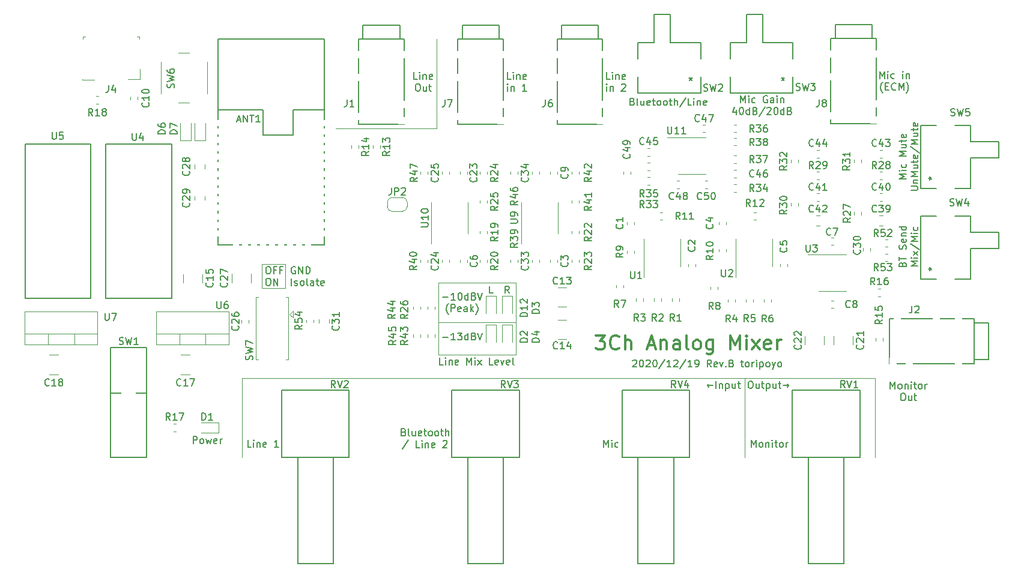
<source format=gto>
G04 #@! TF.GenerationSoftware,KiCad,Pcbnew,(5.1.6)-1*
G04 #@! TF.CreationDate,2020-12-20T01:09:14+09:00*
G04 #@! TF.ProjectId,Mixer,4d697865-722e-46b6-9963-61645f706362,rev?*
G04 #@! TF.SameCoordinates,Original*
G04 #@! TF.FileFunction,Legend,Top*
G04 #@! TF.FilePolarity,Positive*
%FSLAX46Y46*%
G04 Gerber Fmt 4.6, Leading zero omitted, Abs format (unit mm)*
G04 Created by KiCad (PCBNEW (5.1.6)-1) date 2020-12-20 01:09:14*
%MOMM*%
%LPD*%
G01*
G04 APERTURE LIST*
%ADD10C,0.120000*%
%ADD11C,0.150000*%
%ADD12C,0.300000*%
%ADD13C,0.152400*%
%ADD14C,0.100000*%
%ADD15O,3.600000X2.300000*%
%ADD16O,2.600000X1.600000*%
%ADD17R,2.600000X1.600000*%
%ADD18C,3.300000*%
%ADD19C,2.100000*%
%ADD20C,2.106600*%
%ADD21C,1.420800*%
%ADD22R,2.900000X1.100000*%
%ADD23C,1.624000*%
%ADD24R,2.000000X2.000000*%
%ADD25R,1.700000X1.500000*%
%ADD26O,1.000000X1.700000*%
%ADD27R,0.500000X1.450000*%
%ADD28R,1.100000X2.900000*%
%ADD29R,2.000000X0.860000*%
%ADD30R,0.950000X2.000000*%
%ADD31O,2.005000X2.100000*%
%ADD32R,2.005000X2.100000*%
G04 APERTURE END LIST*
D10*
X127889000Y-91694000D02*
X124587000Y-91694000D01*
X127889000Y-95123000D02*
X127889000Y-91694000D01*
X124587000Y-95123000D02*
X127889000Y-95123000D01*
X124587000Y-91694000D02*
X124587000Y-95123000D01*
D11*
X125367071Y-92099380D02*
X125557547Y-92099380D01*
X125652785Y-92147000D01*
X125748023Y-92242238D01*
X125795642Y-92432714D01*
X125795642Y-92766047D01*
X125748023Y-92956523D01*
X125652785Y-93051761D01*
X125557547Y-93099380D01*
X125367071Y-93099380D01*
X125271833Y-93051761D01*
X125176595Y-92956523D01*
X125128976Y-92766047D01*
X125128976Y-92432714D01*
X125176595Y-92242238D01*
X125271833Y-92147000D01*
X125367071Y-92099380D01*
X126557547Y-92575571D02*
X126224214Y-92575571D01*
X126224214Y-93099380D02*
X126224214Y-92099380D01*
X126700404Y-92099380D01*
X127414690Y-92575571D02*
X127081357Y-92575571D01*
X127081357Y-93099380D02*
X127081357Y-92099380D01*
X127557547Y-92099380D01*
X125367071Y-93749380D02*
X125557547Y-93749380D01*
X125652785Y-93797000D01*
X125748023Y-93892238D01*
X125795642Y-94082714D01*
X125795642Y-94416047D01*
X125748023Y-94606523D01*
X125652785Y-94701761D01*
X125557547Y-94749380D01*
X125367071Y-94749380D01*
X125271833Y-94701761D01*
X125176595Y-94606523D01*
X125128976Y-94416047D01*
X125128976Y-94082714D01*
X125176595Y-93892238D01*
X125271833Y-93797000D01*
X125367071Y-93749380D01*
X126224214Y-94749380D02*
X126224214Y-93749380D01*
X126795642Y-94749380D01*
X126795642Y-93749380D01*
X129256404Y-92147000D02*
X129161166Y-92099380D01*
X129018309Y-92099380D01*
X128875452Y-92147000D01*
X128780214Y-92242238D01*
X128732595Y-92337476D01*
X128684976Y-92527952D01*
X128684976Y-92670809D01*
X128732595Y-92861285D01*
X128780214Y-92956523D01*
X128875452Y-93051761D01*
X129018309Y-93099380D01*
X129113547Y-93099380D01*
X129256404Y-93051761D01*
X129304023Y-93004142D01*
X129304023Y-92670809D01*
X129113547Y-92670809D01*
X129732595Y-93099380D02*
X129732595Y-92099380D01*
X130304023Y-93099380D01*
X130304023Y-92099380D01*
X130780214Y-93099380D02*
X130780214Y-92099380D01*
X131018309Y-92099380D01*
X131161166Y-92147000D01*
X131256404Y-92242238D01*
X131304023Y-92337476D01*
X131351642Y-92527952D01*
X131351642Y-92670809D01*
X131304023Y-92861285D01*
X131256404Y-92956523D01*
X131161166Y-93051761D01*
X131018309Y-93099380D01*
X130780214Y-93099380D01*
X128732595Y-94749380D02*
X128732595Y-93749380D01*
X129161166Y-94701761D02*
X129256404Y-94749380D01*
X129446880Y-94749380D01*
X129542119Y-94701761D01*
X129589738Y-94606523D01*
X129589738Y-94558904D01*
X129542119Y-94463666D01*
X129446880Y-94416047D01*
X129304023Y-94416047D01*
X129208785Y-94368428D01*
X129161166Y-94273190D01*
X129161166Y-94225571D01*
X129208785Y-94130333D01*
X129304023Y-94082714D01*
X129446880Y-94082714D01*
X129542119Y-94130333D01*
X130161166Y-94749380D02*
X130065928Y-94701761D01*
X130018309Y-94654142D01*
X129970690Y-94558904D01*
X129970690Y-94273190D01*
X130018309Y-94177952D01*
X130065928Y-94130333D01*
X130161166Y-94082714D01*
X130304023Y-94082714D01*
X130399261Y-94130333D01*
X130446880Y-94177952D01*
X130494500Y-94273190D01*
X130494500Y-94558904D01*
X130446880Y-94654142D01*
X130399261Y-94701761D01*
X130304023Y-94749380D01*
X130161166Y-94749380D01*
X131065928Y-94749380D02*
X130970690Y-94701761D01*
X130923071Y-94606523D01*
X130923071Y-93749380D01*
X131875452Y-94749380D02*
X131875452Y-94225571D01*
X131827833Y-94130333D01*
X131732595Y-94082714D01*
X131542119Y-94082714D01*
X131446880Y-94130333D01*
X131875452Y-94701761D02*
X131780214Y-94749380D01*
X131542119Y-94749380D01*
X131446880Y-94701761D01*
X131399261Y-94606523D01*
X131399261Y-94511285D01*
X131446880Y-94416047D01*
X131542119Y-94368428D01*
X131780214Y-94368428D01*
X131875452Y-94320809D01*
X132208785Y-94082714D02*
X132589738Y-94082714D01*
X132351642Y-93749380D02*
X132351642Y-94606523D01*
X132399261Y-94701761D01*
X132494500Y-94749380D01*
X132589738Y-94749380D01*
X133304023Y-94701761D02*
X133208785Y-94749380D01*
X133018309Y-94749380D01*
X132923071Y-94701761D01*
X132875452Y-94606523D01*
X132875452Y-94225571D01*
X132923071Y-94130333D01*
X133018309Y-94082714D01*
X133208785Y-94082714D01*
X133304023Y-94130333D01*
X133351642Y-94225571D01*
X133351642Y-94320809D01*
X132875452Y-94416047D01*
X150122523Y-105925880D02*
X149646333Y-105925880D01*
X149646333Y-104925880D01*
X150455857Y-105925880D02*
X150455857Y-105259214D01*
X150455857Y-104925880D02*
X150408238Y-104973500D01*
X150455857Y-105021119D01*
X150503476Y-104973500D01*
X150455857Y-104925880D01*
X150455857Y-105021119D01*
X150932047Y-105259214D02*
X150932047Y-105925880D01*
X150932047Y-105354452D02*
X150979666Y-105306833D01*
X151074904Y-105259214D01*
X151217761Y-105259214D01*
X151313000Y-105306833D01*
X151360619Y-105402071D01*
X151360619Y-105925880D01*
X152217761Y-105878261D02*
X152122523Y-105925880D01*
X151932047Y-105925880D01*
X151836809Y-105878261D01*
X151789190Y-105783023D01*
X151789190Y-105402071D01*
X151836809Y-105306833D01*
X151932047Y-105259214D01*
X152122523Y-105259214D01*
X152217761Y-105306833D01*
X152265380Y-105402071D01*
X152265380Y-105497309D01*
X151789190Y-105592547D01*
X153455857Y-105925880D02*
X153455857Y-104925880D01*
X153789190Y-105640166D01*
X154122523Y-104925880D01*
X154122523Y-105925880D01*
X154598714Y-105925880D02*
X154598714Y-105259214D01*
X154598714Y-104925880D02*
X154551095Y-104973500D01*
X154598714Y-105021119D01*
X154646333Y-104973500D01*
X154598714Y-104925880D01*
X154598714Y-105021119D01*
X154979666Y-105925880D02*
X155503476Y-105259214D01*
X154979666Y-105259214D02*
X155503476Y-105925880D01*
X157122523Y-105925880D02*
X156646333Y-105925880D01*
X156646333Y-104925880D01*
X157836809Y-105878261D02*
X157741571Y-105925880D01*
X157551095Y-105925880D01*
X157455857Y-105878261D01*
X157408238Y-105783023D01*
X157408238Y-105402071D01*
X157455857Y-105306833D01*
X157551095Y-105259214D01*
X157741571Y-105259214D01*
X157836809Y-105306833D01*
X157884428Y-105402071D01*
X157884428Y-105497309D01*
X157408238Y-105592547D01*
X158217761Y-105259214D02*
X158455857Y-105925880D01*
X158693952Y-105259214D01*
X159455857Y-105878261D02*
X159360619Y-105925880D01*
X159170142Y-105925880D01*
X159074904Y-105878261D01*
X159027285Y-105783023D01*
X159027285Y-105402071D01*
X159074904Y-105306833D01*
X159170142Y-105259214D01*
X159360619Y-105259214D01*
X159455857Y-105306833D01*
X159503476Y-105402071D01*
X159503476Y-105497309D01*
X159027285Y-105592547D01*
X160074904Y-105925880D02*
X159979666Y-105878261D01*
X159932047Y-105783023D01*
X159932047Y-104925880D01*
X214876571Y-91781000D02*
X214924190Y-91638142D01*
X214971809Y-91590523D01*
X215067047Y-91542904D01*
X215209904Y-91542904D01*
X215305142Y-91590523D01*
X215352761Y-91638142D01*
X215400380Y-91733380D01*
X215400380Y-92114333D01*
X214400380Y-92114333D01*
X214400380Y-91781000D01*
X214448000Y-91685761D01*
X214495619Y-91638142D01*
X214590857Y-91590523D01*
X214686095Y-91590523D01*
X214781333Y-91638142D01*
X214828952Y-91685761D01*
X214876571Y-91781000D01*
X214876571Y-92114333D01*
X214400380Y-91257190D02*
X214400380Y-90685761D01*
X215400380Y-90971476D02*
X214400380Y-90971476D01*
X215352761Y-89638142D02*
X215400380Y-89495285D01*
X215400380Y-89257190D01*
X215352761Y-89161952D01*
X215305142Y-89114333D01*
X215209904Y-89066714D01*
X215114666Y-89066714D01*
X215019428Y-89114333D01*
X214971809Y-89161952D01*
X214924190Y-89257190D01*
X214876571Y-89447666D01*
X214828952Y-89542904D01*
X214781333Y-89590523D01*
X214686095Y-89638142D01*
X214590857Y-89638142D01*
X214495619Y-89590523D01*
X214448000Y-89542904D01*
X214400380Y-89447666D01*
X214400380Y-89209571D01*
X214448000Y-89066714D01*
X215352761Y-88257190D02*
X215400380Y-88352428D01*
X215400380Y-88542904D01*
X215352761Y-88638142D01*
X215257523Y-88685761D01*
X214876571Y-88685761D01*
X214781333Y-88638142D01*
X214733714Y-88542904D01*
X214733714Y-88352428D01*
X214781333Y-88257190D01*
X214876571Y-88209571D01*
X214971809Y-88209571D01*
X215067047Y-88685761D01*
X214733714Y-87781000D02*
X215400380Y-87781000D01*
X214828952Y-87781000D02*
X214781333Y-87733380D01*
X214733714Y-87638142D01*
X214733714Y-87495285D01*
X214781333Y-87400047D01*
X214876571Y-87352428D01*
X215400380Y-87352428D01*
X215400380Y-86447666D02*
X214400380Y-86447666D01*
X215352761Y-86447666D02*
X215400380Y-86542904D01*
X215400380Y-86733380D01*
X215352761Y-86828619D01*
X215305142Y-86876238D01*
X215209904Y-86923857D01*
X214924190Y-86923857D01*
X214828952Y-86876238D01*
X214781333Y-86828619D01*
X214733714Y-86733380D01*
X214733714Y-86542904D01*
X214781333Y-86447666D01*
X217050380Y-92019095D02*
X216050380Y-92019095D01*
X216764666Y-91685761D01*
X216050380Y-91352428D01*
X217050380Y-91352428D01*
X217050380Y-90876238D02*
X216383714Y-90876238D01*
X216050380Y-90876238D02*
X216098000Y-90923857D01*
X216145619Y-90876238D01*
X216098000Y-90828619D01*
X216050380Y-90876238D01*
X216145619Y-90876238D01*
X217050380Y-90495285D02*
X216383714Y-89971476D01*
X216383714Y-90495285D02*
X217050380Y-89971476D01*
X216002761Y-88876238D02*
X217288476Y-89733380D01*
X217050380Y-88542904D02*
X216050380Y-88542904D01*
X216764666Y-88209571D01*
X216050380Y-87876238D01*
X217050380Y-87876238D01*
X217050380Y-87400047D02*
X216383714Y-87400047D01*
X216050380Y-87400047D02*
X216098000Y-87447666D01*
X216145619Y-87400047D01*
X216098000Y-87352428D01*
X216050380Y-87400047D01*
X216145619Y-87400047D01*
X217002761Y-86495285D02*
X217050380Y-86590523D01*
X217050380Y-86781000D01*
X217002761Y-86876238D01*
X216955142Y-86923857D01*
X216859904Y-86971476D01*
X216574190Y-86971476D01*
X216478952Y-86923857D01*
X216431333Y-86876238D01*
X216383714Y-86781000D01*
X216383714Y-86590523D01*
X216431333Y-86495285D01*
X215400380Y-79700047D02*
X214400380Y-79700047D01*
X215114666Y-79366714D01*
X214400380Y-79033380D01*
X215400380Y-79033380D01*
X215400380Y-78557190D02*
X214733714Y-78557190D01*
X214400380Y-78557190D02*
X214448000Y-78604809D01*
X214495619Y-78557190D01*
X214448000Y-78509571D01*
X214400380Y-78557190D01*
X214495619Y-78557190D01*
X215352761Y-77652428D02*
X215400380Y-77747666D01*
X215400380Y-77938142D01*
X215352761Y-78033380D01*
X215305142Y-78081000D01*
X215209904Y-78128619D01*
X214924190Y-78128619D01*
X214828952Y-78081000D01*
X214781333Y-78033380D01*
X214733714Y-77938142D01*
X214733714Y-77747666D01*
X214781333Y-77652428D01*
X215400380Y-76461952D02*
X214400380Y-76461952D01*
X215114666Y-76128619D01*
X214400380Y-75795285D01*
X215400380Y-75795285D01*
X214733714Y-74890523D02*
X215400380Y-74890523D01*
X214733714Y-75319095D02*
X215257523Y-75319095D01*
X215352761Y-75271476D01*
X215400380Y-75176238D01*
X215400380Y-75033380D01*
X215352761Y-74938142D01*
X215305142Y-74890523D01*
X214733714Y-74557190D02*
X214733714Y-74176238D01*
X214400380Y-74414333D02*
X215257523Y-74414333D01*
X215352761Y-74366714D01*
X215400380Y-74271476D01*
X215400380Y-74176238D01*
X215352761Y-73461952D02*
X215400380Y-73557190D01*
X215400380Y-73747666D01*
X215352761Y-73842904D01*
X215257523Y-73890523D01*
X214876571Y-73890523D01*
X214781333Y-73842904D01*
X214733714Y-73747666D01*
X214733714Y-73557190D01*
X214781333Y-73461952D01*
X214876571Y-73414333D01*
X214971809Y-73414333D01*
X215067047Y-73890523D01*
X216050380Y-81319095D02*
X216859904Y-81319095D01*
X216955142Y-81271476D01*
X217002761Y-81223857D01*
X217050380Y-81128619D01*
X217050380Y-80938142D01*
X217002761Y-80842904D01*
X216955142Y-80795285D01*
X216859904Y-80747666D01*
X216050380Y-80747666D01*
X216383714Y-80271476D02*
X217050380Y-80271476D01*
X216478952Y-80271476D02*
X216431333Y-80223857D01*
X216383714Y-80128619D01*
X216383714Y-79985761D01*
X216431333Y-79890523D01*
X216526571Y-79842904D01*
X217050380Y-79842904D01*
X217050380Y-79366714D02*
X216050380Y-79366714D01*
X216764666Y-79033380D01*
X216050380Y-78700047D01*
X217050380Y-78700047D01*
X216383714Y-77795285D02*
X217050380Y-77795285D01*
X216383714Y-78223857D02*
X216907523Y-78223857D01*
X217002761Y-78176238D01*
X217050380Y-78081000D01*
X217050380Y-77938142D01*
X217002761Y-77842904D01*
X216955142Y-77795285D01*
X216383714Y-77461952D02*
X216383714Y-77081000D01*
X216050380Y-77319095D02*
X216907523Y-77319095D01*
X217002761Y-77271476D01*
X217050380Y-77176238D01*
X217050380Y-77081000D01*
X217002761Y-76366714D02*
X217050380Y-76461952D01*
X217050380Y-76652428D01*
X217002761Y-76747666D01*
X216907523Y-76795285D01*
X216526571Y-76795285D01*
X216431333Y-76747666D01*
X216383714Y-76652428D01*
X216383714Y-76461952D01*
X216431333Y-76366714D01*
X216526571Y-76319095D01*
X216621809Y-76319095D01*
X216717047Y-76795285D01*
X216002761Y-75176238D02*
X217288476Y-76033380D01*
X217050380Y-74842904D02*
X216050380Y-74842904D01*
X216764666Y-74509571D01*
X216050380Y-74176238D01*
X217050380Y-74176238D01*
X216383714Y-73271476D02*
X217050380Y-73271476D01*
X216383714Y-73700047D02*
X216907523Y-73700047D01*
X217002761Y-73652428D01*
X217050380Y-73557190D01*
X217050380Y-73414333D01*
X217002761Y-73319095D01*
X216955142Y-73271476D01*
X216383714Y-72938142D02*
X216383714Y-72557190D01*
X216050380Y-72795285D02*
X216907523Y-72795285D01*
X217002761Y-72747666D01*
X217050380Y-72652428D01*
X217050380Y-72557190D01*
X217002761Y-71842904D02*
X217050380Y-71938142D01*
X217050380Y-72128619D01*
X217002761Y-72223857D01*
X216907523Y-72271476D01*
X216526571Y-72271476D01*
X216431333Y-72223857D01*
X216383714Y-72128619D01*
X216383714Y-71938142D01*
X216431333Y-71842904D01*
X216526571Y-71795285D01*
X216621809Y-71795285D01*
X216717047Y-72271476D01*
D10*
X149479000Y-99949000D02*
X160401000Y-99949000D01*
X149479000Y-104521000D02*
X149479000Y-94361000D01*
X160401000Y-104521000D02*
X149479000Y-104521000D01*
X160401000Y-94361000D02*
X160401000Y-104521000D01*
X149479000Y-94361000D02*
X160401000Y-94361000D01*
D11*
X150066714Y-102052428D02*
X150828619Y-102052428D01*
X151828619Y-102433380D02*
X151257190Y-102433380D01*
X151542904Y-102433380D02*
X151542904Y-101433380D01*
X151447666Y-101576238D01*
X151352428Y-101671476D01*
X151257190Y-101719095D01*
X152161952Y-101433380D02*
X152781000Y-101433380D01*
X152447666Y-101814333D01*
X152590523Y-101814333D01*
X152685761Y-101861952D01*
X152733380Y-101909571D01*
X152781000Y-102004809D01*
X152781000Y-102242904D01*
X152733380Y-102338142D01*
X152685761Y-102385761D01*
X152590523Y-102433380D01*
X152304809Y-102433380D01*
X152209571Y-102385761D01*
X152161952Y-102338142D01*
X153638142Y-102433380D02*
X153638142Y-101433380D01*
X153638142Y-102385761D02*
X153542904Y-102433380D01*
X153352428Y-102433380D01*
X153257190Y-102385761D01*
X153209571Y-102338142D01*
X153161952Y-102242904D01*
X153161952Y-101957190D01*
X153209571Y-101861952D01*
X153257190Y-101814333D01*
X153352428Y-101766714D01*
X153542904Y-101766714D01*
X153638142Y-101814333D01*
X154447666Y-101909571D02*
X154590523Y-101957190D01*
X154638142Y-102004809D01*
X154685761Y-102100047D01*
X154685761Y-102242904D01*
X154638142Y-102338142D01*
X154590523Y-102385761D01*
X154495285Y-102433380D01*
X154114333Y-102433380D01*
X154114333Y-101433380D01*
X154447666Y-101433380D01*
X154542904Y-101481000D01*
X154590523Y-101528619D01*
X154638142Y-101623857D01*
X154638142Y-101719095D01*
X154590523Y-101814333D01*
X154542904Y-101861952D01*
X154447666Y-101909571D01*
X154114333Y-101909571D01*
X154971476Y-101433380D02*
X155304809Y-102433380D01*
X155638142Y-101433380D01*
X150066714Y-96401428D02*
X150828619Y-96401428D01*
X151828619Y-96782380D02*
X151257190Y-96782380D01*
X151542904Y-96782380D02*
X151542904Y-95782380D01*
X151447666Y-95925238D01*
X151352428Y-96020476D01*
X151257190Y-96068095D01*
X152447666Y-95782380D02*
X152542904Y-95782380D01*
X152638142Y-95830000D01*
X152685761Y-95877619D01*
X152733380Y-95972857D01*
X152781000Y-96163333D01*
X152781000Y-96401428D01*
X152733380Y-96591904D01*
X152685761Y-96687142D01*
X152638142Y-96734761D01*
X152542904Y-96782380D01*
X152447666Y-96782380D01*
X152352428Y-96734761D01*
X152304809Y-96687142D01*
X152257190Y-96591904D01*
X152209571Y-96401428D01*
X152209571Y-96163333D01*
X152257190Y-95972857D01*
X152304809Y-95877619D01*
X152352428Y-95830000D01*
X152447666Y-95782380D01*
X153638142Y-96782380D02*
X153638142Y-95782380D01*
X153638142Y-96734761D02*
X153542904Y-96782380D01*
X153352428Y-96782380D01*
X153257190Y-96734761D01*
X153209571Y-96687142D01*
X153161952Y-96591904D01*
X153161952Y-96306190D01*
X153209571Y-96210952D01*
X153257190Y-96163333D01*
X153352428Y-96115714D01*
X153542904Y-96115714D01*
X153638142Y-96163333D01*
X154447666Y-96258571D02*
X154590523Y-96306190D01*
X154638142Y-96353809D01*
X154685761Y-96449047D01*
X154685761Y-96591904D01*
X154638142Y-96687142D01*
X154590523Y-96734761D01*
X154495285Y-96782380D01*
X154114333Y-96782380D01*
X154114333Y-95782380D01*
X154447666Y-95782380D01*
X154542904Y-95830000D01*
X154590523Y-95877619D01*
X154638142Y-95972857D01*
X154638142Y-96068095D01*
X154590523Y-96163333D01*
X154542904Y-96210952D01*
X154447666Y-96258571D01*
X154114333Y-96258571D01*
X154971476Y-95782380D02*
X155304809Y-96782380D01*
X155638142Y-95782380D01*
X150852428Y-98813333D02*
X150804809Y-98765714D01*
X150709571Y-98622857D01*
X150661952Y-98527619D01*
X150614333Y-98384761D01*
X150566714Y-98146666D01*
X150566714Y-97956190D01*
X150614333Y-97718095D01*
X150661952Y-97575238D01*
X150709571Y-97480000D01*
X150804809Y-97337142D01*
X150852428Y-97289523D01*
X151233380Y-98432380D02*
X151233380Y-97432380D01*
X151614333Y-97432380D01*
X151709571Y-97480000D01*
X151757190Y-97527619D01*
X151804809Y-97622857D01*
X151804809Y-97765714D01*
X151757190Y-97860952D01*
X151709571Y-97908571D01*
X151614333Y-97956190D01*
X151233380Y-97956190D01*
X152614333Y-98384761D02*
X152519095Y-98432380D01*
X152328619Y-98432380D01*
X152233380Y-98384761D01*
X152185761Y-98289523D01*
X152185761Y-97908571D01*
X152233380Y-97813333D01*
X152328619Y-97765714D01*
X152519095Y-97765714D01*
X152614333Y-97813333D01*
X152661952Y-97908571D01*
X152661952Y-98003809D01*
X152185761Y-98099047D01*
X153519095Y-98432380D02*
X153519095Y-97908571D01*
X153471476Y-97813333D01*
X153376238Y-97765714D01*
X153185761Y-97765714D01*
X153090523Y-97813333D01*
X153519095Y-98384761D02*
X153423857Y-98432380D01*
X153185761Y-98432380D01*
X153090523Y-98384761D01*
X153042904Y-98289523D01*
X153042904Y-98194285D01*
X153090523Y-98099047D01*
X153185761Y-98051428D01*
X153423857Y-98051428D01*
X153519095Y-98003809D01*
X153995285Y-98432380D02*
X153995285Y-97432380D01*
X154090523Y-98051428D02*
X154376238Y-98432380D01*
X154376238Y-97765714D02*
X153995285Y-98146666D01*
X154709571Y-98813333D02*
X154757190Y-98765714D01*
X154852428Y-98622857D01*
X154900047Y-98527619D01*
X154947666Y-98384761D01*
X154995285Y-98146666D01*
X154995285Y-97956190D01*
X154947666Y-97718095D01*
X154900047Y-97575238D01*
X154852428Y-97480000D01*
X154757190Y-97337142D01*
X154709571Y-97289523D01*
X159440523Y-95829380D02*
X159107190Y-95353190D01*
X158869095Y-95829380D02*
X158869095Y-94829380D01*
X159250047Y-94829380D01*
X159345285Y-94877000D01*
X159392904Y-94924619D01*
X159440523Y-95019857D01*
X159440523Y-95162714D01*
X159392904Y-95257952D01*
X159345285Y-95305571D01*
X159250047Y-95353190D01*
X158869095Y-95353190D01*
X157154523Y-95829380D02*
X156678333Y-95829380D01*
X156678333Y-94829380D01*
D10*
X121800000Y-107800000D02*
X121800000Y-119000000D01*
D11*
X114863809Y-117038380D02*
X114863809Y-116038380D01*
X115244761Y-116038380D01*
X115340000Y-116086000D01*
X115387619Y-116133619D01*
X115435238Y-116228857D01*
X115435238Y-116371714D01*
X115387619Y-116466952D01*
X115340000Y-116514571D01*
X115244761Y-116562190D01*
X114863809Y-116562190D01*
X116006666Y-117038380D02*
X115911428Y-116990761D01*
X115863809Y-116943142D01*
X115816190Y-116847904D01*
X115816190Y-116562190D01*
X115863809Y-116466952D01*
X115911428Y-116419333D01*
X116006666Y-116371714D01*
X116149523Y-116371714D01*
X116244761Y-116419333D01*
X116292380Y-116466952D01*
X116340000Y-116562190D01*
X116340000Y-116847904D01*
X116292380Y-116943142D01*
X116244761Y-116990761D01*
X116149523Y-117038380D01*
X116006666Y-117038380D01*
X116673333Y-116371714D02*
X116863809Y-117038380D01*
X117054285Y-116562190D01*
X117244761Y-117038380D01*
X117435238Y-116371714D01*
X118197142Y-116990761D02*
X118101904Y-117038380D01*
X117911428Y-117038380D01*
X117816190Y-116990761D01*
X117768571Y-116895523D01*
X117768571Y-116514571D01*
X117816190Y-116419333D01*
X117911428Y-116371714D01*
X118101904Y-116371714D01*
X118197142Y-116419333D01*
X118244761Y-116514571D01*
X118244761Y-116609809D01*
X117768571Y-116705047D01*
X118673333Y-117038380D02*
X118673333Y-116371714D01*
X118673333Y-116562190D02*
X118720952Y-116466952D01*
X118768571Y-116419333D01*
X118863809Y-116371714D01*
X118959047Y-116371714D01*
D10*
X149200000Y-72600000D02*
X134975600Y-72605900D01*
X149200000Y-60000000D02*
X149200000Y-72600000D01*
D11*
X193357142Y-108252380D02*
X193547619Y-108252380D01*
X193642857Y-108300000D01*
X193738095Y-108395238D01*
X193785714Y-108585714D01*
X193785714Y-108919047D01*
X193738095Y-109109523D01*
X193642857Y-109204761D01*
X193547619Y-109252380D01*
X193357142Y-109252380D01*
X193261904Y-109204761D01*
X193166666Y-109109523D01*
X193119047Y-108919047D01*
X193119047Y-108585714D01*
X193166666Y-108395238D01*
X193261904Y-108300000D01*
X193357142Y-108252380D01*
X194642857Y-108585714D02*
X194642857Y-109252380D01*
X194214285Y-108585714D02*
X194214285Y-109109523D01*
X194261904Y-109204761D01*
X194357142Y-109252380D01*
X194500000Y-109252380D01*
X194595238Y-109204761D01*
X194642857Y-109157142D01*
X194976190Y-108585714D02*
X195357142Y-108585714D01*
X195119047Y-108252380D02*
X195119047Y-109109523D01*
X195166666Y-109204761D01*
X195261904Y-109252380D01*
X195357142Y-109252380D01*
X195690476Y-108585714D02*
X195690476Y-109585714D01*
X195690476Y-108633333D02*
X195785714Y-108585714D01*
X195976190Y-108585714D01*
X196071428Y-108633333D01*
X196119047Y-108680952D01*
X196166666Y-108776190D01*
X196166666Y-109061904D01*
X196119047Y-109157142D01*
X196071428Y-109204761D01*
X195976190Y-109252380D01*
X195785714Y-109252380D01*
X195690476Y-109204761D01*
X197023809Y-108585714D02*
X197023809Y-109252380D01*
X196595238Y-108585714D02*
X196595238Y-109109523D01*
X196642857Y-109204761D01*
X196738095Y-109252380D01*
X196880952Y-109252380D01*
X196976190Y-109204761D01*
X197023809Y-109157142D01*
X197357142Y-108585714D02*
X197738095Y-108585714D01*
X197500000Y-108252380D02*
X197500000Y-109109523D01*
X197547619Y-109204761D01*
X197642857Y-109252380D01*
X197738095Y-109252380D01*
X198071428Y-108871428D02*
X198833333Y-108871428D01*
X198642857Y-109061904D02*
X198833333Y-108871428D01*
X198642857Y-108680952D01*
X188100000Y-108871428D02*
X187338095Y-108871428D01*
X187528571Y-109061904D02*
X187338095Y-108871428D01*
X187528571Y-108680952D01*
X188576190Y-109252380D02*
X188576190Y-108252380D01*
X189052380Y-108585714D02*
X189052380Y-109252380D01*
X189052380Y-108680952D02*
X189100000Y-108633333D01*
X189195238Y-108585714D01*
X189338095Y-108585714D01*
X189433333Y-108633333D01*
X189480952Y-108728571D01*
X189480952Y-109252380D01*
X189957142Y-108585714D02*
X189957142Y-109585714D01*
X189957142Y-108633333D02*
X190052380Y-108585714D01*
X190242857Y-108585714D01*
X190338095Y-108633333D01*
X190385714Y-108680952D01*
X190433333Y-108776190D01*
X190433333Y-109061904D01*
X190385714Y-109157142D01*
X190338095Y-109204761D01*
X190242857Y-109252380D01*
X190052380Y-109252380D01*
X189957142Y-109204761D01*
X191290476Y-108585714D02*
X191290476Y-109252380D01*
X190861904Y-108585714D02*
X190861904Y-109109523D01*
X190909523Y-109204761D01*
X191004761Y-109252380D01*
X191147619Y-109252380D01*
X191242857Y-109204761D01*
X191290476Y-109157142D01*
X191623809Y-108585714D02*
X192004761Y-108585714D01*
X191766666Y-108252380D02*
X191766666Y-109109523D01*
X191814285Y-109204761D01*
X191909523Y-109252380D01*
X192004761Y-109252380D01*
D10*
X211000000Y-107800000D02*
X211000000Y-118976000D01*
X121800000Y-107800000D02*
X211000000Y-107800000D01*
X192600000Y-118976000D02*
X192600000Y-107800000D01*
D11*
X176825000Y-105338619D02*
X176872619Y-105291000D01*
X176967857Y-105243380D01*
X177205952Y-105243380D01*
X177301190Y-105291000D01*
X177348809Y-105338619D01*
X177396428Y-105433857D01*
X177396428Y-105529095D01*
X177348809Y-105671952D01*
X176777380Y-106243380D01*
X177396428Y-106243380D01*
X178015476Y-105243380D02*
X178110714Y-105243380D01*
X178205952Y-105291000D01*
X178253571Y-105338619D01*
X178301190Y-105433857D01*
X178348809Y-105624333D01*
X178348809Y-105862428D01*
X178301190Y-106052904D01*
X178253571Y-106148142D01*
X178205952Y-106195761D01*
X178110714Y-106243380D01*
X178015476Y-106243380D01*
X177920238Y-106195761D01*
X177872619Y-106148142D01*
X177825000Y-106052904D01*
X177777380Y-105862428D01*
X177777380Y-105624333D01*
X177825000Y-105433857D01*
X177872619Y-105338619D01*
X177920238Y-105291000D01*
X178015476Y-105243380D01*
X178729761Y-105338619D02*
X178777380Y-105291000D01*
X178872619Y-105243380D01*
X179110714Y-105243380D01*
X179205952Y-105291000D01*
X179253571Y-105338619D01*
X179301190Y-105433857D01*
X179301190Y-105529095D01*
X179253571Y-105671952D01*
X178682142Y-106243380D01*
X179301190Y-106243380D01*
X179920238Y-105243380D02*
X180015476Y-105243380D01*
X180110714Y-105291000D01*
X180158333Y-105338619D01*
X180205952Y-105433857D01*
X180253571Y-105624333D01*
X180253571Y-105862428D01*
X180205952Y-106052904D01*
X180158333Y-106148142D01*
X180110714Y-106195761D01*
X180015476Y-106243380D01*
X179920238Y-106243380D01*
X179825000Y-106195761D01*
X179777380Y-106148142D01*
X179729761Y-106052904D01*
X179682142Y-105862428D01*
X179682142Y-105624333D01*
X179729761Y-105433857D01*
X179777380Y-105338619D01*
X179825000Y-105291000D01*
X179920238Y-105243380D01*
X181396428Y-105195761D02*
X180539285Y-106481476D01*
X182253571Y-106243380D02*
X181682142Y-106243380D01*
X181967857Y-106243380D02*
X181967857Y-105243380D01*
X181872619Y-105386238D01*
X181777380Y-105481476D01*
X181682142Y-105529095D01*
X182634523Y-105338619D02*
X182682142Y-105291000D01*
X182777380Y-105243380D01*
X183015476Y-105243380D01*
X183110714Y-105291000D01*
X183158333Y-105338619D01*
X183205952Y-105433857D01*
X183205952Y-105529095D01*
X183158333Y-105671952D01*
X182586904Y-106243380D01*
X183205952Y-106243380D01*
X184348809Y-105195761D02*
X183491666Y-106481476D01*
X185205952Y-106243380D02*
X184634523Y-106243380D01*
X184920238Y-106243380D02*
X184920238Y-105243380D01*
X184825000Y-105386238D01*
X184729761Y-105481476D01*
X184634523Y-105529095D01*
X185682142Y-106243380D02*
X185872619Y-106243380D01*
X185967857Y-106195761D01*
X186015476Y-106148142D01*
X186110714Y-106005285D01*
X186158333Y-105814809D01*
X186158333Y-105433857D01*
X186110714Y-105338619D01*
X186063095Y-105291000D01*
X185967857Y-105243380D01*
X185777380Y-105243380D01*
X185682142Y-105291000D01*
X185634523Y-105338619D01*
X185586904Y-105433857D01*
X185586904Y-105671952D01*
X185634523Y-105767190D01*
X185682142Y-105814809D01*
X185777380Y-105862428D01*
X185967857Y-105862428D01*
X186063095Y-105814809D01*
X186110714Y-105767190D01*
X186158333Y-105671952D01*
X187920238Y-106243380D02*
X187586904Y-105767190D01*
X187348809Y-106243380D02*
X187348809Y-105243380D01*
X187729761Y-105243380D01*
X187825000Y-105291000D01*
X187872619Y-105338619D01*
X187920238Y-105433857D01*
X187920238Y-105576714D01*
X187872619Y-105671952D01*
X187825000Y-105719571D01*
X187729761Y-105767190D01*
X187348809Y-105767190D01*
X188729761Y-106195761D02*
X188634523Y-106243380D01*
X188444047Y-106243380D01*
X188348809Y-106195761D01*
X188301190Y-106100523D01*
X188301190Y-105719571D01*
X188348809Y-105624333D01*
X188444047Y-105576714D01*
X188634523Y-105576714D01*
X188729761Y-105624333D01*
X188777380Y-105719571D01*
X188777380Y-105814809D01*
X188301190Y-105910047D01*
X189110714Y-105576714D02*
X189348809Y-106243380D01*
X189586904Y-105576714D01*
X189967857Y-106148142D02*
X190015476Y-106195761D01*
X189967857Y-106243380D01*
X189920238Y-106195761D01*
X189967857Y-106148142D01*
X189967857Y-106243380D01*
X190777380Y-105719571D02*
X190920238Y-105767190D01*
X190967857Y-105814809D01*
X191015476Y-105910047D01*
X191015476Y-106052904D01*
X190967857Y-106148142D01*
X190920238Y-106195761D01*
X190825000Y-106243380D01*
X190444047Y-106243380D01*
X190444047Y-105243380D01*
X190777380Y-105243380D01*
X190872619Y-105291000D01*
X190920238Y-105338619D01*
X190967857Y-105433857D01*
X190967857Y-105529095D01*
X190920238Y-105624333D01*
X190872619Y-105671952D01*
X190777380Y-105719571D01*
X190444047Y-105719571D01*
X192063095Y-105576714D02*
X192444047Y-105576714D01*
X192205952Y-105243380D02*
X192205952Y-106100523D01*
X192253571Y-106195761D01*
X192348809Y-106243380D01*
X192444047Y-106243380D01*
X192920238Y-106243380D02*
X192825000Y-106195761D01*
X192777380Y-106148142D01*
X192729761Y-106052904D01*
X192729761Y-105767190D01*
X192777380Y-105671952D01*
X192825000Y-105624333D01*
X192920238Y-105576714D01*
X193063095Y-105576714D01*
X193158333Y-105624333D01*
X193205952Y-105671952D01*
X193253571Y-105767190D01*
X193253571Y-106052904D01*
X193205952Y-106148142D01*
X193158333Y-106195761D01*
X193063095Y-106243380D01*
X192920238Y-106243380D01*
X193682142Y-106243380D02*
X193682142Y-105576714D01*
X193682142Y-105767190D02*
X193729761Y-105671952D01*
X193777380Y-105624333D01*
X193872619Y-105576714D01*
X193967857Y-105576714D01*
X194301190Y-106243380D02*
X194301190Y-105576714D01*
X194301190Y-105243380D02*
X194253571Y-105291000D01*
X194301190Y-105338619D01*
X194348809Y-105291000D01*
X194301190Y-105243380D01*
X194301190Y-105338619D01*
X194777380Y-105576714D02*
X194777380Y-106576714D01*
X194777380Y-105624333D02*
X194872619Y-105576714D01*
X195063095Y-105576714D01*
X195158333Y-105624333D01*
X195205952Y-105671952D01*
X195253571Y-105767190D01*
X195253571Y-106052904D01*
X195205952Y-106148142D01*
X195158333Y-106195761D01*
X195063095Y-106243380D01*
X194872619Y-106243380D01*
X194777380Y-106195761D01*
X195825000Y-106243380D02*
X195729761Y-106195761D01*
X195682142Y-106148142D01*
X195634523Y-106052904D01*
X195634523Y-105767190D01*
X195682142Y-105671952D01*
X195729761Y-105624333D01*
X195825000Y-105576714D01*
X195967857Y-105576714D01*
X196063095Y-105624333D01*
X196110714Y-105671952D01*
X196158333Y-105767190D01*
X196158333Y-106052904D01*
X196110714Y-106148142D01*
X196063095Y-106195761D01*
X195967857Y-106243380D01*
X195825000Y-106243380D01*
X196491666Y-105576714D02*
X196729761Y-106243380D01*
X196967857Y-105576714D02*
X196729761Y-106243380D01*
X196634523Y-106481476D01*
X196586904Y-106529095D01*
X196491666Y-106576714D01*
X197491666Y-106243380D02*
X197396428Y-106195761D01*
X197348809Y-106148142D01*
X197301190Y-106052904D01*
X197301190Y-105767190D01*
X197348809Y-105671952D01*
X197396428Y-105624333D01*
X197491666Y-105576714D01*
X197634523Y-105576714D01*
X197729761Y-105624333D01*
X197777380Y-105671952D01*
X197825000Y-105767190D01*
X197825000Y-106052904D01*
X197777380Y-106148142D01*
X197729761Y-106195761D01*
X197634523Y-106243380D01*
X197491666Y-106243380D01*
X172736000Y-117546380D02*
X172736000Y-116546380D01*
X173069333Y-117260666D01*
X173402666Y-116546380D01*
X173402666Y-117546380D01*
X173878857Y-117546380D02*
X173878857Y-116879714D01*
X173878857Y-116546380D02*
X173831238Y-116594000D01*
X173878857Y-116641619D01*
X173926476Y-116594000D01*
X173878857Y-116546380D01*
X173878857Y-116641619D01*
X174783619Y-117498761D02*
X174688380Y-117546380D01*
X174497904Y-117546380D01*
X174402666Y-117498761D01*
X174355047Y-117451142D01*
X174307428Y-117355904D01*
X174307428Y-117070190D01*
X174355047Y-116974952D01*
X174402666Y-116927333D01*
X174497904Y-116879714D01*
X174688380Y-116879714D01*
X174783619Y-116927333D01*
X193564190Y-117546380D02*
X193564190Y-116546380D01*
X193897523Y-117260666D01*
X194230857Y-116546380D01*
X194230857Y-117546380D01*
X194849904Y-117546380D02*
X194754666Y-117498761D01*
X194707047Y-117451142D01*
X194659428Y-117355904D01*
X194659428Y-117070190D01*
X194707047Y-116974952D01*
X194754666Y-116927333D01*
X194849904Y-116879714D01*
X194992761Y-116879714D01*
X195088000Y-116927333D01*
X195135619Y-116974952D01*
X195183238Y-117070190D01*
X195183238Y-117355904D01*
X195135619Y-117451142D01*
X195088000Y-117498761D01*
X194992761Y-117546380D01*
X194849904Y-117546380D01*
X195611809Y-116879714D02*
X195611809Y-117546380D01*
X195611809Y-116974952D02*
X195659428Y-116927333D01*
X195754666Y-116879714D01*
X195897523Y-116879714D01*
X195992761Y-116927333D01*
X196040380Y-117022571D01*
X196040380Y-117546380D01*
X196516571Y-117546380D02*
X196516571Y-116879714D01*
X196516571Y-116546380D02*
X196468952Y-116594000D01*
X196516571Y-116641619D01*
X196564190Y-116594000D01*
X196516571Y-116546380D01*
X196516571Y-116641619D01*
X196849904Y-116879714D02*
X197230857Y-116879714D01*
X196992761Y-116546380D02*
X196992761Y-117403523D01*
X197040380Y-117498761D01*
X197135619Y-117546380D01*
X197230857Y-117546380D01*
X197707047Y-117546380D02*
X197611809Y-117498761D01*
X197564190Y-117451142D01*
X197516571Y-117355904D01*
X197516571Y-117070190D01*
X197564190Y-116974952D01*
X197611809Y-116927333D01*
X197707047Y-116879714D01*
X197849904Y-116879714D01*
X197945142Y-116927333D01*
X197992761Y-116974952D01*
X198040380Y-117070190D01*
X198040380Y-117355904D01*
X197992761Y-117451142D01*
X197945142Y-117498761D01*
X197849904Y-117546380D01*
X197707047Y-117546380D01*
X198468952Y-117546380D02*
X198468952Y-116879714D01*
X198468952Y-117070190D02*
X198516571Y-116974952D01*
X198564190Y-116927333D01*
X198659428Y-116879714D01*
X198754666Y-116879714D01*
X144574000Y-115435571D02*
X144716857Y-115483190D01*
X144764476Y-115530809D01*
X144812095Y-115626047D01*
X144812095Y-115768904D01*
X144764476Y-115864142D01*
X144716857Y-115911761D01*
X144621619Y-115959380D01*
X144240666Y-115959380D01*
X144240666Y-114959380D01*
X144574000Y-114959380D01*
X144669238Y-115007000D01*
X144716857Y-115054619D01*
X144764476Y-115149857D01*
X144764476Y-115245095D01*
X144716857Y-115340333D01*
X144669238Y-115387952D01*
X144574000Y-115435571D01*
X144240666Y-115435571D01*
X145383523Y-115959380D02*
X145288285Y-115911761D01*
X145240666Y-115816523D01*
X145240666Y-114959380D01*
X146193047Y-115292714D02*
X146193047Y-115959380D01*
X145764476Y-115292714D02*
X145764476Y-115816523D01*
X145812095Y-115911761D01*
X145907333Y-115959380D01*
X146050190Y-115959380D01*
X146145428Y-115911761D01*
X146193047Y-115864142D01*
X147050190Y-115911761D02*
X146954952Y-115959380D01*
X146764476Y-115959380D01*
X146669238Y-115911761D01*
X146621619Y-115816523D01*
X146621619Y-115435571D01*
X146669238Y-115340333D01*
X146764476Y-115292714D01*
X146954952Y-115292714D01*
X147050190Y-115340333D01*
X147097809Y-115435571D01*
X147097809Y-115530809D01*
X146621619Y-115626047D01*
X147383523Y-115292714D02*
X147764476Y-115292714D01*
X147526380Y-114959380D02*
X147526380Y-115816523D01*
X147574000Y-115911761D01*
X147669238Y-115959380D01*
X147764476Y-115959380D01*
X148240666Y-115959380D02*
X148145428Y-115911761D01*
X148097809Y-115864142D01*
X148050190Y-115768904D01*
X148050190Y-115483190D01*
X148097809Y-115387952D01*
X148145428Y-115340333D01*
X148240666Y-115292714D01*
X148383523Y-115292714D01*
X148478761Y-115340333D01*
X148526380Y-115387952D01*
X148574000Y-115483190D01*
X148574000Y-115768904D01*
X148526380Y-115864142D01*
X148478761Y-115911761D01*
X148383523Y-115959380D01*
X148240666Y-115959380D01*
X149145428Y-115959380D02*
X149050190Y-115911761D01*
X149002571Y-115864142D01*
X148954952Y-115768904D01*
X148954952Y-115483190D01*
X149002571Y-115387952D01*
X149050190Y-115340333D01*
X149145428Y-115292714D01*
X149288285Y-115292714D01*
X149383523Y-115340333D01*
X149431142Y-115387952D01*
X149478761Y-115483190D01*
X149478761Y-115768904D01*
X149431142Y-115864142D01*
X149383523Y-115911761D01*
X149288285Y-115959380D01*
X149145428Y-115959380D01*
X149764476Y-115292714D02*
X150145428Y-115292714D01*
X149907333Y-114959380D02*
X149907333Y-115816523D01*
X149954952Y-115911761D01*
X150050190Y-115959380D01*
X150145428Y-115959380D01*
X150478761Y-115959380D02*
X150478761Y-114959380D01*
X150907333Y-115959380D02*
X150907333Y-115435571D01*
X150859714Y-115340333D01*
X150764476Y-115292714D01*
X150621619Y-115292714D01*
X150526380Y-115340333D01*
X150478761Y-115387952D01*
X145240666Y-116561761D02*
X144383523Y-117847476D01*
X146812095Y-117609380D02*
X146335904Y-117609380D01*
X146335904Y-116609380D01*
X147145428Y-117609380D02*
X147145428Y-116942714D01*
X147145428Y-116609380D02*
X147097809Y-116657000D01*
X147145428Y-116704619D01*
X147193047Y-116657000D01*
X147145428Y-116609380D01*
X147145428Y-116704619D01*
X147621619Y-116942714D02*
X147621619Y-117609380D01*
X147621619Y-117037952D02*
X147669238Y-116990333D01*
X147764476Y-116942714D01*
X147907333Y-116942714D01*
X148002571Y-116990333D01*
X148050190Y-117085571D01*
X148050190Y-117609380D01*
X148907333Y-117561761D02*
X148812095Y-117609380D01*
X148621619Y-117609380D01*
X148526380Y-117561761D01*
X148478761Y-117466523D01*
X148478761Y-117085571D01*
X148526380Y-116990333D01*
X148621619Y-116942714D01*
X148812095Y-116942714D01*
X148907333Y-116990333D01*
X148954952Y-117085571D01*
X148954952Y-117180809D01*
X148478761Y-117276047D01*
X150097809Y-116704619D02*
X150145428Y-116657000D01*
X150240666Y-116609380D01*
X150478761Y-116609380D01*
X150574000Y-116657000D01*
X150621619Y-116704619D01*
X150669238Y-116799857D01*
X150669238Y-116895095D01*
X150621619Y-117037952D01*
X150050190Y-117609380D01*
X150669238Y-117609380D01*
X123047333Y-117546380D02*
X122571142Y-117546380D01*
X122571142Y-116546380D01*
X123380666Y-117546380D02*
X123380666Y-116879714D01*
X123380666Y-116546380D02*
X123333047Y-116594000D01*
X123380666Y-116641619D01*
X123428285Y-116594000D01*
X123380666Y-116546380D01*
X123380666Y-116641619D01*
X123856857Y-116879714D02*
X123856857Y-117546380D01*
X123856857Y-116974952D02*
X123904476Y-116927333D01*
X123999714Y-116879714D01*
X124142571Y-116879714D01*
X124237809Y-116927333D01*
X124285428Y-117022571D01*
X124285428Y-117546380D01*
X125142571Y-117498761D02*
X125047333Y-117546380D01*
X124856857Y-117546380D01*
X124761619Y-117498761D01*
X124714000Y-117403523D01*
X124714000Y-117022571D01*
X124761619Y-116927333D01*
X124856857Y-116879714D01*
X125047333Y-116879714D01*
X125142571Y-116927333D01*
X125190190Y-117022571D01*
X125190190Y-117117809D01*
X124714000Y-117213047D01*
X126904476Y-117546380D02*
X126333047Y-117546380D01*
X126618761Y-117546380D02*
X126618761Y-116546380D01*
X126523523Y-116689238D01*
X126428285Y-116784476D01*
X126333047Y-116832095D01*
X211669571Y-65540380D02*
X211669571Y-64540380D01*
X212002904Y-65254666D01*
X212336238Y-64540380D01*
X212336238Y-65540380D01*
X212812428Y-65540380D02*
X212812428Y-64873714D01*
X212812428Y-64540380D02*
X212764809Y-64588000D01*
X212812428Y-64635619D01*
X212860047Y-64588000D01*
X212812428Y-64540380D01*
X212812428Y-64635619D01*
X213717190Y-65492761D02*
X213621952Y-65540380D01*
X213431476Y-65540380D01*
X213336238Y-65492761D01*
X213288619Y-65445142D01*
X213241000Y-65349904D01*
X213241000Y-65064190D01*
X213288619Y-64968952D01*
X213336238Y-64921333D01*
X213431476Y-64873714D01*
X213621952Y-64873714D01*
X213717190Y-64921333D01*
X214907666Y-65540380D02*
X214907666Y-64873714D01*
X214907666Y-64540380D02*
X214860047Y-64588000D01*
X214907666Y-64635619D01*
X214955285Y-64588000D01*
X214907666Y-64540380D01*
X214907666Y-64635619D01*
X215383857Y-64873714D02*
X215383857Y-65540380D01*
X215383857Y-64968952D02*
X215431476Y-64921333D01*
X215526714Y-64873714D01*
X215669571Y-64873714D01*
X215764809Y-64921333D01*
X215812428Y-65016571D01*
X215812428Y-65540380D01*
X212074333Y-67571333D02*
X212026714Y-67523714D01*
X211931476Y-67380857D01*
X211883857Y-67285619D01*
X211836238Y-67142761D01*
X211788619Y-66904666D01*
X211788619Y-66714190D01*
X211836238Y-66476095D01*
X211883857Y-66333238D01*
X211931476Y-66238000D01*
X212026714Y-66095142D01*
X212074333Y-66047523D01*
X212455285Y-66666571D02*
X212788619Y-66666571D01*
X212931476Y-67190380D02*
X212455285Y-67190380D01*
X212455285Y-66190380D01*
X212931476Y-66190380D01*
X213931476Y-67095142D02*
X213883857Y-67142761D01*
X213741000Y-67190380D01*
X213645761Y-67190380D01*
X213502904Y-67142761D01*
X213407666Y-67047523D01*
X213360047Y-66952285D01*
X213312428Y-66761809D01*
X213312428Y-66618952D01*
X213360047Y-66428476D01*
X213407666Y-66333238D01*
X213502904Y-66238000D01*
X213645761Y-66190380D01*
X213741000Y-66190380D01*
X213883857Y-66238000D01*
X213931476Y-66285619D01*
X214360047Y-67190380D02*
X214360047Y-66190380D01*
X214693380Y-66904666D01*
X215026714Y-66190380D01*
X215026714Y-67190380D01*
X215407666Y-67571333D02*
X215455285Y-67523714D01*
X215550523Y-67380857D01*
X215598142Y-67285619D01*
X215645761Y-67142761D01*
X215693380Y-66904666D01*
X215693380Y-66714190D01*
X215645761Y-66476095D01*
X215598142Y-66333238D01*
X215550523Y-66238000D01*
X215455285Y-66095142D01*
X215407666Y-66047523D01*
X192048190Y-68982080D02*
X192048190Y-67982080D01*
X192381523Y-68696366D01*
X192714857Y-67982080D01*
X192714857Y-68982080D01*
X193191047Y-68982080D02*
X193191047Y-68315414D01*
X193191047Y-67982080D02*
X193143428Y-68029700D01*
X193191047Y-68077319D01*
X193238666Y-68029700D01*
X193191047Y-67982080D01*
X193191047Y-68077319D01*
X194095809Y-68934461D02*
X194000571Y-68982080D01*
X193810095Y-68982080D01*
X193714857Y-68934461D01*
X193667238Y-68886842D01*
X193619619Y-68791604D01*
X193619619Y-68505890D01*
X193667238Y-68410652D01*
X193714857Y-68363033D01*
X193810095Y-68315414D01*
X194000571Y-68315414D01*
X194095809Y-68363033D01*
X195810095Y-68029700D02*
X195714857Y-67982080D01*
X195572000Y-67982080D01*
X195429142Y-68029700D01*
X195333904Y-68124938D01*
X195286285Y-68220176D01*
X195238666Y-68410652D01*
X195238666Y-68553509D01*
X195286285Y-68743985D01*
X195333904Y-68839223D01*
X195429142Y-68934461D01*
X195572000Y-68982080D01*
X195667238Y-68982080D01*
X195810095Y-68934461D01*
X195857714Y-68886842D01*
X195857714Y-68553509D01*
X195667238Y-68553509D01*
X196714857Y-68982080D02*
X196714857Y-68458271D01*
X196667238Y-68363033D01*
X196572000Y-68315414D01*
X196381523Y-68315414D01*
X196286285Y-68363033D01*
X196714857Y-68934461D02*
X196619619Y-68982080D01*
X196381523Y-68982080D01*
X196286285Y-68934461D01*
X196238666Y-68839223D01*
X196238666Y-68743985D01*
X196286285Y-68648747D01*
X196381523Y-68601128D01*
X196619619Y-68601128D01*
X196714857Y-68553509D01*
X197191047Y-68982080D02*
X197191047Y-68315414D01*
X197191047Y-67982080D02*
X197143428Y-68029700D01*
X197191047Y-68077319D01*
X197238666Y-68029700D01*
X197191047Y-67982080D01*
X197191047Y-68077319D01*
X197667238Y-68315414D02*
X197667238Y-68982080D01*
X197667238Y-68410652D02*
X197714857Y-68363033D01*
X197810095Y-68315414D01*
X197952952Y-68315414D01*
X198048190Y-68363033D01*
X198095809Y-68458271D01*
X198095809Y-68982080D01*
X191405333Y-69965414D02*
X191405333Y-70632080D01*
X191167238Y-69584461D02*
X190929142Y-70298747D01*
X191548190Y-70298747D01*
X192119619Y-69632080D02*
X192214857Y-69632080D01*
X192310095Y-69679700D01*
X192357714Y-69727319D01*
X192405333Y-69822557D01*
X192452952Y-70013033D01*
X192452952Y-70251128D01*
X192405333Y-70441604D01*
X192357714Y-70536842D01*
X192310095Y-70584461D01*
X192214857Y-70632080D01*
X192119619Y-70632080D01*
X192024380Y-70584461D01*
X191976761Y-70536842D01*
X191929142Y-70441604D01*
X191881523Y-70251128D01*
X191881523Y-70013033D01*
X191929142Y-69822557D01*
X191976761Y-69727319D01*
X192024380Y-69679700D01*
X192119619Y-69632080D01*
X193310095Y-70632080D02*
X193310095Y-69632080D01*
X193310095Y-70584461D02*
X193214857Y-70632080D01*
X193024380Y-70632080D01*
X192929142Y-70584461D01*
X192881523Y-70536842D01*
X192833904Y-70441604D01*
X192833904Y-70155890D01*
X192881523Y-70060652D01*
X192929142Y-70013033D01*
X193024380Y-69965414D01*
X193214857Y-69965414D01*
X193310095Y-70013033D01*
X194119619Y-70108271D02*
X194262476Y-70155890D01*
X194310095Y-70203509D01*
X194357714Y-70298747D01*
X194357714Y-70441604D01*
X194310095Y-70536842D01*
X194262476Y-70584461D01*
X194167238Y-70632080D01*
X193786285Y-70632080D01*
X193786285Y-69632080D01*
X194119619Y-69632080D01*
X194214857Y-69679700D01*
X194262476Y-69727319D01*
X194310095Y-69822557D01*
X194310095Y-69917795D01*
X194262476Y-70013033D01*
X194214857Y-70060652D01*
X194119619Y-70108271D01*
X193786285Y-70108271D01*
X195500571Y-69584461D02*
X194643428Y-70870176D01*
X195786285Y-69727319D02*
X195833904Y-69679700D01*
X195929142Y-69632080D01*
X196167238Y-69632080D01*
X196262476Y-69679700D01*
X196310095Y-69727319D01*
X196357714Y-69822557D01*
X196357714Y-69917795D01*
X196310095Y-70060652D01*
X195738666Y-70632080D01*
X196357714Y-70632080D01*
X196976761Y-69632080D02*
X197072000Y-69632080D01*
X197167238Y-69679700D01*
X197214857Y-69727319D01*
X197262476Y-69822557D01*
X197310095Y-70013033D01*
X197310095Y-70251128D01*
X197262476Y-70441604D01*
X197214857Y-70536842D01*
X197167238Y-70584461D01*
X197072000Y-70632080D01*
X196976761Y-70632080D01*
X196881523Y-70584461D01*
X196833904Y-70536842D01*
X196786285Y-70441604D01*
X196738666Y-70251128D01*
X196738666Y-70013033D01*
X196786285Y-69822557D01*
X196833904Y-69727319D01*
X196881523Y-69679700D01*
X196976761Y-69632080D01*
X198167238Y-70632080D02*
X198167238Y-69632080D01*
X198167238Y-70584461D02*
X198072000Y-70632080D01*
X197881523Y-70632080D01*
X197786285Y-70584461D01*
X197738666Y-70536842D01*
X197691047Y-70441604D01*
X197691047Y-70155890D01*
X197738666Y-70060652D01*
X197786285Y-70013033D01*
X197881523Y-69965414D01*
X198072000Y-69965414D01*
X198167238Y-70013033D01*
X198976761Y-70108271D02*
X199119619Y-70155890D01*
X199167238Y-70203509D01*
X199214857Y-70298747D01*
X199214857Y-70441604D01*
X199167238Y-70536842D01*
X199119619Y-70584461D01*
X199024380Y-70632080D01*
X198643428Y-70632080D01*
X198643428Y-69632080D01*
X198976761Y-69632080D01*
X199072000Y-69679700D01*
X199119619Y-69727319D01*
X199167238Y-69822557D01*
X199167238Y-69917795D01*
X199119619Y-70013033D01*
X199072000Y-70060652D01*
X198976761Y-70108271D01*
X198643428Y-70108271D01*
X176790980Y-68813371D02*
X176933838Y-68860990D01*
X176981457Y-68908609D01*
X177029076Y-69003847D01*
X177029076Y-69146704D01*
X176981457Y-69241942D01*
X176933838Y-69289561D01*
X176838600Y-69337180D01*
X176457647Y-69337180D01*
X176457647Y-68337180D01*
X176790980Y-68337180D01*
X176886219Y-68384800D01*
X176933838Y-68432419D01*
X176981457Y-68527657D01*
X176981457Y-68622895D01*
X176933838Y-68718133D01*
X176886219Y-68765752D01*
X176790980Y-68813371D01*
X176457647Y-68813371D01*
X177600504Y-69337180D02*
X177505266Y-69289561D01*
X177457647Y-69194323D01*
X177457647Y-68337180D01*
X178410028Y-68670514D02*
X178410028Y-69337180D01*
X177981457Y-68670514D02*
X177981457Y-69194323D01*
X178029076Y-69289561D01*
X178124314Y-69337180D01*
X178267171Y-69337180D01*
X178362409Y-69289561D01*
X178410028Y-69241942D01*
X179267171Y-69289561D02*
X179171933Y-69337180D01*
X178981457Y-69337180D01*
X178886219Y-69289561D01*
X178838600Y-69194323D01*
X178838600Y-68813371D01*
X178886219Y-68718133D01*
X178981457Y-68670514D01*
X179171933Y-68670514D01*
X179267171Y-68718133D01*
X179314790Y-68813371D01*
X179314790Y-68908609D01*
X178838600Y-69003847D01*
X179600504Y-68670514D02*
X179981457Y-68670514D01*
X179743361Y-68337180D02*
X179743361Y-69194323D01*
X179790980Y-69289561D01*
X179886219Y-69337180D01*
X179981457Y-69337180D01*
X180457647Y-69337180D02*
X180362409Y-69289561D01*
X180314790Y-69241942D01*
X180267171Y-69146704D01*
X180267171Y-68860990D01*
X180314790Y-68765752D01*
X180362409Y-68718133D01*
X180457647Y-68670514D01*
X180600504Y-68670514D01*
X180695742Y-68718133D01*
X180743361Y-68765752D01*
X180790980Y-68860990D01*
X180790980Y-69146704D01*
X180743361Y-69241942D01*
X180695742Y-69289561D01*
X180600504Y-69337180D01*
X180457647Y-69337180D01*
X181362409Y-69337180D02*
X181267171Y-69289561D01*
X181219552Y-69241942D01*
X181171933Y-69146704D01*
X181171933Y-68860990D01*
X181219552Y-68765752D01*
X181267171Y-68718133D01*
X181362409Y-68670514D01*
X181505266Y-68670514D01*
X181600504Y-68718133D01*
X181648123Y-68765752D01*
X181695742Y-68860990D01*
X181695742Y-69146704D01*
X181648123Y-69241942D01*
X181600504Y-69289561D01*
X181505266Y-69337180D01*
X181362409Y-69337180D01*
X181981457Y-68670514D02*
X182362409Y-68670514D01*
X182124314Y-68337180D02*
X182124314Y-69194323D01*
X182171933Y-69289561D01*
X182267171Y-69337180D01*
X182362409Y-69337180D01*
X182695742Y-69337180D02*
X182695742Y-68337180D01*
X183124314Y-69337180D02*
X183124314Y-68813371D01*
X183076695Y-68718133D01*
X182981457Y-68670514D01*
X182838600Y-68670514D01*
X182743361Y-68718133D01*
X182695742Y-68765752D01*
X184314790Y-68289561D02*
X183457647Y-69575276D01*
X185124314Y-69337180D02*
X184648123Y-69337180D01*
X184648123Y-68337180D01*
X185457647Y-69337180D02*
X185457647Y-68670514D01*
X185457647Y-68337180D02*
X185410028Y-68384800D01*
X185457647Y-68432419D01*
X185505266Y-68384800D01*
X185457647Y-68337180D01*
X185457647Y-68432419D01*
X185933838Y-68670514D02*
X185933838Y-69337180D01*
X185933838Y-68765752D02*
X185981457Y-68718133D01*
X186076695Y-68670514D01*
X186219552Y-68670514D01*
X186314790Y-68718133D01*
X186362409Y-68813371D01*
X186362409Y-69337180D01*
X187219552Y-69289561D02*
X187124314Y-69337180D01*
X186933838Y-69337180D01*
X186838600Y-69289561D01*
X186790980Y-69194323D01*
X186790980Y-68813371D01*
X186838600Y-68718133D01*
X186933838Y-68670514D01*
X187124314Y-68670514D01*
X187219552Y-68718133D01*
X187267171Y-68813371D01*
X187267171Y-68908609D01*
X186790980Y-69003847D01*
X173656476Y-65667380D02*
X173180285Y-65667380D01*
X173180285Y-64667380D01*
X173989809Y-65667380D02*
X173989809Y-65000714D01*
X173989809Y-64667380D02*
X173942190Y-64715000D01*
X173989809Y-64762619D01*
X174037428Y-64715000D01*
X173989809Y-64667380D01*
X173989809Y-64762619D01*
X174466000Y-65000714D02*
X174466000Y-65667380D01*
X174466000Y-65095952D02*
X174513619Y-65048333D01*
X174608857Y-65000714D01*
X174751714Y-65000714D01*
X174846952Y-65048333D01*
X174894571Y-65143571D01*
X174894571Y-65667380D01*
X175751714Y-65619761D02*
X175656476Y-65667380D01*
X175466000Y-65667380D01*
X175370761Y-65619761D01*
X175323142Y-65524523D01*
X175323142Y-65143571D01*
X175370761Y-65048333D01*
X175466000Y-65000714D01*
X175656476Y-65000714D01*
X175751714Y-65048333D01*
X175799333Y-65143571D01*
X175799333Y-65238809D01*
X175323142Y-65334047D01*
X173156476Y-67317380D02*
X173156476Y-66650714D01*
X173156476Y-66317380D02*
X173108857Y-66365000D01*
X173156476Y-66412619D01*
X173204095Y-66365000D01*
X173156476Y-66317380D01*
X173156476Y-66412619D01*
X173632666Y-66650714D02*
X173632666Y-67317380D01*
X173632666Y-66745952D02*
X173680285Y-66698333D01*
X173775523Y-66650714D01*
X173918380Y-66650714D01*
X174013619Y-66698333D01*
X174061238Y-66793571D01*
X174061238Y-67317380D01*
X175251714Y-66412619D02*
X175299333Y-66365000D01*
X175394571Y-66317380D01*
X175632666Y-66317380D01*
X175727904Y-66365000D01*
X175775523Y-66412619D01*
X175823142Y-66507857D01*
X175823142Y-66603095D01*
X175775523Y-66745952D01*
X175204095Y-67317380D01*
X175823142Y-67317380D01*
X159686476Y-65667380D02*
X159210285Y-65667380D01*
X159210285Y-64667380D01*
X160019809Y-65667380D02*
X160019809Y-65000714D01*
X160019809Y-64667380D02*
X159972190Y-64715000D01*
X160019809Y-64762619D01*
X160067428Y-64715000D01*
X160019809Y-64667380D01*
X160019809Y-64762619D01*
X160496000Y-65000714D02*
X160496000Y-65667380D01*
X160496000Y-65095952D02*
X160543619Y-65048333D01*
X160638857Y-65000714D01*
X160781714Y-65000714D01*
X160876952Y-65048333D01*
X160924571Y-65143571D01*
X160924571Y-65667380D01*
X161781714Y-65619761D02*
X161686476Y-65667380D01*
X161496000Y-65667380D01*
X161400761Y-65619761D01*
X161353142Y-65524523D01*
X161353142Y-65143571D01*
X161400761Y-65048333D01*
X161496000Y-65000714D01*
X161686476Y-65000714D01*
X161781714Y-65048333D01*
X161829333Y-65143571D01*
X161829333Y-65238809D01*
X161353142Y-65334047D01*
X159186476Y-67317380D02*
X159186476Y-66650714D01*
X159186476Y-66317380D02*
X159138857Y-66365000D01*
X159186476Y-66412619D01*
X159234095Y-66365000D01*
X159186476Y-66317380D01*
X159186476Y-66412619D01*
X159662666Y-66650714D02*
X159662666Y-67317380D01*
X159662666Y-66745952D02*
X159710285Y-66698333D01*
X159805523Y-66650714D01*
X159948380Y-66650714D01*
X160043619Y-66698333D01*
X160091238Y-66793571D01*
X160091238Y-67317380D01*
X161853142Y-67317380D02*
X161281714Y-67317380D01*
X161567428Y-67317380D02*
X161567428Y-66317380D01*
X161472190Y-66460238D01*
X161376952Y-66555476D01*
X161281714Y-66603095D01*
X146478476Y-65667380D02*
X146002285Y-65667380D01*
X146002285Y-64667380D01*
X146811809Y-65667380D02*
X146811809Y-65000714D01*
X146811809Y-64667380D02*
X146764190Y-64715000D01*
X146811809Y-64762619D01*
X146859428Y-64715000D01*
X146811809Y-64667380D01*
X146811809Y-64762619D01*
X147288000Y-65000714D02*
X147288000Y-65667380D01*
X147288000Y-65095952D02*
X147335619Y-65048333D01*
X147430857Y-65000714D01*
X147573714Y-65000714D01*
X147668952Y-65048333D01*
X147716571Y-65143571D01*
X147716571Y-65667380D01*
X148573714Y-65619761D02*
X148478476Y-65667380D01*
X148288000Y-65667380D01*
X148192761Y-65619761D01*
X148145142Y-65524523D01*
X148145142Y-65143571D01*
X148192761Y-65048333D01*
X148288000Y-65000714D01*
X148478476Y-65000714D01*
X148573714Y-65048333D01*
X148621333Y-65143571D01*
X148621333Y-65238809D01*
X148145142Y-65334047D01*
X146454666Y-66317380D02*
X146645142Y-66317380D01*
X146740380Y-66365000D01*
X146835619Y-66460238D01*
X146883238Y-66650714D01*
X146883238Y-66984047D01*
X146835619Y-67174523D01*
X146740380Y-67269761D01*
X146645142Y-67317380D01*
X146454666Y-67317380D01*
X146359428Y-67269761D01*
X146264190Y-67174523D01*
X146216571Y-66984047D01*
X146216571Y-66650714D01*
X146264190Y-66460238D01*
X146359428Y-66365000D01*
X146454666Y-66317380D01*
X147740380Y-66650714D02*
X147740380Y-67317380D01*
X147311809Y-66650714D02*
X147311809Y-67174523D01*
X147359428Y-67269761D01*
X147454666Y-67317380D01*
X147597523Y-67317380D01*
X147692761Y-67269761D01*
X147740380Y-67222142D01*
X148073714Y-66650714D02*
X148454666Y-66650714D01*
X148216571Y-66317380D02*
X148216571Y-67174523D01*
X148264190Y-67269761D01*
X148359428Y-67317380D01*
X148454666Y-67317380D01*
X213160290Y-109329980D02*
X213160290Y-108329980D01*
X213493623Y-109044266D01*
X213826957Y-108329980D01*
X213826957Y-109329980D01*
X214446004Y-109329980D02*
X214350766Y-109282361D01*
X214303147Y-109234742D01*
X214255528Y-109139504D01*
X214255528Y-108853790D01*
X214303147Y-108758552D01*
X214350766Y-108710933D01*
X214446004Y-108663314D01*
X214588861Y-108663314D01*
X214684100Y-108710933D01*
X214731719Y-108758552D01*
X214779338Y-108853790D01*
X214779338Y-109139504D01*
X214731719Y-109234742D01*
X214684100Y-109282361D01*
X214588861Y-109329980D01*
X214446004Y-109329980D01*
X215207909Y-108663314D02*
X215207909Y-109329980D01*
X215207909Y-108758552D02*
X215255528Y-108710933D01*
X215350766Y-108663314D01*
X215493623Y-108663314D01*
X215588861Y-108710933D01*
X215636480Y-108806171D01*
X215636480Y-109329980D01*
X216112671Y-109329980D02*
X216112671Y-108663314D01*
X216112671Y-108329980D02*
X216065052Y-108377600D01*
X216112671Y-108425219D01*
X216160290Y-108377600D01*
X216112671Y-108329980D01*
X216112671Y-108425219D01*
X216446004Y-108663314D02*
X216826957Y-108663314D01*
X216588861Y-108329980D02*
X216588861Y-109187123D01*
X216636480Y-109282361D01*
X216731719Y-109329980D01*
X216826957Y-109329980D01*
X217303147Y-109329980D02*
X217207909Y-109282361D01*
X217160290Y-109234742D01*
X217112671Y-109139504D01*
X217112671Y-108853790D01*
X217160290Y-108758552D01*
X217207909Y-108710933D01*
X217303147Y-108663314D01*
X217446004Y-108663314D01*
X217541242Y-108710933D01*
X217588861Y-108758552D01*
X217636480Y-108853790D01*
X217636480Y-109139504D01*
X217588861Y-109234742D01*
X217541242Y-109282361D01*
X217446004Y-109329980D01*
X217303147Y-109329980D01*
X218065052Y-109329980D02*
X218065052Y-108663314D01*
X218065052Y-108853790D02*
X218112671Y-108758552D01*
X218160290Y-108710933D01*
X218255528Y-108663314D01*
X218350766Y-108663314D01*
X214850766Y-109979980D02*
X215041242Y-109979980D01*
X215136480Y-110027600D01*
X215231719Y-110122838D01*
X215279338Y-110313314D01*
X215279338Y-110646647D01*
X215231719Y-110837123D01*
X215136480Y-110932361D01*
X215041242Y-110979980D01*
X214850766Y-110979980D01*
X214755528Y-110932361D01*
X214660290Y-110837123D01*
X214612671Y-110646647D01*
X214612671Y-110313314D01*
X214660290Y-110122838D01*
X214755528Y-110027600D01*
X214850766Y-109979980D01*
X216136480Y-110313314D02*
X216136480Y-110979980D01*
X215707909Y-110313314D02*
X215707909Y-110837123D01*
X215755528Y-110932361D01*
X215850766Y-110979980D01*
X215993623Y-110979980D01*
X216088861Y-110932361D01*
X216136480Y-110884742D01*
X216469814Y-110313314D02*
X216850766Y-110313314D01*
X216612671Y-109979980D02*
X216612671Y-110837123D01*
X216660290Y-110932361D01*
X216755528Y-110979980D01*
X216850766Y-110979980D01*
D12*
X171658000Y-101774761D02*
X172896095Y-101774761D01*
X172229428Y-102536666D01*
X172515142Y-102536666D01*
X172705619Y-102631904D01*
X172800857Y-102727142D01*
X172896095Y-102917619D01*
X172896095Y-103393809D01*
X172800857Y-103584285D01*
X172705619Y-103679523D01*
X172515142Y-103774761D01*
X171943714Y-103774761D01*
X171753238Y-103679523D01*
X171658000Y-103584285D01*
X174896095Y-103584285D02*
X174800857Y-103679523D01*
X174515142Y-103774761D01*
X174324666Y-103774761D01*
X174038952Y-103679523D01*
X173848476Y-103489047D01*
X173753238Y-103298571D01*
X173658000Y-102917619D01*
X173658000Y-102631904D01*
X173753238Y-102250952D01*
X173848476Y-102060476D01*
X174038952Y-101870000D01*
X174324666Y-101774761D01*
X174515142Y-101774761D01*
X174800857Y-101870000D01*
X174896095Y-101965238D01*
X175753238Y-103774761D02*
X175753238Y-101774761D01*
X176610380Y-103774761D02*
X176610380Y-102727142D01*
X176515142Y-102536666D01*
X176324666Y-102441428D01*
X176038952Y-102441428D01*
X175848476Y-102536666D01*
X175753238Y-102631904D01*
X178991333Y-103203333D02*
X179943714Y-103203333D01*
X178800857Y-103774761D02*
X179467523Y-101774761D01*
X180134190Y-103774761D01*
X180800857Y-102441428D02*
X180800857Y-103774761D01*
X180800857Y-102631904D02*
X180896095Y-102536666D01*
X181086571Y-102441428D01*
X181372285Y-102441428D01*
X181562761Y-102536666D01*
X181658000Y-102727142D01*
X181658000Y-103774761D01*
X183467523Y-103774761D02*
X183467523Y-102727142D01*
X183372285Y-102536666D01*
X183181809Y-102441428D01*
X182800857Y-102441428D01*
X182610380Y-102536666D01*
X183467523Y-103679523D02*
X183277047Y-103774761D01*
X182800857Y-103774761D01*
X182610380Y-103679523D01*
X182515142Y-103489047D01*
X182515142Y-103298571D01*
X182610380Y-103108095D01*
X182800857Y-103012857D01*
X183277047Y-103012857D01*
X183467523Y-102917619D01*
X184705619Y-103774761D02*
X184515142Y-103679523D01*
X184419904Y-103489047D01*
X184419904Y-101774761D01*
X185753238Y-103774761D02*
X185562761Y-103679523D01*
X185467523Y-103584285D01*
X185372285Y-103393809D01*
X185372285Y-102822380D01*
X185467523Y-102631904D01*
X185562761Y-102536666D01*
X185753238Y-102441428D01*
X186038952Y-102441428D01*
X186229428Y-102536666D01*
X186324666Y-102631904D01*
X186419904Y-102822380D01*
X186419904Y-103393809D01*
X186324666Y-103584285D01*
X186229428Y-103679523D01*
X186038952Y-103774761D01*
X185753238Y-103774761D01*
X188134190Y-102441428D02*
X188134190Y-104060476D01*
X188038952Y-104250952D01*
X187943714Y-104346190D01*
X187753238Y-104441428D01*
X187467523Y-104441428D01*
X187277047Y-104346190D01*
X188134190Y-103679523D02*
X187943714Y-103774761D01*
X187562761Y-103774761D01*
X187372285Y-103679523D01*
X187277047Y-103584285D01*
X187181809Y-103393809D01*
X187181809Y-102822380D01*
X187277047Y-102631904D01*
X187372285Y-102536666D01*
X187562761Y-102441428D01*
X187943714Y-102441428D01*
X188134190Y-102536666D01*
X190610380Y-103774761D02*
X190610380Y-101774761D01*
X191277047Y-103203333D01*
X191943714Y-101774761D01*
X191943714Y-103774761D01*
X192896095Y-103774761D02*
X192896095Y-102441428D01*
X192896095Y-101774761D02*
X192800857Y-101870000D01*
X192896095Y-101965238D01*
X192991333Y-101870000D01*
X192896095Y-101774761D01*
X192896095Y-101965238D01*
X193658000Y-103774761D02*
X194705619Y-102441428D01*
X193658000Y-102441428D02*
X194705619Y-103774761D01*
X196229428Y-103679523D02*
X196038952Y-103774761D01*
X195658000Y-103774761D01*
X195467523Y-103679523D01*
X195372285Y-103489047D01*
X195372285Y-102727142D01*
X195467523Y-102536666D01*
X195658000Y-102441428D01*
X196038952Y-102441428D01*
X196229428Y-102536666D01*
X196324666Y-102727142D01*
X196324666Y-102917619D01*
X195372285Y-103108095D01*
X197181809Y-103774761D02*
X197181809Y-102441428D01*
X197181809Y-102822380D02*
X197277047Y-102631904D01*
X197372285Y-102536666D01*
X197562761Y-102441428D01*
X197753238Y-102441428D01*
D10*
X128944000Y-99306000D02*
X128944000Y-98306000D01*
X128444000Y-98806000D02*
X128944000Y-99306000D01*
X128944000Y-98306000D02*
X128444000Y-98806000D01*
X123724000Y-105216000D02*
X124034000Y-105216000D01*
X123724000Y-96396000D02*
X124034000Y-96396000D01*
X127934000Y-96396000D02*
X128244000Y-96396000D01*
X123724000Y-105216000D02*
X123724000Y-96396000D01*
X128244000Y-105216000D02*
X127934000Y-105216000D01*
X128244000Y-96396000D02*
X128244000Y-105216000D01*
X134060000Y-99538748D02*
X134060000Y-100061252D01*
X132640000Y-99538748D02*
X132640000Y-100061252D01*
X167480064Y-99605000D02*
X166275936Y-99605000D01*
X167480064Y-102325000D02*
X166275936Y-102325000D01*
X166275936Y-97753000D02*
X167480064Y-97753000D01*
X166275936Y-95033000D02*
X167480064Y-95033000D01*
X142937000Y-82312000D02*
X144337000Y-82312000D01*
X145037000Y-83012000D02*
X145037000Y-83612000D01*
X144337000Y-84312000D02*
X142937000Y-84312000D01*
X142237000Y-83612000D02*
X142237000Y-83012000D01*
X142237000Y-83012000D02*
G75*
G02*
X142937000Y-82312000I700000J0D01*
G01*
X142937000Y-84312000D02*
G75*
G02*
X142237000Y-83612000I0J700000D01*
G01*
X145037000Y-83612000D02*
G75*
G02*
X144337000Y-84312000I-700000J0D01*
G01*
X144337000Y-82312000D02*
G75*
G02*
X145037000Y-83012000I0J-700000D01*
G01*
X153613000Y-85217000D02*
X153613000Y-83017000D01*
X153613000Y-85217000D02*
X153613000Y-87417000D01*
X148393000Y-85217000D02*
X148393000Y-83017000D01*
X148393000Y-85217000D02*
X148393000Y-88817000D01*
X110324000Y-63200000D02*
X110324000Y-67700000D01*
X114324000Y-61950000D02*
X112824000Y-61950000D01*
X116824000Y-67700000D02*
X116824000Y-63200000D01*
X112824000Y-68950000D02*
X114324000Y-68950000D01*
D13*
X222256656Y-72174300D02*
X224493200Y-72174300D01*
X219668544Y-81038900D02*
X217432000Y-81038900D01*
X224493200Y-76733600D02*
X224493200Y-81038900D01*
X228481000Y-76733600D02*
X224493200Y-76733600D01*
X228481000Y-74473000D02*
X228481000Y-76733600D01*
X224493200Y-74473000D02*
X228481000Y-74473000D01*
X224493200Y-72174300D02*
X224493200Y-74473000D01*
X217432000Y-72174300D02*
X219668544Y-72174300D01*
X217432000Y-81038900D02*
X217432000Y-72174300D01*
X224493200Y-81038900D02*
X222256656Y-81038900D01*
X222256656Y-84974300D02*
X224493200Y-84974300D01*
X219668544Y-93838900D02*
X217432000Y-93838900D01*
X224493200Y-89533600D02*
X224493200Y-93838900D01*
X228481000Y-89533600D02*
X224493200Y-89533600D01*
X228481000Y-87273000D02*
X228481000Y-89533600D01*
X224493200Y-87273000D02*
X228481000Y-87273000D01*
X224493200Y-84974300D02*
X224493200Y-87273000D01*
X217432000Y-84974300D02*
X219668544Y-84974300D01*
X217432000Y-93838900D02*
X217432000Y-84974300D01*
X224493200Y-93838900D02*
X222256656Y-93838900D01*
D10*
X131828000Y-99628733D02*
X131828000Y-99971267D01*
X130808000Y-99628733D02*
X130808000Y-99971267D01*
X212769267Y-91315000D02*
X212426733Y-91315000D01*
X212769267Y-90295000D02*
X212426733Y-90295000D01*
X212769267Y-89283000D02*
X212426733Y-89283000D01*
X212769267Y-88263000D02*
X212426733Y-88263000D01*
X146937000Y-79038267D02*
X146937000Y-78695733D01*
X147957000Y-79038267D02*
X147957000Y-78695733D01*
X159637000Y-79038267D02*
X159637000Y-78695733D01*
X160657000Y-79038267D02*
X160657000Y-78695733D01*
X146941000Y-101682733D02*
X146941000Y-102025267D01*
X145921000Y-101682733D02*
X145921000Y-102025267D01*
X146941000Y-97745733D02*
X146941000Y-98088267D01*
X145921000Y-97745733D02*
X145921000Y-98088267D01*
X148973000Y-101682733D02*
X148973000Y-102025267D01*
X147953000Y-101682733D02*
X147953000Y-102025267D01*
X147957000Y-91141733D02*
X147957000Y-91484267D01*
X146937000Y-91141733D02*
X146937000Y-91484267D01*
X160657000Y-91141733D02*
X160657000Y-91484267D01*
X159637000Y-91141733D02*
X159637000Y-91484267D01*
X155319000Y-83102267D02*
X155319000Y-82759733D01*
X156339000Y-83102267D02*
X156339000Y-82759733D01*
X155319000Y-79038267D02*
X155319000Y-78695733D01*
X156339000Y-79038267D02*
X156339000Y-78695733D01*
X155319000Y-91484267D02*
X155319000Y-91141733D01*
X156339000Y-91484267D02*
X156339000Y-91141733D01*
X155319000Y-87420267D02*
X155319000Y-87077733D01*
X156339000Y-87420267D02*
X156339000Y-87077733D01*
X159866000Y-102781000D02*
X159866000Y-100321000D01*
X159866000Y-100321000D02*
X158396000Y-100321000D01*
X158396000Y-100321000D02*
X158396000Y-102781000D01*
X159866000Y-98717000D02*
X159866000Y-96257000D01*
X159866000Y-96257000D02*
X158396000Y-96257000D01*
X158396000Y-96257000D02*
X158396000Y-98717000D01*
X157580000Y-102781000D02*
X157580000Y-100321000D01*
X157580000Y-100321000D02*
X156110000Y-100321000D01*
X156110000Y-100321000D02*
X156110000Y-102781000D01*
X209294000Y-89833267D02*
X209294000Y-89490733D01*
X210314000Y-89833267D02*
X210314000Y-89490733D01*
X121664000Y-99993267D02*
X121664000Y-99650733D01*
X122684000Y-99993267D02*
X122684000Y-99650733D01*
X149985000Y-79038267D02*
X149985000Y-78695733D01*
X151005000Y-79038267D02*
X151005000Y-78695733D01*
X151005000Y-91141733D02*
X151005000Y-91484267D01*
X149985000Y-91141733D02*
X149985000Y-91484267D01*
X152525000Y-79038267D02*
X152525000Y-78695733D01*
X153545000Y-79038267D02*
X153545000Y-78695733D01*
X166245000Y-78695733D02*
X166245000Y-79038267D01*
X165225000Y-78695733D02*
X165225000Y-79038267D01*
X153545000Y-91141733D02*
X153545000Y-91484267D01*
X152525000Y-91141733D02*
X152525000Y-91484267D01*
X166245000Y-91141733D02*
X166245000Y-91484267D01*
X165225000Y-91141733D02*
X165225000Y-91484267D01*
X178898733Y-77468000D02*
X179241267Y-77468000D01*
X178898733Y-78488000D02*
X179241267Y-78488000D01*
X161093000Y-85217000D02*
X161093000Y-88817000D01*
X161093000Y-85217000D02*
X161093000Y-83017000D01*
X166313000Y-85217000D02*
X166313000Y-87417000D01*
X166313000Y-85217000D02*
X166313000Y-83017000D01*
X168273000Y-78695733D02*
X168273000Y-79038267D01*
X169293000Y-78695733D02*
X169293000Y-79038267D01*
X168273000Y-82759733D02*
X168273000Y-83102267D01*
X169293000Y-82759733D02*
X169293000Y-83102267D01*
D11*
X132100000Y-119000000D02*
X127350000Y-119000000D01*
X127350000Y-119000000D02*
X127350000Y-109500000D01*
X127350000Y-109500000D02*
X136850000Y-109500000D01*
X136850000Y-109500000D02*
X136850000Y-119000000D01*
X136850000Y-119000000D02*
X132100000Y-119000000D01*
X129600000Y-119000000D02*
X129600000Y-134000000D01*
X129600000Y-134000000D02*
X134600000Y-134000000D01*
X134600000Y-134000000D02*
X134600000Y-119000000D01*
D10*
X191090733Y-81536000D02*
X191433267Y-81536000D01*
X191090733Y-80516000D02*
X191433267Y-80516000D01*
D11*
X207977500Y-59940500D02*
X211177500Y-59940500D01*
X207977500Y-59940500D02*
X204777500Y-59940500D01*
X211177500Y-59940500D02*
X211177500Y-71940500D01*
X211177500Y-71940500D02*
X204777500Y-71940500D01*
X204777500Y-71940500D02*
X204777500Y-59940500D01*
X210577500Y-59940500D02*
X210577500Y-57940500D01*
X210577500Y-57940500D02*
X205377500Y-57940500D01*
X205377500Y-57940500D02*
X205377500Y-59940500D01*
X169400000Y-60004000D02*
X172600000Y-60004000D01*
X169400000Y-60004000D02*
X166200000Y-60004000D01*
X172600000Y-60004000D02*
X172600000Y-72004000D01*
X172600000Y-72004000D02*
X166200000Y-72004000D01*
X166200000Y-72004000D02*
X166200000Y-60004000D01*
X172000000Y-60004000D02*
X172000000Y-58004000D01*
X172000000Y-58004000D02*
X166800000Y-58004000D01*
X166800000Y-58004000D02*
X166800000Y-60004000D01*
D14*
X99285092Y-60022152D02*
X99285092Y-59642152D01*
X99285092Y-59642152D02*
X99655092Y-59642152D01*
X107313324Y-59644000D02*
X106943324Y-59644000D01*
X107313324Y-60024000D02*
X107313324Y-59644000D01*
X99240000Y-65704000D02*
X99240000Y-64234000D01*
X99240000Y-65704000D02*
X100900000Y-65704000D01*
X107350000Y-65694000D02*
X105700000Y-65694000D01*
X107350000Y-65684000D02*
X107350000Y-64234000D01*
D10*
X156110000Y-96257000D02*
X156110000Y-98717000D01*
X157580000Y-96257000D02*
X156110000Y-96257000D01*
X157580000Y-98717000D02*
X157580000Y-96257000D01*
X176532000Y-79038267D02*
X176532000Y-78695733D01*
X175512000Y-79038267D02*
X175512000Y-78695733D01*
X183432267Y-80008000D02*
X183089733Y-80008000D01*
X183432267Y-81028000D02*
X183089733Y-81028000D01*
X187051767Y-72070500D02*
X186709233Y-72070500D01*
X187051767Y-73090500D02*
X186709233Y-73090500D01*
X202684748Y-86308000D02*
X203207252Y-86308000D01*
X202684748Y-84888000D02*
X203207252Y-84888000D01*
X115114000Y-82170748D02*
X115114000Y-82693252D01*
X116534000Y-82170748D02*
X116534000Y-82693252D01*
X116534000Y-78239252D02*
X116534000Y-77716748D01*
X115114000Y-78239252D02*
X115114000Y-77716748D01*
X120306000Y-93123936D02*
X120306000Y-94328064D01*
X123026000Y-93123936D02*
X123026000Y-94328064D01*
X106006000Y-68154733D02*
X106006000Y-68497267D01*
X107026000Y-68154733D02*
X107026000Y-68497267D01*
X179241267Y-79500000D02*
X178898733Y-79500000D01*
X179241267Y-80520000D02*
X178898733Y-80520000D01*
X199134000Y-83140733D02*
X199134000Y-83483267D01*
X200154000Y-83140733D02*
X200154000Y-83483267D01*
X202774733Y-79758000D02*
X203117267Y-79758000D01*
X202774733Y-78738000D02*
X203117267Y-78738000D01*
X211664733Y-79758000D02*
X212007267Y-79758000D01*
X211664733Y-78738000D02*
X212007267Y-78738000D01*
X209044000Y-84753267D02*
X209044000Y-84410733D01*
X208024000Y-84753267D02*
X208024000Y-84410733D01*
X147953000Y-97745733D02*
X147953000Y-98088267D01*
X148973000Y-97745733D02*
X148973000Y-98088267D01*
X211574748Y-86308000D02*
X212097252Y-86308000D01*
X211574748Y-84888000D02*
X212097252Y-84888000D01*
X203798000Y-103091064D02*
X203798000Y-101886936D01*
X201078000Y-103091064D02*
X201078000Y-101886936D01*
X205142000Y-101886936D02*
X205142000Y-103091064D01*
X207862000Y-101886936D02*
X207862000Y-103091064D01*
X95815564Y-104558000D02*
X94611436Y-104558000D01*
X95815564Y-107278000D02*
X94611436Y-107278000D01*
X113153436Y-107278000D02*
X114357564Y-107278000D01*
X113153436Y-104558000D02*
X114357564Y-104558000D01*
X113448000Y-93160436D02*
X113448000Y-94364564D01*
X116168000Y-93160436D02*
X116168000Y-94364564D01*
D11*
X100464000Y-96597000D02*
X100464000Y-74797000D01*
X100464000Y-74797000D02*
X91164000Y-74797000D01*
X100464000Y-96597000D02*
X91164000Y-96597000D01*
X91164000Y-96597000D02*
X91164000Y-74797000D01*
X111815000Y-96597000D02*
X111815000Y-74797000D01*
X111815000Y-74797000D02*
X102515000Y-74797000D01*
X111815000Y-96597000D02*
X102515000Y-96597000D01*
X102515000Y-96597000D02*
X102515000Y-74797000D01*
D10*
X168273000Y-91484267D02*
X168273000Y-91141733D01*
X169293000Y-91484267D02*
X169293000Y-91141733D01*
X202774733Y-81786000D02*
X203117267Y-81786000D01*
X202774733Y-82806000D02*
X203117267Y-82806000D01*
X211664733Y-81786000D02*
X212007267Y-81786000D01*
X211664733Y-82806000D02*
X212007267Y-82806000D01*
X204978000Y-90404000D02*
X201528000Y-90404000D01*
X204978000Y-90404000D02*
X206928000Y-90404000D01*
X204978000Y-95524000D02*
X203028000Y-95524000D01*
X204978000Y-95524000D02*
X206928000Y-95524000D01*
D11*
X158600000Y-134000000D02*
X158600000Y-119000000D01*
X153600000Y-134000000D02*
X158600000Y-134000000D01*
X153600000Y-119000000D02*
X153600000Y-134000000D01*
X160850000Y-119000000D02*
X156100000Y-119000000D01*
X160850000Y-109500000D02*
X160850000Y-119000000D01*
X151350000Y-109500000D02*
X160850000Y-109500000D01*
X151350000Y-119000000D02*
X151350000Y-109500000D01*
X156100000Y-119000000D02*
X151350000Y-119000000D01*
X138800000Y-58000000D02*
X138800000Y-60000000D01*
X144000000Y-58000000D02*
X138800000Y-58000000D01*
X144000000Y-60000000D02*
X144000000Y-58000000D01*
X138200000Y-72000000D02*
X138200000Y-60000000D01*
X144600000Y-72000000D02*
X138200000Y-72000000D01*
X144600000Y-60000000D02*
X144600000Y-72000000D01*
X141400000Y-60000000D02*
X138200000Y-60000000D01*
X141400000Y-60000000D02*
X144600000Y-60000000D01*
D10*
X185166000Y-73894000D02*
X181716000Y-73894000D01*
X185166000Y-73894000D02*
X187116000Y-73894000D01*
X185166000Y-79014000D02*
X183216000Y-79014000D01*
X185166000Y-79014000D02*
X187116000Y-79014000D01*
X191379000Y-90135000D02*
X191379000Y-93585000D01*
X191379000Y-90135000D02*
X191379000Y-88185000D01*
X196499000Y-90135000D02*
X196499000Y-92085000D01*
X196499000Y-90135000D02*
X196499000Y-88185000D01*
X178425000Y-90135000D02*
X178425000Y-93585000D01*
X178425000Y-90135000D02*
X178425000Y-88185000D01*
X183545000Y-90135000D02*
X183545000Y-92085000D01*
X183545000Y-90135000D02*
X183545000Y-88185000D01*
D13*
X190574300Y-62743344D02*
X190574300Y-60506800D01*
X199438900Y-65331456D02*
X199438900Y-67568000D01*
X195133600Y-60506800D02*
X199438900Y-60506800D01*
X195133600Y-56519000D02*
X195133600Y-60506800D01*
X192873000Y-56519000D02*
X195133600Y-56519000D01*
X192873000Y-60506800D02*
X192873000Y-56519000D01*
X190574300Y-60506800D02*
X192873000Y-60506800D01*
X190574300Y-67568000D02*
X190574300Y-65331456D01*
X199438900Y-67568000D02*
X190574300Y-67568000D01*
X199438900Y-60506800D02*
X199438900Y-62743344D01*
X177574300Y-62743344D02*
X177574300Y-60506800D01*
X186438900Y-65331456D02*
X186438900Y-67568000D01*
X182133600Y-60506800D02*
X186438900Y-60506800D01*
X182133600Y-56519000D02*
X182133600Y-60506800D01*
X179873000Y-56519000D02*
X182133600Y-56519000D01*
X179873000Y-60506800D02*
X179873000Y-56519000D01*
X177574300Y-60506800D02*
X179873000Y-60506800D01*
X177574300Y-67568000D02*
X177574300Y-65331456D01*
X186438900Y-67568000D02*
X177574300Y-67568000D01*
X186438900Y-60506800D02*
X186438900Y-62743344D01*
D10*
X168273000Y-87420267D02*
X168273000Y-87077733D01*
X169293000Y-87420267D02*
X169293000Y-87077733D01*
X193814000Y-96694733D02*
X193814000Y-97037267D01*
X192794000Y-96694733D02*
X192794000Y-97037267D01*
X183390000Y-96602733D02*
X183390000Y-96945267D01*
X182370000Y-96602733D02*
X182370000Y-96945267D01*
X187369267Y-81028000D02*
X187026733Y-81028000D01*
X187369267Y-80008000D02*
X187026733Y-80008000D01*
X191433267Y-79504000D02*
X191090733Y-79504000D01*
X191433267Y-78484000D02*
X191090733Y-78484000D01*
X178898733Y-75436000D02*
X179241267Y-75436000D01*
X178898733Y-76456000D02*
X179241267Y-76456000D01*
D11*
X182600000Y-134000000D02*
X182600000Y-119000000D01*
X177600000Y-134000000D02*
X182600000Y-134000000D01*
X177600000Y-119000000D02*
X177600000Y-134000000D01*
X184850000Y-119000000D02*
X180100000Y-119000000D01*
X184850000Y-109500000D02*
X184850000Y-119000000D01*
X175350000Y-109500000D02*
X184850000Y-109500000D01*
X175350000Y-119000000D02*
X175350000Y-109500000D01*
X180100000Y-119000000D02*
X175350000Y-119000000D01*
X206600000Y-134000000D02*
X206600000Y-119000000D01*
X201600000Y-134000000D02*
X206600000Y-134000000D01*
X201600000Y-119000000D02*
X201600000Y-134000000D01*
X208850000Y-119000000D02*
X204100000Y-119000000D01*
X208850000Y-109500000D02*
X208850000Y-119000000D01*
X199350000Y-109500000D02*
X208850000Y-109500000D01*
X199350000Y-119000000D02*
X199350000Y-109500000D01*
X204100000Y-119000000D02*
X199350000Y-119000000D01*
X108340000Y-103470000D02*
X108340000Y-109947000D01*
X103260000Y-103470000D02*
X108340000Y-103470000D01*
X103260000Y-109947000D02*
X103260000Y-103470000D01*
X108340000Y-109947000D02*
X108340000Y-118964000D01*
X103260000Y-109947000D02*
X108340000Y-109947000D01*
X103260000Y-118964000D02*
X103260000Y-109947000D01*
X105800000Y-118964000D02*
X103260000Y-118964000D01*
X105800000Y-118964000D02*
X108340000Y-118964000D01*
X152799500Y-58004000D02*
X152799500Y-60004000D01*
X157999500Y-58004000D02*
X152799500Y-58004000D01*
X157999500Y-60004000D02*
X157999500Y-58004000D01*
X152199500Y-72004000D02*
X152199500Y-60004000D01*
X158599500Y-72004000D02*
X152199500Y-72004000D01*
X158599500Y-60004000D02*
X158599500Y-72004000D01*
X155399500Y-60004000D02*
X152199500Y-60004000D01*
X155399500Y-60004000D02*
X158599500Y-60004000D01*
X227000000Y-100000000D02*
X225000000Y-100000000D01*
X227000000Y-105200000D02*
X227000000Y-100000000D01*
X225000000Y-105200000D02*
X227000000Y-105200000D01*
X213000000Y-99400000D02*
X225000000Y-99400000D01*
X213000000Y-105800000D02*
X213000000Y-99400000D01*
X225000000Y-105800000D02*
X213000000Y-105800000D01*
X225000000Y-102600000D02*
X225000000Y-99400000D01*
X225000000Y-102600000D02*
X225000000Y-105800000D01*
X118400000Y-89000000D02*
X118400000Y-70000000D01*
X118400000Y-89000000D02*
X133400000Y-89000000D01*
X133400000Y-70000000D02*
X133400000Y-89000000D01*
X124700000Y-70000000D02*
X118400000Y-70000000D01*
X118400000Y-70000000D02*
X118400000Y-60000000D01*
X118400000Y-60000000D02*
X133400000Y-60000000D01*
X133400000Y-60000000D02*
X133400000Y-70000000D01*
X124700000Y-70000000D02*
X124700000Y-73500000D01*
X124700000Y-73500000D02*
X129000000Y-73500000D01*
X129000000Y-73500000D02*
X129000000Y-70000000D01*
X129000000Y-70000000D02*
X133400000Y-70000000D01*
D10*
X101380000Y-103070000D02*
X91140000Y-103070000D01*
X101380000Y-98429000D02*
X91140000Y-98429000D01*
X101380000Y-103070000D02*
X101380000Y-98429000D01*
X91140000Y-103070000D02*
X91140000Y-98429000D01*
X101380000Y-101560000D02*
X91140000Y-101560000D01*
X98110000Y-103070000D02*
X98110000Y-101560000D01*
X94409000Y-103070000D02*
X94409000Y-101560000D01*
X119902000Y-103070000D02*
X109662000Y-103070000D01*
X119902000Y-98429000D02*
X109662000Y-98429000D01*
X119902000Y-103070000D02*
X119902000Y-98429000D01*
X109662000Y-103070000D02*
X109662000Y-98429000D01*
X119902000Y-101560000D02*
X109662000Y-101560000D01*
X116632000Y-103070000D02*
X116632000Y-101560000D01*
X112931000Y-103070000D02*
X112931000Y-101560000D01*
X191433267Y-74995500D02*
X191090733Y-74995500D01*
X191433267Y-73975500D02*
X191090733Y-73975500D01*
X191433267Y-77472000D02*
X191090733Y-77472000D01*
X191433267Y-76452000D02*
X191090733Y-76452000D01*
X191433267Y-73090500D02*
X191090733Y-73090500D01*
X191433267Y-72070500D02*
X191090733Y-72070500D01*
X200154000Y-77044733D02*
X200154000Y-77387267D01*
X199134000Y-77044733D02*
X199134000Y-77387267D01*
X209044000Y-77044733D02*
X209044000Y-77387267D01*
X208024000Y-77044733D02*
X208024000Y-77387267D01*
X101517267Y-69090000D02*
X101174733Y-69090000D01*
X101517267Y-68070000D02*
X101174733Y-68070000D01*
X112439267Y-115318000D02*
X112096733Y-115318000D01*
X112439267Y-114298000D02*
X112096733Y-114298000D01*
X211753267Y-96268000D02*
X211410733Y-96268000D01*
X211753267Y-95248000D02*
X211410733Y-95248000D01*
X211072000Y-102533267D02*
X211072000Y-102190733D01*
X212092000Y-102533267D02*
X212092000Y-102190733D01*
X138178000Y-75012733D02*
X138178000Y-75355267D01*
X137158000Y-75012733D02*
X137158000Y-75355267D01*
X141226000Y-75012733D02*
X141226000Y-75355267D01*
X140206000Y-75012733D02*
X140206000Y-75355267D01*
X193894733Y-84418000D02*
X194237267Y-84418000D01*
X193894733Y-85438000D02*
X194237267Y-85438000D01*
X180686733Y-84418000D02*
X181029267Y-84418000D01*
X180686733Y-85438000D02*
X181029267Y-85438000D01*
X190004000Y-89582733D02*
X190004000Y-89925267D01*
X188984000Y-89582733D02*
X188984000Y-89925267D01*
X177050000Y-89836733D02*
X177050000Y-90179267D01*
X176030000Y-89836733D02*
X176030000Y-90179267D01*
X188851000Y-94965733D02*
X188851000Y-95308267D01*
X187831000Y-94965733D02*
X187831000Y-95308267D01*
X175526000Y-94662733D02*
X175526000Y-95005267D01*
X174506000Y-94662733D02*
X174506000Y-95005267D01*
X196344000Y-96729733D02*
X196344000Y-97072267D01*
X195324000Y-96729733D02*
X195324000Y-97072267D01*
X191264000Y-96729733D02*
X191264000Y-97072267D01*
X190244000Y-96729733D02*
X190244000Y-97072267D01*
X178310000Y-96602733D02*
X178310000Y-96945267D01*
X177290000Y-96602733D02*
X177290000Y-96945267D01*
X180850000Y-96602733D02*
X180850000Y-96945267D01*
X179830000Y-96602733D02*
X179830000Y-96945267D01*
X115089000Y-71844000D02*
X115089000Y-74304000D01*
X115089000Y-74304000D02*
X116559000Y-74304000D01*
X116559000Y-74304000D02*
X116559000Y-71844000D01*
X113057000Y-71844000D02*
X113057000Y-74304000D01*
X113057000Y-74304000D02*
X114527000Y-74304000D01*
X114527000Y-74304000D02*
X114527000Y-71844000D01*
X116040000Y-115543000D02*
X118500000Y-115543000D01*
X118500000Y-115543000D02*
X118500000Y-114073000D01*
X118500000Y-114073000D02*
X116040000Y-114073000D01*
X202774733Y-75690000D02*
X203117267Y-75690000D01*
X202774733Y-76710000D02*
X203117267Y-76710000D01*
X211664733Y-75690000D02*
X212007267Y-75690000D01*
X211664733Y-76710000D02*
X212007267Y-76710000D01*
X162685000Y-79038267D02*
X162685000Y-78695733D01*
X163705000Y-79038267D02*
X163705000Y-78695733D01*
X163705000Y-91141733D02*
X163705000Y-91484267D01*
X162685000Y-91141733D02*
X162685000Y-91484267D01*
X205149267Y-97919000D02*
X204806733Y-97919000D01*
X205149267Y-96899000D02*
X204806733Y-96899000D01*
X205149267Y-89029000D02*
X204806733Y-89029000D01*
X205149267Y-88009000D02*
X204806733Y-88009000D01*
X198640000Y-91755733D02*
X198640000Y-92098267D01*
X197620000Y-91755733D02*
X197620000Y-92098267D01*
X188984000Y-86115267D02*
X188984000Y-85772733D01*
X190004000Y-86115267D02*
X190004000Y-85772733D01*
X185686000Y-91755733D02*
X185686000Y-92098267D01*
X184666000Y-91755733D02*
X184666000Y-92098267D01*
X176030000Y-86115267D02*
X176030000Y-85772733D01*
X177050000Y-86115267D02*
X177050000Y-85772733D01*
D11*
X123213761Y-105219333D02*
X123261380Y-105076476D01*
X123261380Y-104838380D01*
X123213761Y-104743142D01*
X123166142Y-104695523D01*
X123070904Y-104647904D01*
X122975666Y-104647904D01*
X122880428Y-104695523D01*
X122832809Y-104743142D01*
X122785190Y-104838380D01*
X122737571Y-105028857D01*
X122689952Y-105124095D01*
X122642333Y-105171714D01*
X122547095Y-105219333D01*
X122451857Y-105219333D01*
X122356619Y-105171714D01*
X122309000Y-105124095D01*
X122261380Y-105028857D01*
X122261380Y-104790761D01*
X122309000Y-104647904D01*
X122261380Y-104314571D02*
X123261380Y-104076476D01*
X122547095Y-103886000D01*
X123261380Y-103695523D01*
X122261380Y-103457428D01*
X122261380Y-103171714D02*
X122261380Y-102505047D01*
X123261380Y-102933619D01*
X135357142Y-100442857D02*
X135404761Y-100490476D01*
X135452380Y-100633333D01*
X135452380Y-100728571D01*
X135404761Y-100871428D01*
X135309523Y-100966666D01*
X135214285Y-101014285D01*
X135023809Y-101061904D01*
X134880952Y-101061904D01*
X134690476Y-101014285D01*
X134595238Y-100966666D01*
X134500000Y-100871428D01*
X134452380Y-100728571D01*
X134452380Y-100633333D01*
X134500000Y-100490476D01*
X134547619Y-100442857D01*
X134452380Y-100109523D02*
X134452380Y-99490476D01*
X134833333Y-99823809D01*
X134833333Y-99680952D01*
X134880952Y-99585714D01*
X134928571Y-99538095D01*
X135023809Y-99490476D01*
X135261904Y-99490476D01*
X135357142Y-99538095D01*
X135404761Y-99585714D01*
X135452380Y-99680952D01*
X135452380Y-99966666D01*
X135404761Y-100061904D01*
X135357142Y-100109523D01*
X135452380Y-98538095D02*
X135452380Y-99109523D01*
X135452380Y-98823809D02*
X134452380Y-98823809D01*
X134595238Y-98919047D01*
X134690476Y-99014285D01*
X134738095Y-99109523D01*
X166235142Y-103602142D02*
X166187523Y-103649761D01*
X166044666Y-103697380D01*
X165949428Y-103697380D01*
X165806571Y-103649761D01*
X165711333Y-103554523D01*
X165663714Y-103459285D01*
X165616095Y-103268809D01*
X165616095Y-103125952D01*
X165663714Y-102935476D01*
X165711333Y-102840238D01*
X165806571Y-102745000D01*
X165949428Y-102697380D01*
X166044666Y-102697380D01*
X166187523Y-102745000D01*
X166235142Y-102792619D01*
X167187523Y-103697380D02*
X166616095Y-103697380D01*
X166901809Y-103697380D02*
X166901809Y-102697380D01*
X166806571Y-102840238D01*
X166711333Y-102935476D01*
X166616095Y-102983095D01*
X168044666Y-103030714D02*
X168044666Y-103697380D01*
X167806571Y-102649761D02*
X167568476Y-103364047D01*
X168187523Y-103364047D01*
X166235142Y-94470142D02*
X166187523Y-94517761D01*
X166044666Y-94565380D01*
X165949428Y-94565380D01*
X165806571Y-94517761D01*
X165711333Y-94422523D01*
X165663714Y-94327285D01*
X165616095Y-94136809D01*
X165616095Y-93993952D01*
X165663714Y-93803476D01*
X165711333Y-93708238D01*
X165806571Y-93613000D01*
X165949428Y-93565380D01*
X166044666Y-93565380D01*
X166187523Y-93613000D01*
X166235142Y-93660619D01*
X167187523Y-94565380D02*
X166616095Y-94565380D01*
X166901809Y-94565380D02*
X166901809Y-93565380D01*
X166806571Y-93708238D01*
X166711333Y-93803476D01*
X166616095Y-93851095D01*
X167520857Y-93565380D02*
X168139904Y-93565380D01*
X167806571Y-93946333D01*
X167949428Y-93946333D01*
X168044666Y-93993952D01*
X168092285Y-94041571D01*
X168139904Y-94136809D01*
X168139904Y-94374904D01*
X168092285Y-94470142D01*
X168044666Y-94517761D01*
X167949428Y-94565380D01*
X167663714Y-94565380D01*
X167568476Y-94517761D01*
X167520857Y-94470142D01*
X142803666Y-80964380D02*
X142803666Y-81678666D01*
X142756047Y-81821523D01*
X142660809Y-81916761D01*
X142517952Y-81964380D01*
X142422714Y-81964380D01*
X143279857Y-81964380D02*
X143279857Y-80964380D01*
X143660809Y-80964380D01*
X143756047Y-81012000D01*
X143803666Y-81059619D01*
X143851285Y-81154857D01*
X143851285Y-81297714D01*
X143803666Y-81392952D01*
X143756047Y-81440571D01*
X143660809Y-81488190D01*
X143279857Y-81488190D01*
X144232238Y-81059619D02*
X144279857Y-81012000D01*
X144375095Y-80964380D01*
X144613190Y-80964380D01*
X144708428Y-81012000D01*
X144756047Y-81059619D01*
X144803666Y-81154857D01*
X144803666Y-81250095D01*
X144756047Y-81392952D01*
X144184619Y-81964380D01*
X144803666Y-81964380D01*
X147005380Y-86455095D02*
X147814904Y-86455095D01*
X147910142Y-86407476D01*
X147957761Y-86359857D01*
X148005380Y-86264619D01*
X148005380Y-86074142D01*
X147957761Y-85978904D01*
X147910142Y-85931285D01*
X147814904Y-85883666D01*
X147005380Y-85883666D01*
X148005380Y-84883666D02*
X148005380Y-85455095D01*
X148005380Y-85169380D02*
X147005380Y-85169380D01*
X147148238Y-85264619D01*
X147243476Y-85359857D01*
X147291095Y-85455095D01*
X147005380Y-84264619D02*
X147005380Y-84169380D01*
X147053000Y-84074142D01*
X147100619Y-84026523D01*
X147195857Y-83978904D01*
X147386333Y-83931285D01*
X147624428Y-83931285D01*
X147814904Y-83978904D01*
X147910142Y-84026523D01*
X147957761Y-84074142D01*
X148005380Y-84169380D01*
X148005380Y-84264619D01*
X147957761Y-84359857D01*
X147910142Y-84407476D01*
X147814904Y-84455095D01*
X147624428Y-84502714D01*
X147386333Y-84502714D01*
X147195857Y-84455095D01*
X147100619Y-84407476D01*
X147053000Y-84359857D01*
X147005380Y-84264619D01*
X112164761Y-66865333D02*
X112212380Y-66722476D01*
X112212380Y-66484380D01*
X112164761Y-66389142D01*
X112117142Y-66341523D01*
X112021904Y-66293904D01*
X111926666Y-66293904D01*
X111831428Y-66341523D01*
X111783809Y-66389142D01*
X111736190Y-66484380D01*
X111688571Y-66674857D01*
X111640952Y-66770095D01*
X111593333Y-66817714D01*
X111498095Y-66865333D01*
X111402857Y-66865333D01*
X111307619Y-66817714D01*
X111260000Y-66770095D01*
X111212380Y-66674857D01*
X111212380Y-66436761D01*
X111260000Y-66293904D01*
X111212380Y-65960571D02*
X112212380Y-65722476D01*
X111498095Y-65532000D01*
X112212380Y-65341523D01*
X111212380Y-65103428D01*
X111212380Y-64293904D02*
X111212380Y-64484380D01*
X111260000Y-64579619D01*
X111307619Y-64627238D01*
X111450476Y-64722476D01*
X111640952Y-64770095D01*
X112021904Y-64770095D01*
X112117142Y-64722476D01*
X112164761Y-64674857D01*
X112212380Y-64579619D01*
X112212380Y-64389142D01*
X112164761Y-64293904D01*
X112117142Y-64246285D01*
X112021904Y-64198666D01*
X111783809Y-64198666D01*
X111688571Y-64246285D01*
X111640952Y-64293904D01*
X111593333Y-64389142D01*
X111593333Y-64579619D01*
X111640952Y-64674857D01*
X111688571Y-64722476D01*
X111783809Y-64770095D01*
X221678666Y-70762761D02*
X221821523Y-70810380D01*
X222059619Y-70810380D01*
X222154857Y-70762761D01*
X222202476Y-70715142D01*
X222250095Y-70619904D01*
X222250095Y-70524666D01*
X222202476Y-70429428D01*
X222154857Y-70381809D01*
X222059619Y-70334190D01*
X221869142Y-70286571D01*
X221773904Y-70238952D01*
X221726285Y-70191333D01*
X221678666Y-70096095D01*
X221678666Y-70000857D01*
X221726285Y-69905619D01*
X221773904Y-69858000D01*
X221869142Y-69810380D01*
X222107238Y-69810380D01*
X222250095Y-69858000D01*
X222583428Y-69810380D02*
X222821523Y-70810380D01*
X223012000Y-70096095D01*
X223202476Y-70810380D01*
X223440571Y-69810380D01*
X224297714Y-69810380D02*
X223821523Y-69810380D01*
X223773904Y-70286571D01*
X223821523Y-70238952D01*
X223916761Y-70191333D01*
X224154857Y-70191333D01*
X224250095Y-70238952D01*
X224297714Y-70286571D01*
X224345333Y-70381809D01*
X224345333Y-70619904D01*
X224297714Y-70715142D01*
X224250095Y-70762761D01*
X224154857Y-70810380D01*
X223916761Y-70810380D01*
X223821523Y-70762761D01*
X223773904Y-70715142D01*
X218535380Y-79616500D02*
X218773476Y-79616500D01*
X218678238Y-79854595D02*
X218773476Y-79616500D01*
X218678238Y-79378404D01*
X218963952Y-79759357D02*
X218773476Y-79616500D01*
X218963952Y-79473642D01*
X218535380Y-79616500D02*
X218773476Y-79616500D01*
X218678238Y-79854595D02*
X218773476Y-79616500D01*
X218678238Y-79378404D01*
X218963952Y-79759357D02*
X218773476Y-79616500D01*
X218963952Y-79473642D01*
X221551666Y-83462761D02*
X221694523Y-83510380D01*
X221932619Y-83510380D01*
X222027857Y-83462761D01*
X222075476Y-83415142D01*
X222123095Y-83319904D01*
X222123095Y-83224666D01*
X222075476Y-83129428D01*
X222027857Y-83081809D01*
X221932619Y-83034190D01*
X221742142Y-82986571D01*
X221646904Y-82938952D01*
X221599285Y-82891333D01*
X221551666Y-82796095D01*
X221551666Y-82700857D01*
X221599285Y-82605619D01*
X221646904Y-82558000D01*
X221742142Y-82510380D01*
X221980238Y-82510380D01*
X222123095Y-82558000D01*
X222456428Y-82510380D02*
X222694523Y-83510380D01*
X222885000Y-82796095D01*
X223075476Y-83510380D01*
X223313571Y-82510380D01*
X224123095Y-82843714D02*
X224123095Y-83510380D01*
X223885000Y-82462761D02*
X223646904Y-83177047D01*
X224265952Y-83177047D01*
X218535380Y-92416500D02*
X218773476Y-92416500D01*
X218678238Y-92654595D02*
X218773476Y-92416500D01*
X218678238Y-92178404D01*
X218963952Y-92559357D02*
X218773476Y-92416500D01*
X218963952Y-92273642D01*
X218535380Y-92416500D02*
X218773476Y-92416500D01*
X218678238Y-92654595D02*
X218773476Y-92416500D01*
X218678238Y-92178404D01*
X218963952Y-92559357D02*
X218773476Y-92416500D01*
X218963952Y-92273642D01*
X130246380Y-100337857D02*
X129770190Y-100671190D01*
X130246380Y-100909285D02*
X129246380Y-100909285D01*
X129246380Y-100528333D01*
X129294000Y-100433095D01*
X129341619Y-100385476D01*
X129436857Y-100337857D01*
X129579714Y-100337857D01*
X129674952Y-100385476D01*
X129722571Y-100433095D01*
X129770190Y-100528333D01*
X129770190Y-100909285D01*
X129246380Y-99433095D02*
X129246380Y-99909285D01*
X129722571Y-99956904D01*
X129674952Y-99909285D01*
X129627333Y-99814047D01*
X129627333Y-99575952D01*
X129674952Y-99480714D01*
X129722571Y-99433095D01*
X129817809Y-99385476D01*
X130055904Y-99385476D01*
X130151142Y-99433095D01*
X130198761Y-99480714D01*
X130246380Y-99575952D01*
X130246380Y-99814047D01*
X130198761Y-99909285D01*
X130151142Y-99956904D01*
X129579714Y-98528333D02*
X130246380Y-98528333D01*
X129198761Y-98766428D02*
X129913047Y-99004523D01*
X129913047Y-98385476D01*
X211447142Y-92654380D02*
X211113809Y-92178190D01*
X210875714Y-92654380D02*
X210875714Y-91654380D01*
X211256666Y-91654380D01*
X211351904Y-91702000D01*
X211399523Y-91749619D01*
X211447142Y-91844857D01*
X211447142Y-91987714D01*
X211399523Y-92082952D01*
X211351904Y-92130571D01*
X211256666Y-92178190D01*
X210875714Y-92178190D01*
X212351904Y-91654380D02*
X211875714Y-91654380D01*
X211828095Y-92130571D01*
X211875714Y-92082952D01*
X211970952Y-92035333D01*
X212209047Y-92035333D01*
X212304285Y-92082952D01*
X212351904Y-92130571D01*
X212399523Y-92225809D01*
X212399523Y-92463904D01*
X212351904Y-92559142D01*
X212304285Y-92606761D01*
X212209047Y-92654380D01*
X211970952Y-92654380D01*
X211875714Y-92606761D01*
X211828095Y-92559142D01*
X212732857Y-91654380D02*
X213351904Y-91654380D01*
X213018571Y-92035333D01*
X213161428Y-92035333D01*
X213256666Y-92082952D01*
X213304285Y-92130571D01*
X213351904Y-92225809D01*
X213351904Y-92463904D01*
X213304285Y-92559142D01*
X213256666Y-92606761D01*
X213161428Y-92654380D01*
X212875714Y-92654380D01*
X212780476Y-92606761D01*
X212732857Y-92559142D01*
X211447142Y-87841080D02*
X211113809Y-87364890D01*
X210875714Y-87841080D02*
X210875714Y-86841080D01*
X211256666Y-86841080D01*
X211351904Y-86888700D01*
X211399523Y-86936319D01*
X211447142Y-87031557D01*
X211447142Y-87174414D01*
X211399523Y-87269652D01*
X211351904Y-87317271D01*
X211256666Y-87364890D01*
X210875714Y-87364890D01*
X212351904Y-86841080D02*
X211875714Y-86841080D01*
X211828095Y-87317271D01*
X211875714Y-87269652D01*
X211970952Y-87222033D01*
X212209047Y-87222033D01*
X212304285Y-87269652D01*
X212351904Y-87317271D01*
X212399523Y-87412509D01*
X212399523Y-87650604D01*
X212351904Y-87745842D01*
X212304285Y-87793461D01*
X212209047Y-87841080D01*
X211970952Y-87841080D01*
X211875714Y-87793461D01*
X211828095Y-87745842D01*
X212780476Y-86936319D02*
X212828095Y-86888700D01*
X212923333Y-86841080D01*
X213161428Y-86841080D01*
X213256666Y-86888700D01*
X213304285Y-86936319D01*
X213351904Y-87031557D01*
X213351904Y-87126795D01*
X213304285Y-87269652D01*
X212732857Y-87841080D01*
X213351904Y-87841080D01*
X146469380Y-79509857D02*
X145993190Y-79843190D01*
X146469380Y-80081285D02*
X145469380Y-80081285D01*
X145469380Y-79700333D01*
X145517000Y-79605095D01*
X145564619Y-79557476D01*
X145659857Y-79509857D01*
X145802714Y-79509857D01*
X145897952Y-79557476D01*
X145945571Y-79605095D01*
X145993190Y-79700333D01*
X145993190Y-80081285D01*
X145802714Y-78652714D02*
X146469380Y-78652714D01*
X145421761Y-78890809D02*
X146136047Y-79128904D01*
X146136047Y-78509857D01*
X145469380Y-78224142D02*
X145469380Y-77557476D01*
X146469380Y-77986047D01*
X160599380Y-82811857D02*
X160123190Y-83145190D01*
X160599380Y-83383285D02*
X159599380Y-83383285D01*
X159599380Y-83002333D01*
X159647000Y-82907095D01*
X159694619Y-82859476D01*
X159789857Y-82811857D01*
X159932714Y-82811857D01*
X160027952Y-82859476D01*
X160075571Y-82907095D01*
X160123190Y-83002333D01*
X160123190Y-83383285D01*
X159932714Y-81954714D02*
X160599380Y-81954714D01*
X159551761Y-82192809D02*
X160266047Y-82430904D01*
X160266047Y-81811857D01*
X159599380Y-81002333D02*
X159599380Y-81192809D01*
X159647000Y-81288047D01*
X159694619Y-81335666D01*
X159837476Y-81430904D01*
X160027952Y-81478523D01*
X160408904Y-81478523D01*
X160504142Y-81430904D01*
X160551761Y-81383285D01*
X160599380Y-81288047D01*
X160599380Y-81097571D01*
X160551761Y-81002333D01*
X160504142Y-80954714D01*
X160408904Y-80907095D01*
X160170809Y-80907095D01*
X160075571Y-80954714D01*
X160027952Y-81002333D01*
X159980333Y-81097571D01*
X159980333Y-81288047D01*
X160027952Y-81383285D01*
X160075571Y-81430904D01*
X160170809Y-81478523D01*
X143454380Y-102496857D02*
X142978190Y-102830190D01*
X143454380Y-103068285D02*
X142454380Y-103068285D01*
X142454380Y-102687333D01*
X142502000Y-102592095D01*
X142549619Y-102544476D01*
X142644857Y-102496857D01*
X142787714Y-102496857D01*
X142882952Y-102544476D01*
X142930571Y-102592095D01*
X142978190Y-102687333D01*
X142978190Y-103068285D01*
X142787714Y-101639714D02*
X143454380Y-101639714D01*
X142406761Y-101877809D02*
X143121047Y-102115904D01*
X143121047Y-101496857D01*
X142454380Y-100639714D02*
X142454380Y-101115904D01*
X142930571Y-101163523D01*
X142882952Y-101115904D01*
X142835333Y-101020666D01*
X142835333Y-100782571D01*
X142882952Y-100687333D01*
X142930571Y-100639714D01*
X143025809Y-100592095D01*
X143263904Y-100592095D01*
X143359142Y-100639714D01*
X143406761Y-100687333D01*
X143454380Y-100782571D01*
X143454380Y-101020666D01*
X143406761Y-101115904D01*
X143359142Y-101163523D01*
X143327380Y-98813857D02*
X142851190Y-99147190D01*
X143327380Y-99385285D02*
X142327380Y-99385285D01*
X142327380Y-99004333D01*
X142375000Y-98909095D01*
X142422619Y-98861476D01*
X142517857Y-98813857D01*
X142660714Y-98813857D01*
X142755952Y-98861476D01*
X142803571Y-98909095D01*
X142851190Y-99004333D01*
X142851190Y-99385285D01*
X142660714Y-97956714D02*
X143327380Y-97956714D01*
X142279761Y-98194809D02*
X142994047Y-98432904D01*
X142994047Y-97813857D01*
X142660714Y-97004333D02*
X143327380Y-97004333D01*
X142279761Y-97242428D02*
X142994047Y-97480523D01*
X142994047Y-96861476D01*
X145105380Y-102496857D02*
X144629190Y-102830190D01*
X145105380Y-103068285D02*
X144105380Y-103068285D01*
X144105380Y-102687333D01*
X144153000Y-102592095D01*
X144200619Y-102544476D01*
X144295857Y-102496857D01*
X144438714Y-102496857D01*
X144533952Y-102544476D01*
X144581571Y-102592095D01*
X144629190Y-102687333D01*
X144629190Y-103068285D01*
X144438714Y-101639714D02*
X145105380Y-101639714D01*
X144057761Y-101877809D02*
X144772047Y-102115904D01*
X144772047Y-101496857D01*
X144105380Y-101211142D02*
X144105380Y-100592095D01*
X144486333Y-100925428D01*
X144486333Y-100782571D01*
X144533952Y-100687333D01*
X144581571Y-100639714D01*
X144676809Y-100592095D01*
X144914904Y-100592095D01*
X145010142Y-100639714D01*
X145057761Y-100687333D01*
X145105380Y-100782571D01*
X145105380Y-101068285D01*
X145057761Y-101163523D01*
X145010142Y-101211142D01*
X146375380Y-91955857D02*
X145899190Y-92289190D01*
X146375380Y-92527285D02*
X145375380Y-92527285D01*
X145375380Y-92146333D01*
X145423000Y-92051095D01*
X145470619Y-92003476D01*
X145565857Y-91955857D01*
X145708714Y-91955857D01*
X145803952Y-92003476D01*
X145851571Y-92051095D01*
X145899190Y-92146333D01*
X145899190Y-92527285D01*
X145708714Y-91098714D02*
X146375380Y-91098714D01*
X145327761Y-91336809D02*
X146042047Y-91574904D01*
X146042047Y-90955857D01*
X145375380Y-90384428D02*
X145375380Y-90289190D01*
X145423000Y-90193952D01*
X145470619Y-90146333D01*
X145565857Y-90098714D01*
X145756333Y-90051095D01*
X145994428Y-90051095D01*
X146184904Y-90098714D01*
X146280142Y-90146333D01*
X146327761Y-90193952D01*
X146375380Y-90289190D01*
X146375380Y-90384428D01*
X146327761Y-90479666D01*
X146280142Y-90527285D01*
X146184904Y-90574904D01*
X145994428Y-90622523D01*
X145756333Y-90622523D01*
X145565857Y-90574904D01*
X145470619Y-90527285D01*
X145423000Y-90479666D01*
X145375380Y-90384428D01*
X160599380Y-88780857D02*
X160123190Y-89114190D01*
X160599380Y-89352285D02*
X159599380Y-89352285D01*
X159599380Y-88971333D01*
X159647000Y-88876095D01*
X159694619Y-88828476D01*
X159789857Y-88780857D01*
X159932714Y-88780857D01*
X160027952Y-88828476D01*
X160075571Y-88876095D01*
X160123190Y-88971333D01*
X160123190Y-89352285D01*
X159599380Y-88447523D02*
X159599380Y-87828476D01*
X159980333Y-88161809D01*
X159980333Y-88018952D01*
X160027952Y-87923714D01*
X160075571Y-87876095D01*
X160170809Y-87828476D01*
X160408904Y-87828476D01*
X160504142Y-87876095D01*
X160551761Y-87923714D01*
X160599380Y-88018952D01*
X160599380Y-88304666D01*
X160551761Y-88399904D01*
X160504142Y-88447523D01*
X160599380Y-87352285D02*
X160599380Y-87161809D01*
X160551761Y-87066571D01*
X160504142Y-87018952D01*
X160361285Y-86923714D01*
X160170809Y-86876095D01*
X159789857Y-86876095D01*
X159694619Y-86923714D01*
X159647000Y-86971333D01*
X159599380Y-87066571D01*
X159599380Y-87257047D01*
X159647000Y-87352285D01*
X159694619Y-87399904D01*
X159789857Y-87447523D01*
X160027952Y-87447523D01*
X160123190Y-87399904D01*
X160170809Y-87352285D01*
X160218428Y-87257047D01*
X160218428Y-87066571D01*
X160170809Y-86971333D01*
X160123190Y-86923714D01*
X160027952Y-86876095D01*
X157805380Y-83573857D02*
X157329190Y-83907190D01*
X157805380Y-84145285D02*
X156805380Y-84145285D01*
X156805380Y-83764333D01*
X156853000Y-83669095D01*
X156900619Y-83621476D01*
X156995857Y-83573857D01*
X157138714Y-83573857D01*
X157233952Y-83621476D01*
X157281571Y-83669095D01*
X157329190Y-83764333D01*
X157329190Y-84145285D01*
X156900619Y-83192904D02*
X156853000Y-83145285D01*
X156805380Y-83050047D01*
X156805380Y-82811952D01*
X156853000Y-82716714D01*
X156900619Y-82669095D01*
X156995857Y-82621476D01*
X157091095Y-82621476D01*
X157233952Y-82669095D01*
X157805380Y-83240523D01*
X157805380Y-82621476D01*
X156805380Y-81716714D02*
X156805380Y-82192904D01*
X157281571Y-82240523D01*
X157233952Y-82192904D01*
X157186333Y-82097666D01*
X157186333Y-81859571D01*
X157233952Y-81764333D01*
X157281571Y-81716714D01*
X157376809Y-81669095D01*
X157614904Y-81669095D01*
X157710142Y-81716714D01*
X157757761Y-81764333D01*
X157805380Y-81859571D01*
X157805380Y-82097666D01*
X157757761Y-82192904D01*
X157710142Y-82240523D01*
X157805380Y-79509857D02*
X157329190Y-79843190D01*
X157805380Y-80081285D02*
X156805380Y-80081285D01*
X156805380Y-79700333D01*
X156853000Y-79605095D01*
X156900619Y-79557476D01*
X156995857Y-79509857D01*
X157138714Y-79509857D01*
X157233952Y-79557476D01*
X157281571Y-79605095D01*
X157329190Y-79700333D01*
X157329190Y-80081285D01*
X156900619Y-79128904D02*
X156853000Y-79081285D01*
X156805380Y-78986047D01*
X156805380Y-78747952D01*
X156853000Y-78652714D01*
X156900619Y-78605095D01*
X156995857Y-78557476D01*
X157091095Y-78557476D01*
X157233952Y-78605095D01*
X157805380Y-79176523D01*
X157805380Y-78557476D01*
X157138714Y-77700333D02*
X157805380Y-77700333D01*
X156757761Y-77938428D02*
X157472047Y-78176523D01*
X157472047Y-77557476D01*
X157805380Y-91955857D02*
X157329190Y-92289190D01*
X157805380Y-92527285D02*
X156805380Y-92527285D01*
X156805380Y-92146333D01*
X156853000Y-92051095D01*
X156900619Y-92003476D01*
X156995857Y-91955857D01*
X157138714Y-91955857D01*
X157233952Y-92003476D01*
X157281571Y-92051095D01*
X157329190Y-92146333D01*
X157329190Y-92527285D01*
X156900619Y-91574904D02*
X156853000Y-91527285D01*
X156805380Y-91432047D01*
X156805380Y-91193952D01*
X156853000Y-91098714D01*
X156900619Y-91051095D01*
X156995857Y-91003476D01*
X157091095Y-91003476D01*
X157233952Y-91051095D01*
X157805380Y-91622523D01*
X157805380Y-91003476D01*
X156805380Y-90384428D02*
X156805380Y-90289190D01*
X156853000Y-90193952D01*
X156900619Y-90146333D01*
X156995857Y-90098714D01*
X157186333Y-90051095D01*
X157424428Y-90051095D01*
X157614904Y-90098714D01*
X157710142Y-90146333D01*
X157757761Y-90193952D01*
X157805380Y-90289190D01*
X157805380Y-90384428D01*
X157757761Y-90479666D01*
X157710142Y-90527285D01*
X157614904Y-90574904D01*
X157424428Y-90622523D01*
X157186333Y-90622523D01*
X156995857Y-90574904D01*
X156900619Y-90527285D01*
X156853000Y-90479666D01*
X156805380Y-90384428D01*
X157805380Y-87891857D02*
X157329190Y-88225190D01*
X157805380Y-88463285D02*
X156805380Y-88463285D01*
X156805380Y-88082333D01*
X156853000Y-87987095D01*
X156900619Y-87939476D01*
X156995857Y-87891857D01*
X157138714Y-87891857D01*
X157233952Y-87939476D01*
X157281571Y-87987095D01*
X157329190Y-88082333D01*
X157329190Y-88463285D01*
X157805380Y-86939476D02*
X157805380Y-87510904D01*
X157805380Y-87225190D02*
X156805380Y-87225190D01*
X156948238Y-87320428D01*
X157043476Y-87415666D01*
X157091095Y-87510904D01*
X157805380Y-86463285D02*
X157805380Y-86272809D01*
X157757761Y-86177571D01*
X157710142Y-86129952D01*
X157567285Y-86034714D01*
X157376809Y-85987095D01*
X156995857Y-85987095D01*
X156900619Y-86034714D01*
X156853000Y-86082333D01*
X156805380Y-86177571D01*
X156805380Y-86368047D01*
X156853000Y-86463285D01*
X156900619Y-86510904D01*
X156995857Y-86558523D01*
X157233952Y-86558523D01*
X157329190Y-86510904D01*
X157376809Y-86463285D01*
X157424428Y-86368047D01*
X157424428Y-86177571D01*
X157376809Y-86082333D01*
X157329190Y-86034714D01*
X157233952Y-85987095D01*
X163647380Y-102719095D02*
X162647380Y-102719095D01*
X162647380Y-102481000D01*
X162695000Y-102338142D01*
X162790238Y-102242904D01*
X162885476Y-102195285D01*
X163075952Y-102147666D01*
X163218809Y-102147666D01*
X163409285Y-102195285D01*
X163504523Y-102242904D01*
X163599761Y-102338142D01*
X163647380Y-102481000D01*
X163647380Y-102719095D01*
X162980714Y-101290523D02*
X163647380Y-101290523D01*
X162599761Y-101528619D02*
X163314047Y-101766714D01*
X163314047Y-101147666D01*
X163647380Y-98655095D02*
X162647380Y-98655095D01*
X162647380Y-98417000D01*
X162695000Y-98274142D01*
X162790238Y-98178904D01*
X162885476Y-98131285D01*
X163075952Y-98083666D01*
X163218809Y-98083666D01*
X163409285Y-98131285D01*
X163504523Y-98178904D01*
X163599761Y-98274142D01*
X163647380Y-98417000D01*
X163647380Y-98655095D01*
X162647380Y-97750333D02*
X162647380Y-97131285D01*
X163028333Y-97464619D01*
X163028333Y-97321761D01*
X163075952Y-97226523D01*
X163123571Y-97178904D01*
X163218809Y-97131285D01*
X163456904Y-97131285D01*
X163552142Y-97178904D01*
X163599761Y-97226523D01*
X163647380Y-97321761D01*
X163647380Y-97607476D01*
X163599761Y-97702714D01*
X163552142Y-97750333D01*
X161996380Y-102719095D02*
X160996380Y-102719095D01*
X160996380Y-102481000D01*
X161044000Y-102338142D01*
X161139238Y-102242904D01*
X161234476Y-102195285D01*
X161424952Y-102147666D01*
X161567809Y-102147666D01*
X161758285Y-102195285D01*
X161853523Y-102242904D01*
X161948761Y-102338142D01*
X161996380Y-102481000D01*
X161996380Y-102719095D01*
X161091619Y-101766714D02*
X161044000Y-101719095D01*
X160996380Y-101623857D01*
X160996380Y-101385761D01*
X161044000Y-101290523D01*
X161091619Y-101242904D01*
X161186857Y-101195285D01*
X161282095Y-101195285D01*
X161424952Y-101242904D01*
X161996380Y-101814333D01*
X161996380Y-101195285D01*
X208853042Y-89720657D02*
X208900661Y-89768276D01*
X208948280Y-89911133D01*
X208948280Y-90006371D01*
X208900661Y-90149228D01*
X208805423Y-90244466D01*
X208710185Y-90292085D01*
X208519709Y-90339704D01*
X208376852Y-90339704D01*
X208186376Y-90292085D01*
X208091138Y-90244466D01*
X207995900Y-90149228D01*
X207948280Y-90006371D01*
X207948280Y-89911133D01*
X207995900Y-89768276D01*
X208043519Y-89720657D01*
X207948280Y-89387323D02*
X207948280Y-88768276D01*
X208329233Y-89101609D01*
X208329233Y-88958752D01*
X208376852Y-88863514D01*
X208424471Y-88815895D01*
X208519709Y-88768276D01*
X208757804Y-88768276D01*
X208853042Y-88815895D01*
X208900661Y-88863514D01*
X208948280Y-88958752D01*
X208948280Y-89244466D01*
X208900661Y-89339704D01*
X208853042Y-89387323D01*
X207948280Y-88149228D02*
X207948280Y-88053990D01*
X207995900Y-87958752D01*
X208043519Y-87911133D01*
X208138757Y-87863514D01*
X208329233Y-87815895D01*
X208567328Y-87815895D01*
X208757804Y-87863514D01*
X208853042Y-87911133D01*
X208900661Y-87958752D01*
X208948280Y-88053990D01*
X208948280Y-88149228D01*
X208900661Y-88244466D01*
X208853042Y-88292085D01*
X208757804Y-88339704D01*
X208567328Y-88387323D01*
X208329233Y-88387323D01*
X208138757Y-88339704D01*
X208043519Y-88292085D01*
X207995900Y-88244466D01*
X207948280Y-88149228D01*
X121210342Y-100452157D02*
X121257961Y-100499776D01*
X121305580Y-100642633D01*
X121305580Y-100737871D01*
X121257961Y-100880728D01*
X121162723Y-100975966D01*
X121067485Y-101023585D01*
X120877009Y-101071204D01*
X120734152Y-101071204D01*
X120543676Y-101023585D01*
X120448438Y-100975966D01*
X120353200Y-100880728D01*
X120305580Y-100737871D01*
X120305580Y-100642633D01*
X120353200Y-100499776D01*
X120400819Y-100452157D01*
X120400819Y-100071204D02*
X120353200Y-100023585D01*
X120305580Y-99928347D01*
X120305580Y-99690252D01*
X120353200Y-99595014D01*
X120400819Y-99547395D01*
X120496057Y-99499776D01*
X120591295Y-99499776D01*
X120734152Y-99547395D01*
X121305580Y-100118823D01*
X121305580Y-99499776D01*
X120305580Y-98642633D02*
X120305580Y-98833109D01*
X120353200Y-98928347D01*
X120400819Y-98975966D01*
X120543676Y-99071204D01*
X120734152Y-99118823D01*
X121115104Y-99118823D01*
X121210342Y-99071204D01*
X121257961Y-99023585D01*
X121305580Y-98928347D01*
X121305580Y-98737871D01*
X121257961Y-98642633D01*
X121210342Y-98595014D01*
X121115104Y-98547395D01*
X120877009Y-98547395D01*
X120781771Y-98595014D01*
X120734152Y-98642633D01*
X120686533Y-98737871D01*
X120686533Y-98928347D01*
X120734152Y-99023585D01*
X120781771Y-99071204D01*
X120877009Y-99118823D01*
X149328142Y-79509857D02*
X149375761Y-79557476D01*
X149423380Y-79700333D01*
X149423380Y-79795571D01*
X149375761Y-79938428D01*
X149280523Y-80033666D01*
X149185285Y-80081285D01*
X148994809Y-80128904D01*
X148851952Y-80128904D01*
X148661476Y-80081285D01*
X148566238Y-80033666D01*
X148471000Y-79938428D01*
X148423380Y-79795571D01*
X148423380Y-79700333D01*
X148471000Y-79557476D01*
X148518619Y-79509857D01*
X148518619Y-79128904D02*
X148471000Y-79081285D01*
X148423380Y-78986047D01*
X148423380Y-78747952D01*
X148471000Y-78652714D01*
X148518619Y-78605095D01*
X148613857Y-78557476D01*
X148709095Y-78557476D01*
X148851952Y-78605095D01*
X149423380Y-79176523D01*
X149423380Y-78557476D01*
X148423380Y-77652714D02*
X148423380Y-78128904D01*
X148899571Y-78176523D01*
X148851952Y-78128904D01*
X148804333Y-78033666D01*
X148804333Y-77795571D01*
X148851952Y-77700333D01*
X148899571Y-77652714D01*
X148994809Y-77605095D01*
X149232904Y-77605095D01*
X149328142Y-77652714D01*
X149375761Y-77700333D01*
X149423380Y-77795571D01*
X149423380Y-78033666D01*
X149375761Y-78128904D01*
X149328142Y-78176523D01*
X149328142Y-91955857D02*
X149375761Y-92003476D01*
X149423380Y-92146333D01*
X149423380Y-92241571D01*
X149375761Y-92384428D01*
X149280523Y-92479666D01*
X149185285Y-92527285D01*
X148994809Y-92574904D01*
X148851952Y-92574904D01*
X148661476Y-92527285D01*
X148566238Y-92479666D01*
X148471000Y-92384428D01*
X148423380Y-92241571D01*
X148423380Y-92146333D01*
X148471000Y-92003476D01*
X148518619Y-91955857D01*
X148518619Y-91574904D02*
X148471000Y-91527285D01*
X148423380Y-91432047D01*
X148423380Y-91193952D01*
X148471000Y-91098714D01*
X148518619Y-91051095D01*
X148613857Y-91003476D01*
X148709095Y-91003476D01*
X148851952Y-91051095D01*
X149423380Y-91622523D01*
X149423380Y-91003476D01*
X148756714Y-90146333D02*
X149423380Y-90146333D01*
X148375761Y-90384428D02*
X149090047Y-90622523D01*
X149090047Y-90003476D01*
X154789142Y-79509857D02*
X154836761Y-79557476D01*
X154884380Y-79700333D01*
X154884380Y-79795571D01*
X154836761Y-79938428D01*
X154741523Y-80033666D01*
X154646285Y-80081285D01*
X154455809Y-80128904D01*
X154312952Y-80128904D01*
X154122476Y-80081285D01*
X154027238Y-80033666D01*
X153932000Y-79938428D01*
X153884380Y-79795571D01*
X153884380Y-79700333D01*
X153932000Y-79557476D01*
X153979619Y-79509857D01*
X153979619Y-79128904D02*
X153932000Y-79081285D01*
X153884380Y-78986047D01*
X153884380Y-78747952D01*
X153932000Y-78652714D01*
X153979619Y-78605095D01*
X154074857Y-78557476D01*
X154170095Y-78557476D01*
X154312952Y-78605095D01*
X154884380Y-79176523D01*
X154884380Y-78557476D01*
X153884380Y-78224142D02*
X153884380Y-77605095D01*
X154265333Y-77938428D01*
X154265333Y-77795571D01*
X154312952Y-77700333D01*
X154360571Y-77652714D01*
X154455809Y-77605095D01*
X154693904Y-77605095D01*
X154789142Y-77652714D01*
X154836761Y-77700333D01*
X154884380Y-77795571D01*
X154884380Y-78081285D01*
X154836761Y-78176523D01*
X154789142Y-78224142D01*
X167616142Y-79033666D02*
X167663761Y-79081285D01*
X167711380Y-79224142D01*
X167711380Y-79319380D01*
X167663761Y-79462238D01*
X167568523Y-79557476D01*
X167473285Y-79605095D01*
X167282809Y-79652714D01*
X167139952Y-79652714D01*
X166949476Y-79605095D01*
X166854238Y-79557476D01*
X166759000Y-79462238D01*
X166711380Y-79319380D01*
X166711380Y-79224142D01*
X166759000Y-79081285D01*
X166806619Y-79033666D01*
X167711380Y-78557476D02*
X167711380Y-78367000D01*
X167663761Y-78271761D01*
X167616142Y-78224142D01*
X167473285Y-78128904D01*
X167282809Y-78081285D01*
X166901857Y-78081285D01*
X166806619Y-78128904D01*
X166759000Y-78176523D01*
X166711380Y-78271761D01*
X166711380Y-78462238D01*
X166759000Y-78557476D01*
X166806619Y-78605095D01*
X166901857Y-78652714D01*
X167139952Y-78652714D01*
X167235190Y-78605095D01*
X167282809Y-78557476D01*
X167330428Y-78462238D01*
X167330428Y-78271761D01*
X167282809Y-78176523D01*
X167235190Y-78128904D01*
X167139952Y-78081285D01*
X154822142Y-91479666D02*
X154869761Y-91527285D01*
X154917380Y-91670142D01*
X154917380Y-91765380D01*
X154869761Y-91908238D01*
X154774523Y-92003476D01*
X154679285Y-92051095D01*
X154488809Y-92098714D01*
X154345952Y-92098714D01*
X154155476Y-92051095D01*
X154060238Y-92003476D01*
X153965000Y-91908238D01*
X153917380Y-91765380D01*
X153917380Y-91670142D01*
X153965000Y-91527285D01*
X154012619Y-91479666D01*
X153917380Y-90622523D02*
X153917380Y-90813000D01*
X153965000Y-90908238D01*
X154012619Y-90955857D01*
X154155476Y-91051095D01*
X154345952Y-91098714D01*
X154726904Y-91098714D01*
X154822142Y-91051095D01*
X154869761Y-91003476D01*
X154917380Y-90908238D01*
X154917380Y-90717761D01*
X154869761Y-90622523D01*
X154822142Y-90574904D01*
X154726904Y-90527285D01*
X154488809Y-90527285D01*
X154393571Y-90574904D01*
X154345952Y-90622523D01*
X154298333Y-90717761D01*
X154298333Y-90908238D01*
X154345952Y-91003476D01*
X154393571Y-91051095D01*
X154488809Y-91098714D01*
X167616142Y-91479666D02*
X167663761Y-91527285D01*
X167711380Y-91670142D01*
X167711380Y-91765380D01*
X167663761Y-91908238D01*
X167568523Y-92003476D01*
X167473285Y-92051095D01*
X167282809Y-92098714D01*
X167139952Y-92098714D01*
X166949476Y-92051095D01*
X166854238Y-92003476D01*
X166759000Y-91908238D01*
X166711380Y-91765380D01*
X166711380Y-91670142D01*
X166759000Y-91527285D01*
X166806619Y-91479666D01*
X166711380Y-91146333D02*
X166711380Y-90527285D01*
X167092333Y-90860619D01*
X167092333Y-90717761D01*
X167139952Y-90622523D01*
X167187571Y-90574904D01*
X167282809Y-90527285D01*
X167520904Y-90527285D01*
X167616142Y-90574904D01*
X167663761Y-90622523D01*
X167711380Y-90717761D01*
X167711380Y-91003476D01*
X167663761Y-91098714D01*
X167616142Y-91146333D01*
X178427142Y-82240380D02*
X178093809Y-81764190D01*
X177855714Y-82240380D02*
X177855714Y-81240380D01*
X178236666Y-81240380D01*
X178331904Y-81288000D01*
X178379523Y-81335619D01*
X178427142Y-81430857D01*
X178427142Y-81573714D01*
X178379523Y-81668952D01*
X178331904Y-81716571D01*
X178236666Y-81764190D01*
X177855714Y-81764190D01*
X178760476Y-81240380D02*
X179379523Y-81240380D01*
X179046190Y-81621333D01*
X179189047Y-81621333D01*
X179284285Y-81668952D01*
X179331904Y-81716571D01*
X179379523Y-81811809D01*
X179379523Y-82049904D01*
X179331904Y-82145142D01*
X179284285Y-82192761D01*
X179189047Y-82240380D01*
X178903333Y-82240380D01*
X178808095Y-82192761D01*
X178760476Y-82145142D01*
X180284285Y-81240380D02*
X179808095Y-81240380D01*
X179760476Y-81716571D01*
X179808095Y-81668952D01*
X179903333Y-81621333D01*
X180141428Y-81621333D01*
X180236666Y-81668952D01*
X180284285Y-81716571D01*
X180331904Y-81811809D01*
X180331904Y-82049904D01*
X180284285Y-82145142D01*
X180236666Y-82192761D01*
X180141428Y-82240380D01*
X179903333Y-82240380D01*
X179808095Y-82192761D01*
X179760476Y-82145142D01*
X159599380Y-85978904D02*
X160408904Y-85978904D01*
X160504142Y-85931285D01*
X160551761Y-85883666D01*
X160599380Y-85788428D01*
X160599380Y-85597952D01*
X160551761Y-85502714D01*
X160504142Y-85455095D01*
X160408904Y-85407476D01*
X159599380Y-85407476D01*
X160599380Y-84883666D02*
X160599380Y-84693190D01*
X160551761Y-84597952D01*
X160504142Y-84550333D01*
X160361285Y-84455095D01*
X160170809Y-84407476D01*
X159789857Y-84407476D01*
X159694619Y-84455095D01*
X159647000Y-84502714D01*
X159599380Y-84597952D01*
X159599380Y-84788428D01*
X159647000Y-84883666D01*
X159694619Y-84931285D01*
X159789857Y-84978904D01*
X160027952Y-84978904D01*
X160123190Y-84931285D01*
X160170809Y-84883666D01*
X160218428Y-84788428D01*
X160218428Y-84597952D01*
X160170809Y-84502714D01*
X160123190Y-84455095D01*
X160027952Y-84407476D01*
X171013380Y-79509857D02*
X170537190Y-79843190D01*
X171013380Y-80081285D02*
X170013380Y-80081285D01*
X170013380Y-79700333D01*
X170061000Y-79605095D01*
X170108619Y-79557476D01*
X170203857Y-79509857D01*
X170346714Y-79509857D01*
X170441952Y-79557476D01*
X170489571Y-79605095D01*
X170537190Y-79700333D01*
X170537190Y-80081285D01*
X170346714Y-78652714D02*
X171013380Y-78652714D01*
X169965761Y-78890809D02*
X170680047Y-79128904D01*
X170680047Y-78509857D01*
X170108619Y-78176523D02*
X170061000Y-78128904D01*
X170013380Y-78033666D01*
X170013380Y-77795571D01*
X170061000Y-77700333D01*
X170108619Y-77652714D01*
X170203857Y-77605095D01*
X170299095Y-77605095D01*
X170441952Y-77652714D01*
X171013380Y-78224142D01*
X171013380Y-77605095D01*
X171013380Y-83573857D02*
X170537190Y-83907190D01*
X171013380Y-84145285D02*
X170013380Y-84145285D01*
X170013380Y-83764333D01*
X170061000Y-83669095D01*
X170108619Y-83621476D01*
X170203857Y-83573857D01*
X170346714Y-83573857D01*
X170441952Y-83621476D01*
X170489571Y-83669095D01*
X170537190Y-83764333D01*
X170537190Y-84145285D01*
X170346714Y-82716714D02*
X171013380Y-82716714D01*
X169965761Y-82954809D02*
X170680047Y-83192904D01*
X170680047Y-82573857D01*
X171013380Y-81669095D02*
X171013380Y-82240523D01*
X171013380Y-81954809D02*
X170013380Y-81954809D01*
X170156238Y-82050047D01*
X170251476Y-82145285D01*
X170299095Y-82240523D01*
X134913761Y-109164380D02*
X134580428Y-108688190D01*
X134342333Y-109164380D02*
X134342333Y-108164380D01*
X134723285Y-108164380D01*
X134818523Y-108212000D01*
X134866142Y-108259619D01*
X134913761Y-108354857D01*
X134913761Y-108497714D01*
X134866142Y-108592952D01*
X134818523Y-108640571D01*
X134723285Y-108688190D01*
X134342333Y-108688190D01*
X135199476Y-108164380D02*
X135532809Y-109164380D01*
X135866142Y-108164380D01*
X136151857Y-108259619D02*
X136199476Y-108212000D01*
X136294714Y-108164380D01*
X136532809Y-108164380D01*
X136628047Y-108212000D01*
X136675666Y-108259619D01*
X136723285Y-108354857D01*
X136723285Y-108450095D01*
X136675666Y-108592952D01*
X136104238Y-109164380D01*
X136723285Y-109164380D01*
X193921142Y-81478380D02*
X193587809Y-81002190D01*
X193349714Y-81478380D02*
X193349714Y-80478380D01*
X193730666Y-80478380D01*
X193825904Y-80526000D01*
X193873523Y-80573619D01*
X193921142Y-80668857D01*
X193921142Y-80811714D01*
X193873523Y-80906952D01*
X193825904Y-80954571D01*
X193730666Y-81002190D01*
X193349714Y-81002190D01*
X194254476Y-80478380D02*
X194873523Y-80478380D01*
X194540190Y-80859333D01*
X194683047Y-80859333D01*
X194778285Y-80906952D01*
X194825904Y-80954571D01*
X194873523Y-81049809D01*
X194873523Y-81287904D01*
X194825904Y-81383142D01*
X194778285Y-81430761D01*
X194683047Y-81478380D01*
X194397333Y-81478380D01*
X194302095Y-81430761D01*
X194254476Y-81383142D01*
X195730666Y-80811714D02*
X195730666Y-81478380D01*
X195492571Y-80430761D02*
X195254476Y-81145047D01*
X195873523Y-81145047D01*
X203120666Y-68540380D02*
X203120666Y-69254666D01*
X203073047Y-69397523D01*
X202977809Y-69492761D01*
X202834952Y-69540380D01*
X202739714Y-69540380D01*
X203739714Y-68968952D02*
X203644476Y-68921333D01*
X203596857Y-68873714D01*
X203549238Y-68778476D01*
X203549238Y-68730857D01*
X203596857Y-68635619D01*
X203644476Y-68588000D01*
X203739714Y-68540380D01*
X203930190Y-68540380D01*
X204025428Y-68588000D01*
X204073047Y-68635619D01*
X204120666Y-68730857D01*
X204120666Y-68778476D01*
X204073047Y-68873714D01*
X204025428Y-68921333D01*
X203930190Y-68968952D01*
X203739714Y-68968952D01*
X203644476Y-69016571D01*
X203596857Y-69064190D01*
X203549238Y-69159428D01*
X203549238Y-69349904D01*
X203596857Y-69445142D01*
X203644476Y-69492761D01*
X203739714Y-69540380D01*
X203930190Y-69540380D01*
X204025428Y-69492761D01*
X204073047Y-69445142D01*
X204120666Y-69349904D01*
X204120666Y-69159428D01*
X204073047Y-69064190D01*
X204025428Y-69016571D01*
X203930190Y-68968952D01*
X164512666Y-68540380D02*
X164512666Y-69254666D01*
X164465047Y-69397523D01*
X164369809Y-69492761D01*
X164226952Y-69540380D01*
X164131714Y-69540380D01*
X165417428Y-68540380D02*
X165226952Y-68540380D01*
X165131714Y-68588000D01*
X165084095Y-68635619D01*
X164988857Y-68778476D01*
X164941238Y-68968952D01*
X164941238Y-69349904D01*
X164988857Y-69445142D01*
X165036476Y-69492761D01*
X165131714Y-69540380D01*
X165322190Y-69540380D01*
X165417428Y-69492761D01*
X165465047Y-69445142D01*
X165512666Y-69349904D01*
X165512666Y-69111809D01*
X165465047Y-69016571D01*
X165417428Y-68968952D01*
X165322190Y-68921333D01*
X165131714Y-68921333D01*
X165036476Y-68968952D01*
X164988857Y-69016571D01*
X164941238Y-69111809D01*
X102966666Y-66508380D02*
X102966666Y-67222666D01*
X102919047Y-67365523D01*
X102823809Y-67460761D01*
X102680952Y-67508380D01*
X102585714Y-67508380D01*
X103871428Y-66841714D02*
X103871428Y-67508380D01*
X103633333Y-66460761D02*
X103395238Y-67175047D01*
X104014285Y-67175047D01*
X161996380Y-99131285D02*
X160996380Y-99131285D01*
X160996380Y-98893190D01*
X161044000Y-98750333D01*
X161139238Y-98655095D01*
X161234476Y-98607476D01*
X161424952Y-98559857D01*
X161567809Y-98559857D01*
X161758285Y-98607476D01*
X161853523Y-98655095D01*
X161948761Y-98750333D01*
X161996380Y-98893190D01*
X161996380Y-99131285D01*
X161996380Y-97607476D02*
X161996380Y-98178904D01*
X161996380Y-97893190D02*
X160996380Y-97893190D01*
X161139238Y-97988428D01*
X161234476Y-98083666D01*
X161282095Y-98178904D01*
X161091619Y-97226523D02*
X161044000Y-97178904D01*
X160996380Y-97083666D01*
X160996380Y-96845571D01*
X161044000Y-96750333D01*
X161091619Y-96702714D01*
X161186857Y-96655095D01*
X161282095Y-96655095D01*
X161424952Y-96702714D01*
X161996380Y-97274142D01*
X161996380Y-96655095D01*
X176379142Y-76207857D02*
X176426761Y-76255476D01*
X176474380Y-76398333D01*
X176474380Y-76493571D01*
X176426761Y-76636428D01*
X176331523Y-76731666D01*
X176236285Y-76779285D01*
X176045809Y-76826904D01*
X175902952Y-76826904D01*
X175712476Y-76779285D01*
X175617238Y-76731666D01*
X175522000Y-76636428D01*
X175474380Y-76493571D01*
X175474380Y-76398333D01*
X175522000Y-76255476D01*
X175569619Y-76207857D01*
X175807714Y-75350714D02*
X176474380Y-75350714D01*
X175426761Y-75588809D02*
X176141047Y-75826904D01*
X176141047Y-75207857D01*
X176474380Y-74779285D02*
X176474380Y-74588809D01*
X176426761Y-74493571D01*
X176379142Y-74445952D01*
X176236285Y-74350714D01*
X176045809Y-74303095D01*
X175664857Y-74303095D01*
X175569619Y-74350714D01*
X175522000Y-74398333D01*
X175474380Y-74493571D01*
X175474380Y-74684047D01*
X175522000Y-74779285D01*
X175569619Y-74826904D01*
X175664857Y-74874523D01*
X175902952Y-74874523D01*
X175998190Y-74826904D01*
X176045809Y-74779285D01*
X176093428Y-74684047D01*
X176093428Y-74493571D01*
X176045809Y-74398333D01*
X175998190Y-74350714D01*
X175902952Y-74303095D01*
X182618142Y-82526142D02*
X182570523Y-82573761D01*
X182427666Y-82621380D01*
X182332428Y-82621380D01*
X182189571Y-82573761D01*
X182094333Y-82478523D01*
X182046714Y-82383285D01*
X181999095Y-82192809D01*
X181999095Y-82049952D01*
X182046714Y-81859476D01*
X182094333Y-81764238D01*
X182189571Y-81669000D01*
X182332428Y-81621380D01*
X182427666Y-81621380D01*
X182570523Y-81669000D01*
X182618142Y-81716619D01*
X183475285Y-81954714D02*
X183475285Y-82621380D01*
X183237190Y-81573761D02*
X182999095Y-82288047D01*
X183618142Y-82288047D01*
X184141952Y-82049952D02*
X184046714Y-82002333D01*
X183999095Y-81954714D01*
X183951476Y-81859476D01*
X183951476Y-81811857D01*
X183999095Y-81716619D01*
X184046714Y-81669000D01*
X184141952Y-81621380D01*
X184332428Y-81621380D01*
X184427666Y-81669000D01*
X184475285Y-81716619D01*
X184522904Y-81811857D01*
X184522904Y-81859476D01*
X184475285Y-81954714D01*
X184427666Y-82002333D01*
X184332428Y-82049952D01*
X184141952Y-82049952D01*
X184046714Y-82097571D01*
X183999095Y-82145190D01*
X183951476Y-82240428D01*
X183951476Y-82430904D01*
X183999095Y-82526142D01*
X184046714Y-82573761D01*
X184141952Y-82621380D01*
X184332428Y-82621380D01*
X184427666Y-82573761D01*
X184475285Y-82526142D01*
X184522904Y-82430904D01*
X184522904Y-82240428D01*
X184475285Y-82145190D01*
X184427666Y-82097571D01*
X184332428Y-82049952D01*
X186237642Y-71540642D02*
X186190023Y-71588261D01*
X186047166Y-71635880D01*
X185951928Y-71635880D01*
X185809071Y-71588261D01*
X185713833Y-71493023D01*
X185666214Y-71397785D01*
X185618595Y-71207309D01*
X185618595Y-71064452D01*
X185666214Y-70873976D01*
X185713833Y-70778738D01*
X185809071Y-70683500D01*
X185951928Y-70635880D01*
X186047166Y-70635880D01*
X186190023Y-70683500D01*
X186237642Y-70731119D01*
X187094785Y-70969214D02*
X187094785Y-71635880D01*
X186856690Y-70588261D02*
X186618595Y-71302547D01*
X187237642Y-71302547D01*
X187523357Y-70635880D02*
X188190023Y-70635880D01*
X187761452Y-71635880D01*
X202303142Y-84305142D02*
X202255523Y-84352761D01*
X202112666Y-84400380D01*
X202017428Y-84400380D01*
X201874571Y-84352761D01*
X201779333Y-84257523D01*
X201731714Y-84162285D01*
X201684095Y-83971809D01*
X201684095Y-83828952D01*
X201731714Y-83638476D01*
X201779333Y-83543238D01*
X201874571Y-83448000D01*
X202017428Y-83400380D01*
X202112666Y-83400380D01*
X202255523Y-83448000D01*
X202303142Y-83495619D01*
X203160285Y-83733714D02*
X203160285Y-84400380D01*
X202922190Y-83352761D02*
X202684095Y-84067047D01*
X203303142Y-84067047D01*
X203636476Y-83495619D02*
X203684095Y-83448000D01*
X203779333Y-83400380D01*
X204017428Y-83400380D01*
X204112666Y-83448000D01*
X204160285Y-83495619D01*
X204207904Y-83590857D01*
X204207904Y-83686095D01*
X204160285Y-83828952D01*
X203588857Y-84400380D01*
X204207904Y-84400380D01*
X114276142Y-83065857D02*
X114323761Y-83113476D01*
X114371380Y-83256333D01*
X114371380Y-83351571D01*
X114323761Y-83494428D01*
X114228523Y-83589666D01*
X114133285Y-83637285D01*
X113942809Y-83684904D01*
X113799952Y-83684904D01*
X113609476Y-83637285D01*
X113514238Y-83589666D01*
X113419000Y-83494428D01*
X113371380Y-83351571D01*
X113371380Y-83256333D01*
X113419000Y-83113476D01*
X113466619Y-83065857D01*
X113466619Y-82684904D02*
X113419000Y-82637285D01*
X113371380Y-82542047D01*
X113371380Y-82303952D01*
X113419000Y-82208714D01*
X113466619Y-82161095D01*
X113561857Y-82113476D01*
X113657095Y-82113476D01*
X113799952Y-82161095D01*
X114371380Y-82732523D01*
X114371380Y-82113476D01*
X114371380Y-81637285D02*
X114371380Y-81446809D01*
X114323761Y-81351571D01*
X114276142Y-81303952D01*
X114133285Y-81208714D01*
X113942809Y-81161095D01*
X113561857Y-81161095D01*
X113466619Y-81208714D01*
X113419000Y-81256333D01*
X113371380Y-81351571D01*
X113371380Y-81542047D01*
X113419000Y-81637285D01*
X113466619Y-81684904D01*
X113561857Y-81732523D01*
X113799952Y-81732523D01*
X113895190Y-81684904D01*
X113942809Y-81637285D01*
X113990428Y-81542047D01*
X113990428Y-81351571D01*
X113942809Y-81256333D01*
X113895190Y-81208714D01*
X113799952Y-81161095D01*
X114276142Y-78620857D02*
X114323761Y-78668476D01*
X114371380Y-78811333D01*
X114371380Y-78906571D01*
X114323761Y-79049428D01*
X114228523Y-79144666D01*
X114133285Y-79192285D01*
X113942809Y-79239904D01*
X113799952Y-79239904D01*
X113609476Y-79192285D01*
X113514238Y-79144666D01*
X113419000Y-79049428D01*
X113371380Y-78906571D01*
X113371380Y-78811333D01*
X113419000Y-78668476D01*
X113466619Y-78620857D01*
X113466619Y-78239904D02*
X113419000Y-78192285D01*
X113371380Y-78097047D01*
X113371380Y-77858952D01*
X113419000Y-77763714D01*
X113466619Y-77716095D01*
X113561857Y-77668476D01*
X113657095Y-77668476D01*
X113799952Y-77716095D01*
X114371380Y-78287523D01*
X114371380Y-77668476D01*
X113799952Y-77097047D02*
X113752333Y-77192285D01*
X113704714Y-77239904D01*
X113609476Y-77287523D01*
X113561857Y-77287523D01*
X113466619Y-77239904D01*
X113419000Y-77192285D01*
X113371380Y-77097047D01*
X113371380Y-76906571D01*
X113419000Y-76811333D01*
X113466619Y-76763714D01*
X113561857Y-76716095D01*
X113609476Y-76716095D01*
X113704714Y-76763714D01*
X113752333Y-76811333D01*
X113799952Y-76906571D01*
X113799952Y-77097047D01*
X113847571Y-77192285D01*
X113895190Y-77239904D01*
X113990428Y-77287523D01*
X114180904Y-77287523D01*
X114276142Y-77239904D01*
X114323761Y-77192285D01*
X114371380Y-77097047D01*
X114371380Y-76906571D01*
X114323761Y-76811333D01*
X114276142Y-76763714D01*
X114180904Y-76716095D01*
X113990428Y-76716095D01*
X113895190Y-76763714D01*
X113847571Y-76811333D01*
X113799952Y-76906571D01*
X119610142Y-94368857D02*
X119657761Y-94416476D01*
X119705380Y-94559333D01*
X119705380Y-94654571D01*
X119657761Y-94797428D01*
X119562523Y-94892666D01*
X119467285Y-94940285D01*
X119276809Y-94987904D01*
X119133952Y-94987904D01*
X118943476Y-94940285D01*
X118848238Y-94892666D01*
X118753000Y-94797428D01*
X118705380Y-94654571D01*
X118705380Y-94559333D01*
X118753000Y-94416476D01*
X118800619Y-94368857D01*
X118800619Y-93987904D02*
X118753000Y-93940285D01*
X118705380Y-93845047D01*
X118705380Y-93606952D01*
X118753000Y-93511714D01*
X118800619Y-93464095D01*
X118895857Y-93416476D01*
X118991095Y-93416476D01*
X119133952Y-93464095D01*
X119705380Y-94035523D01*
X119705380Y-93416476D01*
X118705380Y-93083142D02*
X118705380Y-92416476D01*
X119705380Y-92845047D01*
X108561142Y-68968857D02*
X108608761Y-69016476D01*
X108656380Y-69159333D01*
X108656380Y-69254571D01*
X108608761Y-69397428D01*
X108513523Y-69492666D01*
X108418285Y-69540285D01*
X108227809Y-69587904D01*
X108084952Y-69587904D01*
X107894476Y-69540285D01*
X107799238Y-69492666D01*
X107704000Y-69397428D01*
X107656380Y-69254571D01*
X107656380Y-69159333D01*
X107704000Y-69016476D01*
X107751619Y-68968857D01*
X108656380Y-68016476D02*
X108656380Y-68587904D01*
X108656380Y-68302190D02*
X107656380Y-68302190D01*
X107799238Y-68397428D01*
X107894476Y-68492666D01*
X107942095Y-68587904D01*
X107656380Y-67397428D02*
X107656380Y-67302190D01*
X107704000Y-67206952D01*
X107751619Y-67159333D01*
X107846857Y-67111714D01*
X108037333Y-67064095D01*
X108275428Y-67064095D01*
X108465904Y-67111714D01*
X108561142Y-67159333D01*
X108608761Y-67206952D01*
X108656380Y-67302190D01*
X108656380Y-67397428D01*
X108608761Y-67492666D01*
X108561142Y-67540285D01*
X108465904Y-67587904D01*
X108275428Y-67635523D01*
X108037333Y-67635523D01*
X107846857Y-67587904D01*
X107751619Y-67540285D01*
X107704000Y-67492666D01*
X107656380Y-67397428D01*
X178427142Y-83764380D02*
X178093809Y-83288190D01*
X177855714Y-83764380D02*
X177855714Y-82764380D01*
X178236666Y-82764380D01*
X178331904Y-82812000D01*
X178379523Y-82859619D01*
X178427142Y-82954857D01*
X178427142Y-83097714D01*
X178379523Y-83192952D01*
X178331904Y-83240571D01*
X178236666Y-83288190D01*
X177855714Y-83288190D01*
X178760476Y-82764380D02*
X179379523Y-82764380D01*
X179046190Y-83145333D01*
X179189047Y-83145333D01*
X179284285Y-83192952D01*
X179331904Y-83240571D01*
X179379523Y-83335809D01*
X179379523Y-83573904D01*
X179331904Y-83669142D01*
X179284285Y-83716761D01*
X179189047Y-83764380D01*
X178903333Y-83764380D01*
X178808095Y-83716761D01*
X178760476Y-83669142D01*
X179712857Y-82764380D02*
X180331904Y-82764380D01*
X179998571Y-83145333D01*
X180141428Y-83145333D01*
X180236666Y-83192952D01*
X180284285Y-83240571D01*
X180331904Y-83335809D01*
X180331904Y-83573904D01*
X180284285Y-83669142D01*
X180236666Y-83716761D01*
X180141428Y-83764380D01*
X179855714Y-83764380D01*
X179760476Y-83716761D01*
X179712857Y-83669142D01*
X198572380Y-84081857D02*
X198096190Y-84415190D01*
X198572380Y-84653285D02*
X197572380Y-84653285D01*
X197572380Y-84272333D01*
X197620000Y-84177095D01*
X197667619Y-84129476D01*
X197762857Y-84081857D01*
X197905714Y-84081857D01*
X198000952Y-84129476D01*
X198048571Y-84177095D01*
X198096190Y-84272333D01*
X198096190Y-84653285D01*
X197572380Y-83748523D02*
X197572380Y-83129476D01*
X197953333Y-83462809D01*
X197953333Y-83319952D01*
X198000952Y-83224714D01*
X198048571Y-83177095D01*
X198143809Y-83129476D01*
X198381904Y-83129476D01*
X198477142Y-83177095D01*
X198524761Y-83224714D01*
X198572380Y-83319952D01*
X198572380Y-83605666D01*
X198524761Y-83700904D01*
X198477142Y-83748523D01*
X197572380Y-82510428D02*
X197572380Y-82415190D01*
X197620000Y-82319952D01*
X197667619Y-82272333D01*
X197762857Y-82224714D01*
X197953333Y-82177095D01*
X198191428Y-82177095D01*
X198381904Y-82224714D01*
X198477142Y-82272333D01*
X198524761Y-82319952D01*
X198572380Y-82415190D01*
X198572380Y-82510428D01*
X198524761Y-82605666D01*
X198477142Y-82653285D01*
X198381904Y-82700904D01*
X198191428Y-82748523D01*
X197953333Y-82748523D01*
X197762857Y-82700904D01*
X197667619Y-82653285D01*
X197620000Y-82605666D01*
X197572380Y-82510428D01*
X202303142Y-78270380D02*
X201969809Y-77794190D01*
X201731714Y-78270380D02*
X201731714Y-77270380D01*
X202112666Y-77270380D01*
X202207904Y-77318000D01*
X202255523Y-77365619D01*
X202303142Y-77460857D01*
X202303142Y-77603714D01*
X202255523Y-77698952D01*
X202207904Y-77746571D01*
X202112666Y-77794190D01*
X201731714Y-77794190D01*
X202684095Y-77365619D02*
X202731714Y-77318000D01*
X202826952Y-77270380D01*
X203065047Y-77270380D01*
X203160285Y-77318000D01*
X203207904Y-77365619D01*
X203255523Y-77460857D01*
X203255523Y-77556095D01*
X203207904Y-77698952D01*
X202636476Y-78270380D01*
X203255523Y-78270380D01*
X203731714Y-78270380D02*
X203922190Y-78270380D01*
X204017428Y-78222761D01*
X204065047Y-78175142D01*
X204160285Y-78032285D01*
X204207904Y-77841809D01*
X204207904Y-77460857D01*
X204160285Y-77365619D01*
X204112666Y-77318000D01*
X204017428Y-77270380D01*
X203826952Y-77270380D01*
X203731714Y-77318000D01*
X203684095Y-77365619D01*
X203636476Y-77460857D01*
X203636476Y-77698952D01*
X203684095Y-77794190D01*
X203731714Y-77841809D01*
X203826952Y-77889428D01*
X204017428Y-77889428D01*
X204112666Y-77841809D01*
X204160285Y-77794190D01*
X204207904Y-77698952D01*
X211193142Y-78270380D02*
X210859809Y-77794190D01*
X210621714Y-78270380D02*
X210621714Y-77270380D01*
X211002666Y-77270380D01*
X211097904Y-77318000D01*
X211145523Y-77365619D01*
X211193142Y-77460857D01*
X211193142Y-77603714D01*
X211145523Y-77698952D01*
X211097904Y-77746571D01*
X211002666Y-77794190D01*
X210621714Y-77794190D01*
X211574095Y-77365619D02*
X211621714Y-77318000D01*
X211716952Y-77270380D01*
X211955047Y-77270380D01*
X212050285Y-77318000D01*
X212097904Y-77365619D01*
X212145523Y-77460857D01*
X212145523Y-77556095D01*
X212097904Y-77698952D01*
X211526476Y-78270380D01*
X212145523Y-78270380D01*
X212716952Y-77698952D02*
X212621714Y-77651333D01*
X212574095Y-77603714D01*
X212526476Y-77508476D01*
X212526476Y-77460857D01*
X212574095Y-77365619D01*
X212621714Y-77318000D01*
X212716952Y-77270380D01*
X212907428Y-77270380D01*
X213002666Y-77318000D01*
X213050285Y-77365619D01*
X213097904Y-77460857D01*
X213097904Y-77508476D01*
X213050285Y-77603714D01*
X213002666Y-77651333D01*
X212907428Y-77698952D01*
X212716952Y-77698952D01*
X212621714Y-77746571D01*
X212574095Y-77794190D01*
X212526476Y-77889428D01*
X212526476Y-78079904D01*
X212574095Y-78175142D01*
X212621714Y-78222761D01*
X212716952Y-78270380D01*
X212907428Y-78270380D01*
X213002666Y-78222761D01*
X213050285Y-78175142D01*
X213097904Y-78079904D01*
X213097904Y-77889428D01*
X213050285Y-77794190D01*
X213002666Y-77746571D01*
X212907428Y-77698952D01*
X207556380Y-85224857D02*
X207080190Y-85558190D01*
X207556380Y-85796285D02*
X206556380Y-85796285D01*
X206556380Y-85415333D01*
X206604000Y-85320095D01*
X206651619Y-85272476D01*
X206746857Y-85224857D01*
X206889714Y-85224857D01*
X206984952Y-85272476D01*
X207032571Y-85320095D01*
X207080190Y-85415333D01*
X207080190Y-85796285D01*
X206651619Y-84843904D02*
X206604000Y-84796285D01*
X206556380Y-84701047D01*
X206556380Y-84462952D01*
X206604000Y-84367714D01*
X206651619Y-84320095D01*
X206746857Y-84272476D01*
X206842095Y-84272476D01*
X206984952Y-84320095D01*
X207556380Y-84891523D01*
X207556380Y-84272476D01*
X206556380Y-83939142D02*
X206556380Y-83272476D01*
X207556380Y-83701047D01*
X145105380Y-98813857D02*
X144629190Y-99147190D01*
X145105380Y-99385285D02*
X144105380Y-99385285D01*
X144105380Y-99004333D01*
X144153000Y-98909095D01*
X144200619Y-98861476D01*
X144295857Y-98813857D01*
X144438714Y-98813857D01*
X144533952Y-98861476D01*
X144581571Y-98909095D01*
X144629190Y-99004333D01*
X144629190Y-99385285D01*
X144200619Y-98432904D02*
X144153000Y-98385285D01*
X144105380Y-98290047D01*
X144105380Y-98051952D01*
X144153000Y-97956714D01*
X144200619Y-97909095D01*
X144295857Y-97861476D01*
X144391095Y-97861476D01*
X144533952Y-97909095D01*
X145105380Y-98480523D01*
X145105380Y-97861476D01*
X144105380Y-97004333D02*
X144105380Y-97194809D01*
X144153000Y-97290047D01*
X144200619Y-97337666D01*
X144343476Y-97432904D01*
X144533952Y-97480523D01*
X144914904Y-97480523D01*
X145010142Y-97432904D01*
X145057761Y-97385285D01*
X145105380Y-97290047D01*
X145105380Y-97099571D01*
X145057761Y-97004333D01*
X145010142Y-96956714D01*
X144914904Y-96909095D01*
X144676809Y-96909095D01*
X144581571Y-96956714D01*
X144533952Y-97004333D01*
X144486333Y-97099571D01*
X144486333Y-97290047D01*
X144533952Y-97385285D01*
X144581571Y-97432904D01*
X144676809Y-97480523D01*
X211193142Y-84305142D02*
X211145523Y-84352761D01*
X211002666Y-84400380D01*
X210907428Y-84400380D01*
X210764571Y-84352761D01*
X210669333Y-84257523D01*
X210621714Y-84162285D01*
X210574095Y-83971809D01*
X210574095Y-83828952D01*
X210621714Y-83638476D01*
X210669333Y-83543238D01*
X210764571Y-83448000D01*
X210907428Y-83400380D01*
X211002666Y-83400380D01*
X211145523Y-83448000D01*
X211193142Y-83495619D01*
X211526476Y-83400380D02*
X212145523Y-83400380D01*
X211812190Y-83781333D01*
X211955047Y-83781333D01*
X212050285Y-83828952D01*
X212097904Y-83876571D01*
X212145523Y-83971809D01*
X212145523Y-84209904D01*
X212097904Y-84305142D01*
X212050285Y-84352761D01*
X211955047Y-84400380D01*
X211669333Y-84400380D01*
X211574095Y-84352761D01*
X211526476Y-84305142D01*
X212621714Y-84400380D02*
X212812190Y-84400380D01*
X212907428Y-84352761D01*
X212955047Y-84305142D01*
X213050285Y-84162285D01*
X213097904Y-83971809D01*
X213097904Y-83590857D01*
X213050285Y-83495619D01*
X213002666Y-83448000D01*
X212907428Y-83400380D01*
X212716952Y-83400380D01*
X212621714Y-83448000D01*
X212574095Y-83495619D01*
X212526476Y-83590857D01*
X212526476Y-83828952D01*
X212574095Y-83924190D01*
X212621714Y-83971809D01*
X212716952Y-84019428D01*
X212907428Y-84019428D01*
X213002666Y-83971809D01*
X213050285Y-83924190D01*
X213097904Y-83828952D01*
X200515142Y-103131857D02*
X200562761Y-103179476D01*
X200610380Y-103322333D01*
X200610380Y-103417571D01*
X200562761Y-103560428D01*
X200467523Y-103655666D01*
X200372285Y-103703285D01*
X200181809Y-103750904D01*
X200038952Y-103750904D01*
X199848476Y-103703285D01*
X199753238Y-103655666D01*
X199658000Y-103560428D01*
X199610380Y-103417571D01*
X199610380Y-103322333D01*
X199658000Y-103179476D01*
X199705619Y-103131857D01*
X199705619Y-102750904D02*
X199658000Y-102703285D01*
X199610380Y-102608047D01*
X199610380Y-102369952D01*
X199658000Y-102274714D01*
X199705619Y-102227095D01*
X199800857Y-102179476D01*
X199896095Y-102179476D01*
X200038952Y-102227095D01*
X200610380Y-102798523D01*
X200610380Y-102179476D01*
X199705619Y-101798523D02*
X199658000Y-101750904D01*
X199610380Y-101655666D01*
X199610380Y-101417571D01*
X199658000Y-101322333D01*
X199705619Y-101274714D01*
X199800857Y-101227095D01*
X199896095Y-101227095D01*
X200038952Y-101274714D01*
X200610380Y-101846142D01*
X200610380Y-101227095D01*
X209272142Y-103131857D02*
X209319761Y-103179476D01*
X209367380Y-103322333D01*
X209367380Y-103417571D01*
X209319761Y-103560428D01*
X209224523Y-103655666D01*
X209129285Y-103703285D01*
X208938809Y-103750904D01*
X208795952Y-103750904D01*
X208605476Y-103703285D01*
X208510238Y-103655666D01*
X208415000Y-103560428D01*
X208367380Y-103417571D01*
X208367380Y-103322333D01*
X208415000Y-103179476D01*
X208462619Y-103131857D01*
X208462619Y-102750904D02*
X208415000Y-102703285D01*
X208367380Y-102608047D01*
X208367380Y-102369952D01*
X208415000Y-102274714D01*
X208462619Y-102227095D01*
X208557857Y-102179476D01*
X208653095Y-102179476D01*
X208795952Y-102227095D01*
X209367380Y-102798523D01*
X209367380Y-102179476D01*
X209367380Y-101227095D02*
X209367380Y-101798523D01*
X209367380Y-101512809D02*
X208367380Y-101512809D01*
X208510238Y-101608047D01*
X208605476Y-101703285D01*
X208653095Y-101798523D01*
X94570642Y-108815142D02*
X94523023Y-108862761D01*
X94380166Y-108910380D01*
X94284928Y-108910380D01*
X94142071Y-108862761D01*
X94046833Y-108767523D01*
X93999214Y-108672285D01*
X93951595Y-108481809D01*
X93951595Y-108338952D01*
X93999214Y-108148476D01*
X94046833Y-108053238D01*
X94142071Y-107958000D01*
X94284928Y-107910380D01*
X94380166Y-107910380D01*
X94523023Y-107958000D01*
X94570642Y-108005619D01*
X95523023Y-108910380D02*
X94951595Y-108910380D01*
X95237309Y-108910380D02*
X95237309Y-107910380D01*
X95142071Y-108053238D01*
X95046833Y-108148476D01*
X94951595Y-108196095D01*
X96094452Y-108338952D02*
X95999214Y-108291333D01*
X95951595Y-108243714D01*
X95903976Y-108148476D01*
X95903976Y-108100857D01*
X95951595Y-108005619D01*
X95999214Y-107958000D01*
X96094452Y-107910380D01*
X96284928Y-107910380D01*
X96380166Y-107958000D01*
X96427785Y-108005619D01*
X96475404Y-108100857D01*
X96475404Y-108148476D01*
X96427785Y-108243714D01*
X96380166Y-108291333D01*
X96284928Y-108338952D01*
X96094452Y-108338952D01*
X95999214Y-108386571D01*
X95951595Y-108434190D01*
X95903976Y-108529428D01*
X95903976Y-108719904D01*
X95951595Y-108815142D01*
X95999214Y-108862761D01*
X96094452Y-108910380D01*
X96284928Y-108910380D01*
X96380166Y-108862761D01*
X96427785Y-108815142D01*
X96475404Y-108719904D01*
X96475404Y-108529428D01*
X96427785Y-108434190D01*
X96380166Y-108386571D01*
X96284928Y-108338952D01*
X113149142Y-108815142D02*
X113101523Y-108862761D01*
X112958666Y-108910380D01*
X112863428Y-108910380D01*
X112720571Y-108862761D01*
X112625333Y-108767523D01*
X112577714Y-108672285D01*
X112530095Y-108481809D01*
X112530095Y-108338952D01*
X112577714Y-108148476D01*
X112625333Y-108053238D01*
X112720571Y-107958000D01*
X112863428Y-107910380D01*
X112958666Y-107910380D01*
X113101523Y-107958000D01*
X113149142Y-108005619D01*
X114101523Y-108910380D02*
X113530095Y-108910380D01*
X113815809Y-108910380D02*
X113815809Y-107910380D01*
X113720571Y-108053238D01*
X113625333Y-108148476D01*
X113530095Y-108196095D01*
X114434857Y-107910380D02*
X115101523Y-107910380D01*
X114672952Y-108910380D01*
X117578142Y-94368857D02*
X117625761Y-94416476D01*
X117673380Y-94559333D01*
X117673380Y-94654571D01*
X117625761Y-94797428D01*
X117530523Y-94892666D01*
X117435285Y-94940285D01*
X117244809Y-94987904D01*
X117101952Y-94987904D01*
X116911476Y-94940285D01*
X116816238Y-94892666D01*
X116721000Y-94797428D01*
X116673380Y-94654571D01*
X116673380Y-94559333D01*
X116721000Y-94416476D01*
X116768619Y-94368857D01*
X117673380Y-93416476D02*
X117673380Y-93987904D01*
X117673380Y-93702190D02*
X116673380Y-93702190D01*
X116816238Y-93797428D01*
X116911476Y-93892666D01*
X116959095Y-93987904D01*
X116673380Y-92511714D02*
X116673380Y-92987904D01*
X117149571Y-93035523D01*
X117101952Y-92987904D01*
X117054333Y-92892666D01*
X117054333Y-92654571D01*
X117101952Y-92559333D01*
X117149571Y-92511714D01*
X117244809Y-92464095D01*
X117482904Y-92464095D01*
X117578142Y-92511714D01*
X117625761Y-92559333D01*
X117673380Y-92654571D01*
X117673380Y-92892666D01*
X117625761Y-92987904D01*
X117578142Y-93035523D01*
X94996095Y-73112380D02*
X94996095Y-73921904D01*
X95043714Y-74017142D01*
X95091333Y-74064761D01*
X95186571Y-74112380D01*
X95377047Y-74112380D01*
X95472285Y-74064761D01*
X95519904Y-74017142D01*
X95567523Y-73921904D01*
X95567523Y-73112380D01*
X96519904Y-73112380D02*
X96043714Y-73112380D01*
X95996095Y-73588571D01*
X96043714Y-73540952D01*
X96138952Y-73493333D01*
X96377047Y-73493333D01*
X96472285Y-73540952D01*
X96519904Y-73588571D01*
X96567523Y-73683809D01*
X96567523Y-73921904D01*
X96519904Y-74017142D01*
X96472285Y-74064761D01*
X96377047Y-74112380D01*
X96138952Y-74112380D01*
X96043714Y-74064761D01*
X95996095Y-74017142D01*
X106299095Y-73252380D02*
X106299095Y-74061904D01*
X106346714Y-74157142D01*
X106394333Y-74204761D01*
X106489571Y-74252380D01*
X106680047Y-74252380D01*
X106775285Y-74204761D01*
X106822904Y-74157142D01*
X106870523Y-74061904D01*
X106870523Y-73252380D01*
X107775285Y-73585714D02*
X107775285Y-74252380D01*
X107537190Y-73204761D02*
X107299095Y-73919047D01*
X107918142Y-73919047D01*
X171013380Y-91955857D02*
X170537190Y-92289190D01*
X171013380Y-92527285D02*
X170013380Y-92527285D01*
X170013380Y-92146333D01*
X170061000Y-92051095D01*
X170108619Y-92003476D01*
X170203857Y-91955857D01*
X170346714Y-91955857D01*
X170441952Y-92003476D01*
X170489571Y-92051095D01*
X170537190Y-92146333D01*
X170537190Y-92527285D01*
X170108619Y-91574904D02*
X170061000Y-91527285D01*
X170013380Y-91432047D01*
X170013380Y-91193952D01*
X170061000Y-91098714D01*
X170108619Y-91051095D01*
X170203857Y-91003476D01*
X170299095Y-91003476D01*
X170441952Y-91051095D01*
X171013380Y-91622523D01*
X171013380Y-91003476D01*
X170013380Y-90670142D02*
X170013380Y-90051095D01*
X170394333Y-90384428D01*
X170394333Y-90241571D01*
X170441952Y-90146333D01*
X170489571Y-90098714D01*
X170584809Y-90051095D01*
X170822904Y-90051095D01*
X170918142Y-90098714D01*
X170965761Y-90146333D01*
X171013380Y-90241571D01*
X171013380Y-90527285D01*
X170965761Y-90622523D01*
X170918142Y-90670142D01*
X202303142Y-81223142D02*
X202255523Y-81270761D01*
X202112666Y-81318380D01*
X202017428Y-81318380D01*
X201874571Y-81270761D01*
X201779333Y-81175523D01*
X201731714Y-81080285D01*
X201684095Y-80889809D01*
X201684095Y-80746952D01*
X201731714Y-80556476D01*
X201779333Y-80461238D01*
X201874571Y-80366000D01*
X202017428Y-80318380D01*
X202112666Y-80318380D01*
X202255523Y-80366000D01*
X202303142Y-80413619D01*
X203160285Y-80651714D02*
X203160285Y-81318380D01*
X202922190Y-80270761D02*
X202684095Y-80985047D01*
X203303142Y-80985047D01*
X204207904Y-81318380D02*
X203636476Y-81318380D01*
X203922190Y-81318380D02*
X203922190Y-80318380D01*
X203826952Y-80461238D01*
X203731714Y-80556476D01*
X203636476Y-80604095D01*
X211193142Y-81223142D02*
X211145523Y-81270761D01*
X211002666Y-81318380D01*
X210907428Y-81318380D01*
X210764571Y-81270761D01*
X210669333Y-81175523D01*
X210621714Y-81080285D01*
X210574095Y-80889809D01*
X210574095Y-80746952D01*
X210621714Y-80556476D01*
X210669333Y-80461238D01*
X210764571Y-80366000D01*
X210907428Y-80318380D01*
X211002666Y-80318380D01*
X211145523Y-80366000D01*
X211193142Y-80413619D01*
X212050285Y-80651714D02*
X212050285Y-81318380D01*
X211812190Y-80270761D02*
X211574095Y-80985047D01*
X212193142Y-80985047D01*
X212764571Y-80318380D02*
X212859809Y-80318380D01*
X212955047Y-80366000D01*
X213002666Y-80413619D01*
X213050285Y-80508857D01*
X213097904Y-80699333D01*
X213097904Y-80937428D01*
X213050285Y-81127904D01*
X213002666Y-81223142D01*
X212955047Y-81270761D01*
X212859809Y-81318380D01*
X212764571Y-81318380D01*
X212669333Y-81270761D01*
X212621714Y-81223142D01*
X212574095Y-81127904D01*
X212526476Y-80937428D01*
X212526476Y-80699333D01*
X212574095Y-80508857D01*
X212621714Y-80413619D01*
X212669333Y-80366000D01*
X212764571Y-80318380D01*
X201265095Y-89003380D02*
X201265095Y-89812904D01*
X201312714Y-89908142D01*
X201360333Y-89955761D01*
X201455571Y-90003380D01*
X201646047Y-90003380D01*
X201741285Y-89955761D01*
X201788904Y-89908142D01*
X201836523Y-89812904D01*
X201836523Y-89003380D01*
X202217476Y-89003380D02*
X202836523Y-89003380D01*
X202503190Y-89384333D01*
X202646047Y-89384333D01*
X202741285Y-89431952D01*
X202788904Y-89479571D01*
X202836523Y-89574809D01*
X202836523Y-89812904D01*
X202788904Y-89908142D01*
X202741285Y-89955761D01*
X202646047Y-90003380D01*
X202360333Y-90003380D01*
X202265095Y-89955761D01*
X202217476Y-89908142D01*
X158876761Y-109164380D02*
X158543428Y-108688190D01*
X158305333Y-109164380D02*
X158305333Y-108164380D01*
X158686285Y-108164380D01*
X158781523Y-108212000D01*
X158829142Y-108259619D01*
X158876761Y-108354857D01*
X158876761Y-108497714D01*
X158829142Y-108592952D01*
X158781523Y-108640571D01*
X158686285Y-108688190D01*
X158305333Y-108688190D01*
X159162476Y-108164380D02*
X159495809Y-109164380D01*
X159829142Y-108164380D01*
X160067238Y-108164380D02*
X160686285Y-108164380D01*
X160352952Y-108545333D01*
X160495809Y-108545333D01*
X160591047Y-108592952D01*
X160638666Y-108640571D01*
X160686285Y-108735809D01*
X160686285Y-108973904D01*
X160638666Y-109069142D01*
X160591047Y-109116761D01*
X160495809Y-109164380D01*
X160210095Y-109164380D01*
X160114857Y-109116761D01*
X160067238Y-109069142D01*
X136540666Y-68540380D02*
X136540666Y-69254666D01*
X136493047Y-69397523D01*
X136397809Y-69492761D01*
X136254952Y-69540380D01*
X136159714Y-69540380D01*
X137540666Y-69540380D02*
X136969238Y-69540380D01*
X137254952Y-69540380D02*
X137254952Y-68540380D01*
X137159714Y-68683238D01*
X137064476Y-68778476D01*
X136969238Y-68826095D01*
X181768904Y-72350380D02*
X181768904Y-73159904D01*
X181816523Y-73255142D01*
X181864142Y-73302761D01*
X181959380Y-73350380D01*
X182149857Y-73350380D01*
X182245095Y-73302761D01*
X182292714Y-73255142D01*
X182340333Y-73159904D01*
X182340333Y-72350380D01*
X183340333Y-73350380D02*
X182768904Y-73350380D01*
X183054619Y-73350380D02*
X183054619Y-72350380D01*
X182959380Y-72493238D01*
X182864142Y-72588476D01*
X182768904Y-72636095D01*
X184292714Y-73350380D02*
X183721285Y-73350380D01*
X184007000Y-73350380D02*
X184007000Y-72350380D01*
X183911761Y-72493238D01*
X183816523Y-72588476D01*
X183721285Y-72636095D01*
X189367095Y-92508380D02*
X189367095Y-93317904D01*
X189414714Y-93413142D01*
X189462333Y-93460761D01*
X189557571Y-93508380D01*
X189748047Y-93508380D01*
X189843285Y-93460761D01*
X189890904Y-93413142D01*
X189938523Y-93317904D01*
X189938523Y-92508380D01*
X190367095Y-92603619D02*
X190414714Y-92556000D01*
X190509952Y-92508380D01*
X190748047Y-92508380D01*
X190843285Y-92556000D01*
X190890904Y-92603619D01*
X190938523Y-92698857D01*
X190938523Y-92794095D01*
X190890904Y-92936952D01*
X190319476Y-93508380D01*
X190938523Y-93508380D01*
X176530095Y-92762380D02*
X176530095Y-93571904D01*
X176577714Y-93667142D01*
X176625333Y-93714761D01*
X176720571Y-93762380D01*
X176911047Y-93762380D01*
X177006285Y-93714761D01*
X177053904Y-93667142D01*
X177101523Y-93571904D01*
X177101523Y-92762380D01*
X178101523Y-93762380D02*
X177530095Y-93762380D01*
X177815809Y-93762380D02*
X177815809Y-92762380D01*
X177720571Y-92905238D01*
X177625333Y-93000476D01*
X177530095Y-93048095D01*
X199885466Y-67181361D02*
X200028323Y-67228980D01*
X200266419Y-67228980D01*
X200361657Y-67181361D01*
X200409276Y-67133742D01*
X200456895Y-67038504D01*
X200456895Y-66943266D01*
X200409276Y-66848028D01*
X200361657Y-66800409D01*
X200266419Y-66752790D01*
X200075942Y-66705171D01*
X199980704Y-66657552D01*
X199933085Y-66609933D01*
X199885466Y-66514695D01*
X199885466Y-66419457D01*
X199933085Y-66324219D01*
X199980704Y-66276600D01*
X200075942Y-66228980D01*
X200314038Y-66228980D01*
X200456895Y-66276600D01*
X200790228Y-66228980D02*
X201028323Y-67228980D01*
X201218800Y-66514695D01*
X201409276Y-67228980D01*
X201647371Y-66228980D01*
X201933085Y-66228980D02*
X202552133Y-66228980D01*
X202218800Y-66609933D01*
X202361657Y-66609933D01*
X202456895Y-66657552D01*
X202504514Y-66705171D01*
X202552133Y-66800409D01*
X202552133Y-67038504D01*
X202504514Y-67133742D01*
X202456895Y-67181361D01*
X202361657Y-67228980D01*
X202075942Y-67228980D01*
X201980704Y-67181361D01*
X201933085Y-67133742D01*
X198016500Y-65369380D02*
X198016500Y-65607476D01*
X197778404Y-65512238D02*
X198016500Y-65607476D01*
X198254595Y-65512238D01*
X197873642Y-65797952D02*
X198016500Y-65607476D01*
X198159357Y-65797952D01*
X198016500Y-65369380D02*
X198016500Y-65607476D01*
X197778404Y-65512238D02*
X198016500Y-65607476D01*
X198254595Y-65512238D01*
X197873642Y-65797952D02*
X198016500Y-65607476D01*
X198159357Y-65797952D01*
X186842566Y-67282961D02*
X186985423Y-67330580D01*
X187223519Y-67330580D01*
X187318757Y-67282961D01*
X187366376Y-67235342D01*
X187413995Y-67140104D01*
X187413995Y-67044866D01*
X187366376Y-66949628D01*
X187318757Y-66902009D01*
X187223519Y-66854390D01*
X187033042Y-66806771D01*
X186937804Y-66759152D01*
X186890185Y-66711533D01*
X186842566Y-66616295D01*
X186842566Y-66521057D01*
X186890185Y-66425819D01*
X186937804Y-66378200D01*
X187033042Y-66330580D01*
X187271138Y-66330580D01*
X187413995Y-66378200D01*
X187747328Y-66330580D02*
X187985423Y-67330580D01*
X188175900Y-66616295D01*
X188366376Y-67330580D01*
X188604471Y-66330580D01*
X188937804Y-66425819D02*
X188985423Y-66378200D01*
X189080661Y-66330580D01*
X189318757Y-66330580D01*
X189413995Y-66378200D01*
X189461614Y-66425819D01*
X189509233Y-66521057D01*
X189509233Y-66616295D01*
X189461614Y-66759152D01*
X188890185Y-67330580D01*
X189509233Y-67330580D01*
X185016500Y-65369380D02*
X185016500Y-65607476D01*
X184778404Y-65512238D02*
X185016500Y-65607476D01*
X185254595Y-65512238D01*
X184873642Y-65797952D02*
X185016500Y-65607476D01*
X185159357Y-65797952D01*
X185016500Y-65369380D02*
X185016500Y-65607476D01*
X184778404Y-65512238D02*
X185016500Y-65607476D01*
X185254595Y-65512238D01*
X184873642Y-65797952D02*
X185016500Y-65607476D01*
X185159357Y-65797952D01*
X171013380Y-87891857D02*
X170537190Y-88225190D01*
X171013380Y-88463285D02*
X170013380Y-88463285D01*
X170013380Y-88082333D01*
X170061000Y-87987095D01*
X170108619Y-87939476D01*
X170203857Y-87891857D01*
X170346714Y-87891857D01*
X170441952Y-87939476D01*
X170489571Y-87987095D01*
X170537190Y-88082333D01*
X170537190Y-88463285D01*
X170108619Y-87510904D02*
X170061000Y-87463285D01*
X170013380Y-87368047D01*
X170013380Y-87129952D01*
X170061000Y-87034714D01*
X170108619Y-86987095D01*
X170203857Y-86939476D01*
X170299095Y-86939476D01*
X170441952Y-86987095D01*
X171013380Y-87558523D01*
X171013380Y-86939476D01*
X170108619Y-86558523D02*
X170061000Y-86510904D01*
X170013380Y-86415666D01*
X170013380Y-86177571D01*
X170061000Y-86082333D01*
X170108619Y-86034714D01*
X170203857Y-85987095D01*
X170299095Y-85987095D01*
X170441952Y-86034714D01*
X171013380Y-86606142D01*
X171013380Y-85987095D01*
X193137333Y-99858380D02*
X192804000Y-99382190D01*
X192565904Y-99858380D02*
X192565904Y-98858380D01*
X192946857Y-98858380D01*
X193042095Y-98906000D01*
X193089714Y-98953619D01*
X193137333Y-99048857D01*
X193137333Y-99191714D01*
X193089714Y-99286952D01*
X193042095Y-99334571D01*
X192946857Y-99382190D01*
X192565904Y-99382190D01*
X194042095Y-98858380D02*
X193565904Y-98858380D01*
X193518285Y-99334571D01*
X193565904Y-99286952D01*
X193661142Y-99239333D01*
X193899238Y-99239333D01*
X193994476Y-99286952D01*
X194042095Y-99334571D01*
X194089714Y-99429809D01*
X194089714Y-99667904D01*
X194042095Y-99763142D01*
X193994476Y-99810761D01*
X193899238Y-99858380D01*
X193661142Y-99858380D01*
X193565904Y-99810761D01*
X193518285Y-99763142D01*
X182713333Y-99766380D02*
X182380000Y-99290190D01*
X182141904Y-99766380D02*
X182141904Y-98766380D01*
X182522857Y-98766380D01*
X182618095Y-98814000D01*
X182665714Y-98861619D01*
X182713333Y-98956857D01*
X182713333Y-99099714D01*
X182665714Y-99194952D01*
X182618095Y-99242571D01*
X182522857Y-99290190D01*
X182141904Y-99290190D01*
X183665714Y-99766380D02*
X183094285Y-99766380D01*
X183380000Y-99766380D02*
X183380000Y-98766380D01*
X183284761Y-98909238D01*
X183189523Y-99004476D01*
X183094285Y-99052095D01*
X186555142Y-82526142D02*
X186507523Y-82573761D01*
X186364666Y-82621380D01*
X186269428Y-82621380D01*
X186126571Y-82573761D01*
X186031333Y-82478523D01*
X185983714Y-82383285D01*
X185936095Y-82192809D01*
X185936095Y-82049952D01*
X185983714Y-81859476D01*
X186031333Y-81764238D01*
X186126571Y-81669000D01*
X186269428Y-81621380D01*
X186364666Y-81621380D01*
X186507523Y-81669000D01*
X186555142Y-81716619D01*
X187459904Y-81621380D02*
X186983714Y-81621380D01*
X186936095Y-82097571D01*
X186983714Y-82049952D01*
X187078952Y-82002333D01*
X187317047Y-82002333D01*
X187412285Y-82049952D01*
X187459904Y-82097571D01*
X187507523Y-82192809D01*
X187507523Y-82430904D01*
X187459904Y-82526142D01*
X187412285Y-82573761D01*
X187317047Y-82621380D01*
X187078952Y-82621380D01*
X186983714Y-82573761D01*
X186936095Y-82526142D01*
X188126571Y-81621380D02*
X188221809Y-81621380D01*
X188317047Y-81669000D01*
X188364666Y-81716619D01*
X188412285Y-81811857D01*
X188459904Y-82002333D01*
X188459904Y-82240428D01*
X188412285Y-82430904D01*
X188364666Y-82526142D01*
X188317047Y-82573761D01*
X188221809Y-82621380D01*
X188126571Y-82621380D01*
X188031333Y-82573761D01*
X187983714Y-82526142D01*
X187936095Y-82430904D01*
X187888476Y-82240428D01*
X187888476Y-82002333D01*
X187936095Y-81811857D01*
X187983714Y-81716619D01*
X188031333Y-81669000D01*
X188126571Y-81621380D01*
X193921142Y-79351142D02*
X193873523Y-79398761D01*
X193730666Y-79446380D01*
X193635428Y-79446380D01*
X193492571Y-79398761D01*
X193397333Y-79303523D01*
X193349714Y-79208285D01*
X193302095Y-79017809D01*
X193302095Y-78874952D01*
X193349714Y-78684476D01*
X193397333Y-78589238D01*
X193492571Y-78494000D01*
X193635428Y-78446380D01*
X193730666Y-78446380D01*
X193873523Y-78494000D01*
X193921142Y-78541619D01*
X194778285Y-78779714D02*
X194778285Y-79446380D01*
X194540190Y-78398761D02*
X194302095Y-79113047D01*
X194921142Y-79113047D01*
X195730666Y-78446380D02*
X195540190Y-78446380D01*
X195444952Y-78494000D01*
X195397333Y-78541619D01*
X195302095Y-78684476D01*
X195254476Y-78874952D01*
X195254476Y-79255904D01*
X195302095Y-79351142D01*
X195349714Y-79398761D01*
X195444952Y-79446380D01*
X195635428Y-79446380D01*
X195730666Y-79398761D01*
X195778285Y-79351142D01*
X195825904Y-79255904D01*
X195825904Y-79017809D01*
X195778285Y-78922571D01*
X195730666Y-78874952D01*
X195635428Y-78827333D01*
X195444952Y-78827333D01*
X195349714Y-78874952D01*
X195302095Y-78922571D01*
X195254476Y-79017809D01*
X178427142Y-74779142D02*
X178379523Y-74826761D01*
X178236666Y-74874380D01*
X178141428Y-74874380D01*
X177998571Y-74826761D01*
X177903333Y-74731523D01*
X177855714Y-74636285D01*
X177808095Y-74445809D01*
X177808095Y-74302952D01*
X177855714Y-74112476D01*
X177903333Y-74017238D01*
X177998571Y-73922000D01*
X178141428Y-73874380D01*
X178236666Y-73874380D01*
X178379523Y-73922000D01*
X178427142Y-73969619D01*
X179284285Y-74207714D02*
X179284285Y-74874380D01*
X179046190Y-73826761D02*
X178808095Y-74541047D01*
X179427142Y-74541047D01*
X180284285Y-73874380D02*
X179808095Y-73874380D01*
X179760476Y-74350571D01*
X179808095Y-74302952D01*
X179903333Y-74255333D01*
X180141428Y-74255333D01*
X180236666Y-74302952D01*
X180284285Y-74350571D01*
X180331904Y-74445809D01*
X180331904Y-74683904D01*
X180284285Y-74779142D01*
X180236666Y-74826761D01*
X180141428Y-74874380D01*
X179903333Y-74874380D01*
X179808095Y-74826761D01*
X179760476Y-74779142D01*
X182910761Y-109164380D02*
X182577428Y-108688190D01*
X182339333Y-109164380D02*
X182339333Y-108164380D01*
X182720285Y-108164380D01*
X182815523Y-108212000D01*
X182863142Y-108259619D01*
X182910761Y-108354857D01*
X182910761Y-108497714D01*
X182863142Y-108592952D01*
X182815523Y-108640571D01*
X182720285Y-108688190D01*
X182339333Y-108688190D01*
X183196476Y-108164380D02*
X183529809Y-109164380D01*
X183863142Y-108164380D01*
X184625047Y-108497714D02*
X184625047Y-109164380D01*
X184386952Y-108116761D02*
X184148857Y-108831047D01*
X184767904Y-108831047D01*
X206758761Y-109164380D02*
X206425428Y-108688190D01*
X206187333Y-109164380D02*
X206187333Y-108164380D01*
X206568285Y-108164380D01*
X206663523Y-108212000D01*
X206711142Y-108259619D01*
X206758761Y-108354857D01*
X206758761Y-108497714D01*
X206711142Y-108592952D01*
X206663523Y-108640571D01*
X206568285Y-108688190D01*
X206187333Y-108688190D01*
X207044476Y-108164380D02*
X207377809Y-109164380D01*
X207711142Y-108164380D01*
X208568285Y-109164380D02*
X207996857Y-109164380D01*
X208282571Y-109164380D02*
X208282571Y-108164380D01*
X208187333Y-108307238D01*
X208092095Y-108402476D01*
X207996857Y-108450095D01*
X104457666Y-103020761D02*
X104600523Y-103068380D01*
X104838619Y-103068380D01*
X104933857Y-103020761D01*
X104981476Y-102973142D01*
X105029095Y-102877904D01*
X105029095Y-102782666D01*
X104981476Y-102687428D01*
X104933857Y-102639809D01*
X104838619Y-102592190D01*
X104648142Y-102544571D01*
X104552904Y-102496952D01*
X104505285Y-102449333D01*
X104457666Y-102354095D01*
X104457666Y-102258857D01*
X104505285Y-102163619D01*
X104552904Y-102116000D01*
X104648142Y-102068380D01*
X104886238Y-102068380D01*
X105029095Y-102116000D01*
X105362428Y-102068380D02*
X105600523Y-103068380D01*
X105791000Y-102354095D01*
X105981476Y-103068380D01*
X106219571Y-102068380D01*
X107124333Y-103068380D02*
X106552904Y-103068380D01*
X106838619Y-103068380D02*
X106838619Y-102068380D01*
X106743380Y-102211238D01*
X106648142Y-102306476D01*
X106552904Y-102354095D01*
X150372166Y-68540380D02*
X150372166Y-69254666D01*
X150324547Y-69397523D01*
X150229309Y-69492761D01*
X150086452Y-69540380D01*
X149991214Y-69540380D01*
X150753119Y-68540380D02*
X151419785Y-68540380D01*
X150991214Y-69540380D01*
X216201666Y-97623380D02*
X216201666Y-98337666D01*
X216154047Y-98480523D01*
X216058809Y-98575761D01*
X215915952Y-98623380D01*
X215820714Y-98623380D01*
X216630238Y-97718619D02*
X216677857Y-97671000D01*
X216773095Y-97623380D01*
X217011190Y-97623380D01*
X217106428Y-97671000D01*
X217154047Y-97718619D01*
X217201666Y-97813857D01*
X217201666Y-97909095D01*
X217154047Y-98051952D01*
X216582619Y-98623380D01*
X217201666Y-98623380D01*
X121062952Y-71413666D02*
X121539142Y-71413666D01*
X120967714Y-71699380D02*
X121301047Y-70699380D01*
X121634380Y-71699380D01*
X121967714Y-71699380D02*
X121967714Y-70699380D01*
X122539142Y-71699380D01*
X122539142Y-70699380D01*
X122872476Y-70699380D02*
X123443904Y-70699380D01*
X123158190Y-71699380D02*
X123158190Y-70699380D01*
X124301047Y-71699380D02*
X123729619Y-71699380D01*
X124015333Y-71699380D02*
X124015333Y-70699380D01*
X123920095Y-70842238D01*
X123824857Y-70937476D01*
X123729619Y-70985095D01*
X102438095Y-98652380D02*
X102438095Y-99461904D01*
X102485714Y-99557142D01*
X102533333Y-99604761D01*
X102628571Y-99652380D01*
X102819047Y-99652380D01*
X102914285Y-99604761D01*
X102961904Y-99557142D01*
X103009523Y-99461904D01*
X103009523Y-98652380D01*
X103390476Y-98652380D02*
X104057142Y-98652380D01*
X103628571Y-99652380D01*
X118238095Y-96988380D02*
X118238095Y-97797904D01*
X118285714Y-97893142D01*
X118333333Y-97940761D01*
X118428571Y-97988380D01*
X118619047Y-97988380D01*
X118714285Y-97940761D01*
X118761904Y-97893142D01*
X118809523Y-97797904D01*
X118809523Y-96988380D01*
X119714285Y-96988380D02*
X119523809Y-96988380D01*
X119428571Y-97036000D01*
X119380952Y-97083619D01*
X119285714Y-97226476D01*
X119238095Y-97416952D01*
X119238095Y-97797904D01*
X119285714Y-97893142D01*
X119333333Y-97940761D01*
X119428571Y-97988380D01*
X119619047Y-97988380D01*
X119714285Y-97940761D01*
X119761904Y-97893142D01*
X119809523Y-97797904D01*
X119809523Y-97559809D01*
X119761904Y-97464571D01*
X119714285Y-97416952D01*
X119619047Y-97369333D01*
X119428571Y-97369333D01*
X119333333Y-97416952D01*
X119285714Y-97464571D01*
X119238095Y-97559809D01*
X193921142Y-75001380D02*
X193587809Y-74525190D01*
X193349714Y-75001380D02*
X193349714Y-74001380D01*
X193730666Y-74001380D01*
X193825904Y-74049000D01*
X193873523Y-74096619D01*
X193921142Y-74191857D01*
X193921142Y-74334714D01*
X193873523Y-74429952D01*
X193825904Y-74477571D01*
X193730666Y-74525190D01*
X193349714Y-74525190D01*
X194254476Y-74001380D02*
X194873523Y-74001380D01*
X194540190Y-74382333D01*
X194683047Y-74382333D01*
X194778285Y-74429952D01*
X194825904Y-74477571D01*
X194873523Y-74572809D01*
X194873523Y-74810904D01*
X194825904Y-74906142D01*
X194778285Y-74953761D01*
X194683047Y-75001380D01*
X194397333Y-75001380D01*
X194302095Y-74953761D01*
X194254476Y-74906142D01*
X195444952Y-74429952D02*
X195349714Y-74382333D01*
X195302095Y-74334714D01*
X195254476Y-74239476D01*
X195254476Y-74191857D01*
X195302095Y-74096619D01*
X195349714Y-74049000D01*
X195444952Y-74001380D01*
X195635428Y-74001380D01*
X195730666Y-74049000D01*
X195778285Y-74096619D01*
X195825904Y-74191857D01*
X195825904Y-74239476D01*
X195778285Y-74334714D01*
X195730666Y-74382333D01*
X195635428Y-74429952D01*
X195444952Y-74429952D01*
X195349714Y-74477571D01*
X195302095Y-74525190D01*
X195254476Y-74620428D01*
X195254476Y-74810904D01*
X195302095Y-74906142D01*
X195349714Y-74953761D01*
X195444952Y-75001380D01*
X195635428Y-75001380D01*
X195730666Y-74953761D01*
X195778285Y-74906142D01*
X195825904Y-74810904D01*
X195825904Y-74620428D01*
X195778285Y-74525190D01*
X195730666Y-74477571D01*
X195635428Y-74429952D01*
X193921142Y-77414380D02*
X193587809Y-76938190D01*
X193349714Y-77414380D02*
X193349714Y-76414380D01*
X193730666Y-76414380D01*
X193825904Y-76462000D01*
X193873523Y-76509619D01*
X193921142Y-76604857D01*
X193921142Y-76747714D01*
X193873523Y-76842952D01*
X193825904Y-76890571D01*
X193730666Y-76938190D01*
X193349714Y-76938190D01*
X194254476Y-76414380D02*
X194873523Y-76414380D01*
X194540190Y-76795333D01*
X194683047Y-76795333D01*
X194778285Y-76842952D01*
X194825904Y-76890571D01*
X194873523Y-76985809D01*
X194873523Y-77223904D01*
X194825904Y-77319142D01*
X194778285Y-77366761D01*
X194683047Y-77414380D01*
X194397333Y-77414380D01*
X194302095Y-77366761D01*
X194254476Y-77319142D01*
X195206857Y-76414380D02*
X195873523Y-76414380D01*
X195444952Y-77414380D01*
X193921142Y-73096380D02*
X193587809Y-72620190D01*
X193349714Y-73096380D02*
X193349714Y-72096380D01*
X193730666Y-72096380D01*
X193825904Y-72144000D01*
X193873523Y-72191619D01*
X193921142Y-72286857D01*
X193921142Y-72429714D01*
X193873523Y-72524952D01*
X193825904Y-72572571D01*
X193730666Y-72620190D01*
X193349714Y-72620190D01*
X194254476Y-72096380D02*
X194873523Y-72096380D01*
X194540190Y-72477333D01*
X194683047Y-72477333D01*
X194778285Y-72524952D01*
X194825904Y-72572571D01*
X194873523Y-72667809D01*
X194873523Y-72905904D01*
X194825904Y-73001142D01*
X194778285Y-73048761D01*
X194683047Y-73096380D01*
X194397333Y-73096380D01*
X194302095Y-73048761D01*
X194254476Y-73001142D01*
X195730666Y-72096380D02*
X195540190Y-72096380D01*
X195444952Y-72144000D01*
X195397333Y-72191619D01*
X195302095Y-72334476D01*
X195254476Y-72524952D01*
X195254476Y-72905904D01*
X195302095Y-73001142D01*
X195349714Y-73048761D01*
X195444952Y-73096380D01*
X195635428Y-73096380D01*
X195730666Y-73048761D01*
X195778285Y-73001142D01*
X195825904Y-72905904D01*
X195825904Y-72667809D01*
X195778285Y-72572571D01*
X195730666Y-72524952D01*
X195635428Y-72477333D01*
X195444952Y-72477333D01*
X195349714Y-72524952D01*
X195302095Y-72572571D01*
X195254476Y-72667809D01*
X198572380Y-77858857D02*
X198096190Y-78192190D01*
X198572380Y-78430285D02*
X197572380Y-78430285D01*
X197572380Y-78049333D01*
X197620000Y-77954095D01*
X197667619Y-77906476D01*
X197762857Y-77858857D01*
X197905714Y-77858857D01*
X198000952Y-77906476D01*
X198048571Y-77954095D01*
X198096190Y-78049333D01*
X198096190Y-78430285D01*
X197572380Y-77525523D02*
X197572380Y-76906476D01*
X197953333Y-77239809D01*
X197953333Y-77096952D01*
X198000952Y-77001714D01*
X198048571Y-76954095D01*
X198143809Y-76906476D01*
X198381904Y-76906476D01*
X198477142Y-76954095D01*
X198524761Y-77001714D01*
X198572380Y-77096952D01*
X198572380Y-77382666D01*
X198524761Y-77477904D01*
X198477142Y-77525523D01*
X197667619Y-76525523D02*
X197620000Y-76477904D01*
X197572380Y-76382666D01*
X197572380Y-76144571D01*
X197620000Y-76049333D01*
X197667619Y-76001714D01*
X197762857Y-75954095D01*
X197858095Y-75954095D01*
X198000952Y-76001714D01*
X198572380Y-76573142D01*
X198572380Y-75954095D01*
X207462380Y-77858857D02*
X206986190Y-78192190D01*
X207462380Y-78430285D02*
X206462380Y-78430285D01*
X206462380Y-78049333D01*
X206510000Y-77954095D01*
X206557619Y-77906476D01*
X206652857Y-77858857D01*
X206795714Y-77858857D01*
X206890952Y-77906476D01*
X206938571Y-77954095D01*
X206986190Y-78049333D01*
X206986190Y-78430285D01*
X206462380Y-77525523D02*
X206462380Y-76906476D01*
X206843333Y-77239809D01*
X206843333Y-77096952D01*
X206890952Y-77001714D01*
X206938571Y-76954095D01*
X207033809Y-76906476D01*
X207271904Y-76906476D01*
X207367142Y-76954095D01*
X207414761Y-77001714D01*
X207462380Y-77096952D01*
X207462380Y-77382666D01*
X207414761Y-77477904D01*
X207367142Y-77525523D01*
X207462380Y-75954095D02*
X207462380Y-76525523D01*
X207462380Y-76239809D02*
X206462380Y-76239809D01*
X206605238Y-76335047D01*
X206700476Y-76430285D01*
X206748095Y-76525523D01*
X100703142Y-70810380D02*
X100369809Y-70334190D01*
X100131714Y-70810380D02*
X100131714Y-69810380D01*
X100512666Y-69810380D01*
X100607904Y-69858000D01*
X100655523Y-69905619D01*
X100703142Y-70000857D01*
X100703142Y-70143714D01*
X100655523Y-70238952D01*
X100607904Y-70286571D01*
X100512666Y-70334190D01*
X100131714Y-70334190D01*
X101655523Y-70810380D02*
X101084095Y-70810380D01*
X101369809Y-70810380D02*
X101369809Y-69810380D01*
X101274571Y-69953238D01*
X101179333Y-70048476D01*
X101084095Y-70096095D01*
X102226952Y-70238952D02*
X102131714Y-70191333D01*
X102084095Y-70143714D01*
X102036476Y-70048476D01*
X102036476Y-70000857D01*
X102084095Y-69905619D01*
X102131714Y-69858000D01*
X102226952Y-69810380D01*
X102417428Y-69810380D01*
X102512666Y-69858000D01*
X102560285Y-69905619D01*
X102607904Y-70000857D01*
X102607904Y-70048476D01*
X102560285Y-70143714D01*
X102512666Y-70191333D01*
X102417428Y-70238952D01*
X102226952Y-70238952D01*
X102131714Y-70286571D01*
X102084095Y-70334190D01*
X102036476Y-70429428D01*
X102036476Y-70619904D01*
X102084095Y-70715142D01*
X102131714Y-70762761D01*
X102226952Y-70810380D01*
X102417428Y-70810380D01*
X102512666Y-70762761D01*
X102560285Y-70715142D01*
X102607904Y-70619904D01*
X102607904Y-70429428D01*
X102560285Y-70334190D01*
X102512666Y-70286571D01*
X102417428Y-70238952D01*
X111625142Y-113736380D02*
X111291809Y-113260190D01*
X111053714Y-113736380D02*
X111053714Y-112736380D01*
X111434666Y-112736380D01*
X111529904Y-112784000D01*
X111577523Y-112831619D01*
X111625142Y-112926857D01*
X111625142Y-113069714D01*
X111577523Y-113164952D01*
X111529904Y-113212571D01*
X111434666Y-113260190D01*
X111053714Y-113260190D01*
X112577523Y-113736380D02*
X112006095Y-113736380D01*
X112291809Y-113736380D02*
X112291809Y-112736380D01*
X112196571Y-112879238D01*
X112101333Y-112974476D01*
X112006095Y-113022095D01*
X112910857Y-112736380D02*
X113577523Y-112736380D01*
X113148952Y-113736380D01*
X210939142Y-94652380D02*
X210605809Y-94176190D01*
X210367714Y-94652380D02*
X210367714Y-93652380D01*
X210748666Y-93652380D01*
X210843904Y-93700000D01*
X210891523Y-93747619D01*
X210939142Y-93842857D01*
X210939142Y-93985714D01*
X210891523Y-94080952D01*
X210843904Y-94128571D01*
X210748666Y-94176190D01*
X210367714Y-94176190D01*
X211891523Y-94652380D02*
X211320095Y-94652380D01*
X211605809Y-94652380D02*
X211605809Y-93652380D01*
X211510571Y-93795238D01*
X211415333Y-93890476D01*
X211320095Y-93938095D01*
X212748666Y-93652380D02*
X212558190Y-93652380D01*
X212462952Y-93700000D01*
X212415333Y-93747619D01*
X212320095Y-93890476D01*
X212272476Y-94080952D01*
X212272476Y-94461904D01*
X212320095Y-94557142D01*
X212367714Y-94604761D01*
X212462952Y-94652380D01*
X212653428Y-94652380D01*
X212748666Y-94604761D01*
X212796285Y-94557142D01*
X212843904Y-94461904D01*
X212843904Y-94223809D01*
X212796285Y-94128571D01*
X212748666Y-94080952D01*
X212653428Y-94033333D01*
X212462952Y-94033333D01*
X212367714Y-94080952D01*
X212320095Y-94128571D01*
X212272476Y-94223809D01*
X212034380Y-99575857D02*
X211558190Y-99909190D01*
X212034380Y-100147285D02*
X211034380Y-100147285D01*
X211034380Y-99766333D01*
X211082000Y-99671095D01*
X211129619Y-99623476D01*
X211224857Y-99575857D01*
X211367714Y-99575857D01*
X211462952Y-99623476D01*
X211510571Y-99671095D01*
X211558190Y-99766333D01*
X211558190Y-100147285D01*
X212034380Y-98623476D02*
X212034380Y-99194904D01*
X212034380Y-98909190D02*
X211034380Y-98909190D01*
X211177238Y-99004428D01*
X211272476Y-99099666D01*
X211320095Y-99194904D01*
X211034380Y-97718714D02*
X211034380Y-98194904D01*
X211510571Y-98242523D01*
X211462952Y-98194904D01*
X211415333Y-98099666D01*
X211415333Y-97861571D01*
X211462952Y-97766333D01*
X211510571Y-97718714D01*
X211605809Y-97671095D01*
X211843904Y-97671095D01*
X211939142Y-97718714D01*
X211986761Y-97766333D01*
X212034380Y-97861571D01*
X212034380Y-98099666D01*
X211986761Y-98194904D01*
X211939142Y-98242523D01*
X139644380Y-75826857D02*
X139168190Y-76160190D01*
X139644380Y-76398285D02*
X138644380Y-76398285D01*
X138644380Y-76017333D01*
X138692000Y-75922095D01*
X138739619Y-75874476D01*
X138834857Y-75826857D01*
X138977714Y-75826857D01*
X139072952Y-75874476D01*
X139120571Y-75922095D01*
X139168190Y-76017333D01*
X139168190Y-76398285D01*
X139644380Y-74874476D02*
X139644380Y-75445904D01*
X139644380Y-75160190D02*
X138644380Y-75160190D01*
X138787238Y-75255428D01*
X138882476Y-75350666D01*
X138930095Y-75445904D01*
X138977714Y-74017333D02*
X139644380Y-74017333D01*
X138596761Y-74255428D02*
X139311047Y-74493523D01*
X139311047Y-73874476D01*
X142598380Y-75826857D02*
X142122190Y-76160190D01*
X142598380Y-76398285D02*
X141598380Y-76398285D01*
X141598380Y-76017333D01*
X141646000Y-75922095D01*
X141693619Y-75874476D01*
X141788857Y-75826857D01*
X141931714Y-75826857D01*
X142026952Y-75874476D01*
X142074571Y-75922095D01*
X142122190Y-76017333D01*
X142122190Y-76398285D01*
X142598380Y-74874476D02*
X142598380Y-75445904D01*
X142598380Y-75160190D02*
X141598380Y-75160190D01*
X141741238Y-75255428D01*
X141836476Y-75350666D01*
X141884095Y-75445904D01*
X141598380Y-74541142D02*
X141598380Y-73922095D01*
X141979333Y-74255428D01*
X141979333Y-74112571D01*
X142026952Y-74017333D01*
X142074571Y-73969714D01*
X142169809Y-73922095D01*
X142407904Y-73922095D01*
X142503142Y-73969714D01*
X142550761Y-74017333D01*
X142598380Y-74112571D01*
X142598380Y-74398285D01*
X142550761Y-74493523D01*
X142503142Y-74541142D01*
X193423142Y-83602380D02*
X193089809Y-83126190D01*
X192851714Y-83602380D02*
X192851714Y-82602380D01*
X193232666Y-82602380D01*
X193327904Y-82650000D01*
X193375523Y-82697619D01*
X193423142Y-82792857D01*
X193423142Y-82935714D01*
X193375523Y-83030952D01*
X193327904Y-83078571D01*
X193232666Y-83126190D01*
X192851714Y-83126190D01*
X194375523Y-83602380D02*
X193804095Y-83602380D01*
X194089809Y-83602380D02*
X194089809Y-82602380D01*
X193994571Y-82745238D01*
X193899333Y-82840476D01*
X193804095Y-82888095D01*
X194756476Y-82697619D02*
X194804095Y-82650000D01*
X194899333Y-82602380D01*
X195137428Y-82602380D01*
X195232666Y-82650000D01*
X195280285Y-82697619D01*
X195327904Y-82792857D01*
X195327904Y-82888095D01*
X195280285Y-83030952D01*
X194708857Y-83602380D01*
X195327904Y-83602380D01*
X183507142Y-85415380D02*
X183173809Y-84939190D01*
X182935714Y-85415380D02*
X182935714Y-84415380D01*
X183316666Y-84415380D01*
X183411904Y-84463000D01*
X183459523Y-84510619D01*
X183507142Y-84605857D01*
X183507142Y-84748714D01*
X183459523Y-84843952D01*
X183411904Y-84891571D01*
X183316666Y-84939190D01*
X182935714Y-84939190D01*
X184459523Y-85415380D02*
X183888095Y-85415380D01*
X184173809Y-85415380D02*
X184173809Y-84415380D01*
X184078571Y-84558238D01*
X183983333Y-84653476D01*
X183888095Y-84701095D01*
X185411904Y-85415380D02*
X184840476Y-85415380D01*
X185126190Y-85415380D02*
X185126190Y-84415380D01*
X185030952Y-84558238D01*
X184935714Y-84653476D01*
X184840476Y-84701095D01*
X188168380Y-90509857D02*
X187692190Y-90843190D01*
X188168380Y-91081285D02*
X187168380Y-91081285D01*
X187168380Y-90700333D01*
X187216000Y-90605095D01*
X187263619Y-90557476D01*
X187358857Y-90509857D01*
X187501714Y-90509857D01*
X187596952Y-90557476D01*
X187644571Y-90605095D01*
X187692190Y-90700333D01*
X187692190Y-91081285D01*
X188168380Y-89557476D02*
X188168380Y-90128904D01*
X188168380Y-89843190D02*
X187168380Y-89843190D01*
X187311238Y-89938428D01*
X187406476Y-90033666D01*
X187454095Y-90128904D01*
X187168380Y-88938428D02*
X187168380Y-88843190D01*
X187216000Y-88747952D01*
X187263619Y-88700333D01*
X187358857Y-88652714D01*
X187549333Y-88605095D01*
X187787428Y-88605095D01*
X187977904Y-88652714D01*
X188073142Y-88700333D01*
X188120761Y-88747952D01*
X188168380Y-88843190D01*
X188168380Y-88938428D01*
X188120761Y-89033666D01*
X188073142Y-89081285D01*
X187977904Y-89128904D01*
X187787428Y-89176523D01*
X187549333Y-89176523D01*
X187358857Y-89128904D01*
X187263619Y-89081285D01*
X187216000Y-89033666D01*
X187168380Y-88938428D01*
X175468380Y-90174666D02*
X174992190Y-90508000D01*
X175468380Y-90746095D02*
X174468380Y-90746095D01*
X174468380Y-90365142D01*
X174516000Y-90269904D01*
X174563619Y-90222285D01*
X174658857Y-90174666D01*
X174801714Y-90174666D01*
X174896952Y-90222285D01*
X174944571Y-90269904D01*
X174992190Y-90365142D01*
X174992190Y-90746095D01*
X175468380Y-89698476D02*
X175468380Y-89508000D01*
X175420761Y-89412761D01*
X175373142Y-89365142D01*
X175230285Y-89269904D01*
X175039809Y-89222285D01*
X174658857Y-89222285D01*
X174563619Y-89269904D01*
X174516000Y-89317523D01*
X174468380Y-89412761D01*
X174468380Y-89603238D01*
X174516000Y-89698476D01*
X174563619Y-89746095D01*
X174658857Y-89793714D01*
X174896952Y-89793714D01*
X174992190Y-89746095D01*
X175039809Y-89698476D01*
X175087428Y-89603238D01*
X175087428Y-89412761D01*
X175039809Y-89317523D01*
X174992190Y-89269904D01*
X174896952Y-89222285D01*
X188174333Y-98115380D02*
X187841000Y-97639190D01*
X187602904Y-98115380D02*
X187602904Y-97115380D01*
X187983857Y-97115380D01*
X188079095Y-97163000D01*
X188126714Y-97210619D01*
X188174333Y-97305857D01*
X188174333Y-97448714D01*
X188126714Y-97543952D01*
X188079095Y-97591571D01*
X187983857Y-97639190D01*
X187602904Y-97639190D01*
X188745761Y-97543952D02*
X188650523Y-97496333D01*
X188602904Y-97448714D01*
X188555285Y-97353476D01*
X188555285Y-97305857D01*
X188602904Y-97210619D01*
X188650523Y-97163000D01*
X188745761Y-97115380D01*
X188936238Y-97115380D01*
X189031476Y-97163000D01*
X189079095Y-97210619D01*
X189126714Y-97305857D01*
X189126714Y-97353476D01*
X189079095Y-97448714D01*
X189031476Y-97496333D01*
X188936238Y-97543952D01*
X188745761Y-97543952D01*
X188650523Y-97591571D01*
X188602904Y-97639190D01*
X188555285Y-97734428D01*
X188555285Y-97924904D01*
X188602904Y-98020142D01*
X188650523Y-98067761D01*
X188745761Y-98115380D01*
X188936238Y-98115380D01*
X189031476Y-98067761D01*
X189079095Y-98020142D01*
X189126714Y-97924904D01*
X189126714Y-97734428D01*
X189079095Y-97639190D01*
X189031476Y-97591571D01*
X188936238Y-97543952D01*
X174849333Y-97826380D02*
X174516000Y-97350190D01*
X174277904Y-97826380D02*
X174277904Y-96826380D01*
X174658857Y-96826380D01*
X174754095Y-96874000D01*
X174801714Y-96921619D01*
X174849333Y-97016857D01*
X174849333Y-97159714D01*
X174801714Y-97254952D01*
X174754095Y-97302571D01*
X174658857Y-97350190D01*
X174277904Y-97350190D01*
X175182666Y-96826380D02*
X175849333Y-96826380D01*
X175420761Y-97826380D01*
X195667333Y-99893380D02*
X195334000Y-99417190D01*
X195095904Y-99893380D02*
X195095904Y-98893380D01*
X195476857Y-98893380D01*
X195572095Y-98941000D01*
X195619714Y-98988619D01*
X195667333Y-99083857D01*
X195667333Y-99226714D01*
X195619714Y-99321952D01*
X195572095Y-99369571D01*
X195476857Y-99417190D01*
X195095904Y-99417190D01*
X196524476Y-98893380D02*
X196334000Y-98893380D01*
X196238761Y-98941000D01*
X196191142Y-98988619D01*
X196095904Y-99131476D01*
X196048285Y-99321952D01*
X196048285Y-99702904D01*
X196095904Y-99798142D01*
X196143523Y-99845761D01*
X196238761Y-99893380D01*
X196429238Y-99893380D01*
X196524476Y-99845761D01*
X196572095Y-99798142D01*
X196619714Y-99702904D01*
X196619714Y-99464809D01*
X196572095Y-99369571D01*
X196524476Y-99321952D01*
X196429238Y-99274333D01*
X196238761Y-99274333D01*
X196143523Y-99321952D01*
X196095904Y-99369571D01*
X196048285Y-99464809D01*
X190587333Y-99893380D02*
X190254000Y-99417190D01*
X190015904Y-99893380D02*
X190015904Y-98893380D01*
X190396857Y-98893380D01*
X190492095Y-98941000D01*
X190539714Y-98988619D01*
X190587333Y-99083857D01*
X190587333Y-99226714D01*
X190539714Y-99321952D01*
X190492095Y-99369571D01*
X190396857Y-99417190D01*
X190015904Y-99417190D01*
X191444476Y-99226714D02*
X191444476Y-99893380D01*
X191206380Y-98845761D02*
X190968285Y-99560047D01*
X191587333Y-99560047D01*
X177633333Y-99766380D02*
X177300000Y-99290190D01*
X177061904Y-99766380D02*
X177061904Y-98766380D01*
X177442857Y-98766380D01*
X177538095Y-98814000D01*
X177585714Y-98861619D01*
X177633333Y-98956857D01*
X177633333Y-99099714D01*
X177585714Y-99194952D01*
X177538095Y-99242571D01*
X177442857Y-99290190D01*
X177061904Y-99290190D01*
X177966666Y-98766380D02*
X178585714Y-98766380D01*
X178252380Y-99147333D01*
X178395238Y-99147333D01*
X178490476Y-99194952D01*
X178538095Y-99242571D01*
X178585714Y-99337809D01*
X178585714Y-99575904D01*
X178538095Y-99671142D01*
X178490476Y-99718761D01*
X178395238Y-99766380D01*
X178109523Y-99766380D01*
X178014285Y-99718761D01*
X177966666Y-99671142D01*
X180173333Y-99766380D02*
X179840000Y-99290190D01*
X179601904Y-99766380D02*
X179601904Y-98766380D01*
X179982857Y-98766380D01*
X180078095Y-98814000D01*
X180125714Y-98861619D01*
X180173333Y-98956857D01*
X180173333Y-99099714D01*
X180125714Y-99194952D01*
X180078095Y-99242571D01*
X179982857Y-99290190D01*
X179601904Y-99290190D01*
X180554285Y-98861619D02*
X180601904Y-98814000D01*
X180697142Y-98766380D01*
X180935238Y-98766380D01*
X181030476Y-98814000D01*
X181078095Y-98861619D01*
X181125714Y-98956857D01*
X181125714Y-99052095D01*
X181078095Y-99194952D01*
X180506666Y-99766380D01*
X181125714Y-99766380D01*
X112593380Y-73382095D02*
X111593380Y-73382095D01*
X111593380Y-73144000D01*
X111641000Y-73001142D01*
X111736238Y-72905904D01*
X111831476Y-72858285D01*
X112021952Y-72810666D01*
X112164809Y-72810666D01*
X112355285Y-72858285D01*
X112450523Y-72905904D01*
X112545761Y-73001142D01*
X112593380Y-73144000D01*
X112593380Y-73382095D01*
X111593380Y-72477333D02*
X111593380Y-71810666D01*
X112593380Y-72239238D01*
X110942380Y-73382095D02*
X109942380Y-73382095D01*
X109942380Y-73144000D01*
X109990000Y-73001142D01*
X110085238Y-72905904D01*
X110180476Y-72858285D01*
X110370952Y-72810666D01*
X110513809Y-72810666D01*
X110704285Y-72858285D01*
X110799523Y-72905904D01*
X110894761Y-73001142D01*
X110942380Y-73144000D01*
X110942380Y-73382095D01*
X109942380Y-71953523D02*
X109942380Y-72144000D01*
X109990000Y-72239238D01*
X110037619Y-72286857D01*
X110180476Y-72382095D01*
X110370952Y-72429714D01*
X110751904Y-72429714D01*
X110847142Y-72382095D01*
X110894761Y-72334476D01*
X110942380Y-72239238D01*
X110942380Y-72048761D01*
X110894761Y-71953523D01*
X110847142Y-71905904D01*
X110751904Y-71858285D01*
X110513809Y-71858285D01*
X110418571Y-71905904D01*
X110370952Y-71953523D01*
X110323333Y-72048761D01*
X110323333Y-72239238D01*
X110370952Y-72334476D01*
X110418571Y-72382095D01*
X110513809Y-72429714D01*
X116101904Y-113736380D02*
X116101904Y-112736380D01*
X116340000Y-112736380D01*
X116482857Y-112784000D01*
X116578095Y-112879238D01*
X116625714Y-112974476D01*
X116673333Y-113164952D01*
X116673333Y-113307809D01*
X116625714Y-113498285D01*
X116578095Y-113593523D01*
X116482857Y-113688761D01*
X116340000Y-113736380D01*
X116101904Y-113736380D01*
X117625714Y-113736380D02*
X117054285Y-113736380D01*
X117340000Y-113736380D02*
X117340000Y-112736380D01*
X117244761Y-112879238D01*
X117149523Y-112974476D01*
X117054285Y-113022095D01*
X202303142Y-75033142D02*
X202255523Y-75080761D01*
X202112666Y-75128380D01*
X202017428Y-75128380D01*
X201874571Y-75080761D01*
X201779333Y-74985523D01*
X201731714Y-74890285D01*
X201684095Y-74699809D01*
X201684095Y-74556952D01*
X201731714Y-74366476D01*
X201779333Y-74271238D01*
X201874571Y-74176000D01*
X202017428Y-74128380D01*
X202112666Y-74128380D01*
X202255523Y-74176000D01*
X202303142Y-74223619D01*
X203160285Y-74461714D02*
X203160285Y-75128380D01*
X202922190Y-74080761D02*
X202684095Y-74795047D01*
X203303142Y-74795047D01*
X204112666Y-74461714D02*
X204112666Y-75128380D01*
X203874571Y-74080761D02*
X203636476Y-74795047D01*
X204255523Y-74795047D01*
X211193142Y-75033142D02*
X211145523Y-75080761D01*
X211002666Y-75128380D01*
X210907428Y-75128380D01*
X210764571Y-75080761D01*
X210669333Y-74985523D01*
X210621714Y-74890285D01*
X210574095Y-74699809D01*
X210574095Y-74556952D01*
X210621714Y-74366476D01*
X210669333Y-74271238D01*
X210764571Y-74176000D01*
X210907428Y-74128380D01*
X211002666Y-74128380D01*
X211145523Y-74176000D01*
X211193142Y-74223619D01*
X212050285Y-74461714D02*
X212050285Y-75128380D01*
X211812190Y-74080761D02*
X211574095Y-74795047D01*
X212193142Y-74795047D01*
X212478857Y-74128380D02*
X213097904Y-74128380D01*
X212764571Y-74509333D01*
X212907428Y-74509333D01*
X213002666Y-74556952D01*
X213050285Y-74604571D01*
X213097904Y-74699809D01*
X213097904Y-74937904D01*
X213050285Y-75033142D01*
X213002666Y-75080761D01*
X212907428Y-75128380D01*
X212621714Y-75128380D01*
X212526476Y-75080761D01*
X212478857Y-75033142D01*
X162028142Y-79509857D02*
X162075761Y-79557476D01*
X162123380Y-79700333D01*
X162123380Y-79795571D01*
X162075761Y-79938428D01*
X161980523Y-80033666D01*
X161885285Y-80081285D01*
X161694809Y-80128904D01*
X161551952Y-80128904D01*
X161361476Y-80081285D01*
X161266238Y-80033666D01*
X161171000Y-79938428D01*
X161123380Y-79795571D01*
X161123380Y-79700333D01*
X161171000Y-79557476D01*
X161218619Y-79509857D01*
X161123380Y-79176523D02*
X161123380Y-78557476D01*
X161504333Y-78890809D01*
X161504333Y-78747952D01*
X161551952Y-78652714D01*
X161599571Y-78605095D01*
X161694809Y-78557476D01*
X161932904Y-78557476D01*
X162028142Y-78605095D01*
X162075761Y-78652714D01*
X162123380Y-78747952D01*
X162123380Y-79033666D01*
X162075761Y-79128904D01*
X162028142Y-79176523D01*
X161456714Y-77700333D02*
X162123380Y-77700333D01*
X161075761Y-77938428D02*
X161790047Y-78176523D01*
X161790047Y-77557476D01*
X162028142Y-91955857D02*
X162075761Y-92003476D01*
X162123380Y-92146333D01*
X162123380Y-92241571D01*
X162075761Y-92384428D01*
X161980523Y-92479666D01*
X161885285Y-92527285D01*
X161694809Y-92574904D01*
X161551952Y-92574904D01*
X161361476Y-92527285D01*
X161266238Y-92479666D01*
X161171000Y-92384428D01*
X161123380Y-92241571D01*
X161123380Y-92146333D01*
X161171000Y-92003476D01*
X161218619Y-91955857D01*
X161123380Y-91622523D02*
X161123380Y-91003476D01*
X161504333Y-91336809D01*
X161504333Y-91193952D01*
X161551952Y-91098714D01*
X161599571Y-91051095D01*
X161694809Y-91003476D01*
X161932904Y-91003476D01*
X162028142Y-91051095D01*
X162075761Y-91098714D01*
X162123380Y-91193952D01*
X162123380Y-91479666D01*
X162075761Y-91574904D01*
X162028142Y-91622523D01*
X161123380Y-90670142D02*
X161123380Y-90051095D01*
X161504333Y-90384428D01*
X161504333Y-90241571D01*
X161551952Y-90146333D01*
X161599571Y-90098714D01*
X161694809Y-90051095D01*
X161932904Y-90051095D01*
X162028142Y-90098714D01*
X162075761Y-90146333D01*
X162123380Y-90241571D01*
X162123380Y-90527285D01*
X162075761Y-90622523D01*
X162028142Y-90670142D01*
X207492333Y-97766142D02*
X207444714Y-97813761D01*
X207301857Y-97861380D01*
X207206619Y-97861380D01*
X207063761Y-97813761D01*
X206968523Y-97718523D01*
X206920904Y-97623285D01*
X206873285Y-97432809D01*
X206873285Y-97289952D01*
X206920904Y-97099476D01*
X206968523Y-97004238D01*
X207063761Y-96909000D01*
X207206619Y-96861380D01*
X207301857Y-96861380D01*
X207444714Y-96909000D01*
X207492333Y-96956619D01*
X208063761Y-97289952D02*
X207968523Y-97242333D01*
X207920904Y-97194714D01*
X207873285Y-97099476D01*
X207873285Y-97051857D01*
X207920904Y-96956619D01*
X207968523Y-96909000D01*
X208063761Y-96861380D01*
X208254238Y-96861380D01*
X208349476Y-96909000D01*
X208397095Y-96956619D01*
X208444714Y-97051857D01*
X208444714Y-97099476D01*
X208397095Y-97194714D01*
X208349476Y-97242333D01*
X208254238Y-97289952D01*
X208063761Y-97289952D01*
X207968523Y-97337571D01*
X207920904Y-97385190D01*
X207873285Y-97480428D01*
X207873285Y-97670904D01*
X207920904Y-97766142D01*
X207968523Y-97813761D01*
X208063761Y-97861380D01*
X208254238Y-97861380D01*
X208349476Y-97813761D01*
X208397095Y-97766142D01*
X208444714Y-97670904D01*
X208444714Y-97480428D01*
X208397095Y-97385190D01*
X208349476Y-97337571D01*
X208254238Y-97289952D01*
X204760533Y-87555342D02*
X204712914Y-87602961D01*
X204570057Y-87650580D01*
X204474819Y-87650580D01*
X204331961Y-87602961D01*
X204236723Y-87507723D01*
X204189104Y-87412485D01*
X204141485Y-87222009D01*
X204141485Y-87079152D01*
X204189104Y-86888676D01*
X204236723Y-86793438D01*
X204331961Y-86698200D01*
X204474819Y-86650580D01*
X204570057Y-86650580D01*
X204712914Y-86698200D01*
X204760533Y-86745819D01*
X205093866Y-86650580D02*
X205760533Y-86650580D01*
X205331961Y-87650580D01*
X198487142Y-89412666D02*
X198534761Y-89460285D01*
X198582380Y-89603142D01*
X198582380Y-89698380D01*
X198534761Y-89841238D01*
X198439523Y-89936476D01*
X198344285Y-89984095D01*
X198153809Y-90031714D01*
X198010952Y-90031714D01*
X197820476Y-89984095D01*
X197725238Y-89936476D01*
X197630000Y-89841238D01*
X197582380Y-89698380D01*
X197582380Y-89603142D01*
X197630000Y-89460285D01*
X197677619Y-89412666D01*
X197582380Y-88507904D02*
X197582380Y-88984095D01*
X198058571Y-89031714D01*
X198010952Y-88984095D01*
X197963333Y-88888857D01*
X197963333Y-88650761D01*
X198010952Y-88555523D01*
X198058571Y-88507904D01*
X198153809Y-88460285D01*
X198391904Y-88460285D01*
X198487142Y-88507904D01*
X198534761Y-88555523D01*
X198582380Y-88650761D01*
X198582380Y-88888857D01*
X198534761Y-88984095D01*
X198487142Y-89031714D01*
X188073142Y-86110666D02*
X188120761Y-86158285D01*
X188168380Y-86301142D01*
X188168380Y-86396380D01*
X188120761Y-86539238D01*
X188025523Y-86634476D01*
X187930285Y-86682095D01*
X187739809Y-86729714D01*
X187596952Y-86729714D01*
X187406476Y-86682095D01*
X187311238Y-86634476D01*
X187216000Y-86539238D01*
X187168380Y-86396380D01*
X187168380Y-86301142D01*
X187216000Y-86158285D01*
X187263619Y-86110666D01*
X187501714Y-85253523D02*
X188168380Y-85253523D01*
X187120761Y-85491619D02*
X187835047Y-85729714D01*
X187835047Y-85110666D01*
X185533142Y-89299666D02*
X185580761Y-89347285D01*
X185628380Y-89490142D01*
X185628380Y-89585380D01*
X185580761Y-89728238D01*
X185485523Y-89823476D01*
X185390285Y-89871095D01*
X185199809Y-89918714D01*
X185056952Y-89918714D01*
X184866476Y-89871095D01*
X184771238Y-89823476D01*
X184676000Y-89728238D01*
X184628380Y-89585380D01*
X184628380Y-89490142D01*
X184676000Y-89347285D01*
X184723619Y-89299666D01*
X184723619Y-88918714D02*
X184676000Y-88871095D01*
X184628380Y-88775857D01*
X184628380Y-88537761D01*
X184676000Y-88442523D01*
X184723619Y-88394904D01*
X184818857Y-88347285D01*
X184914095Y-88347285D01*
X185056952Y-88394904D01*
X185628380Y-88966333D01*
X185628380Y-88347285D01*
X175373142Y-86110666D02*
X175420761Y-86158285D01*
X175468380Y-86301142D01*
X175468380Y-86396380D01*
X175420761Y-86539238D01*
X175325523Y-86634476D01*
X175230285Y-86682095D01*
X175039809Y-86729714D01*
X174896952Y-86729714D01*
X174706476Y-86682095D01*
X174611238Y-86634476D01*
X174516000Y-86539238D01*
X174468380Y-86396380D01*
X174468380Y-86301142D01*
X174516000Y-86158285D01*
X174563619Y-86110666D01*
X175468380Y-85158285D02*
X175468380Y-85729714D01*
X175468380Y-85444000D02*
X174468380Y-85444000D01*
X174611238Y-85539238D01*
X174706476Y-85634476D01*
X174754095Y-85729714D01*
%LPC*%
D14*
G36*
X104928500Y-68135500D02*
G01*
X104357000Y-68135500D01*
X104357000Y-65595500D01*
X104928500Y-65595500D01*
X104928500Y-68135500D01*
G37*
X104928500Y-68135500D02*
X104357000Y-68135500D01*
X104357000Y-65595500D01*
X104928500Y-65595500D01*
X104928500Y-68135500D01*
D15*
X125984000Y-104906000D03*
X125984000Y-96706000D03*
D16*
X125984000Y-102806000D03*
X125984000Y-100806000D03*
D17*
X125984000Y-98806000D03*
G36*
G01*
X132871738Y-100200000D02*
X133828262Y-100200000D01*
G75*
G02*
X134100000Y-100471738I0J-271738D01*
G01*
X134100000Y-101178262D01*
G75*
G02*
X133828262Y-101450000I-271738J0D01*
G01*
X132871738Y-101450000D01*
G75*
G02*
X132600000Y-101178262I0J271738D01*
G01*
X132600000Y-100471738D01*
G75*
G02*
X132871738Y-100200000I271738J0D01*
G01*
G37*
G36*
G01*
X132871738Y-98150000D02*
X133828262Y-98150000D01*
G75*
G02*
X134100000Y-98421738I0J-271738D01*
G01*
X134100000Y-99128262D01*
G75*
G02*
X133828262Y-99400000I-271738J0D01*
G01*
X132871738Y-99400000D01*
G75*
G02*
X132600000Y-99128262I0J271738D01*
G01*
X132600000Y-98421738D01*
G75*
G02*
X132871738Y-98150000I271738J0D01*
G01*
G37*
G36*
G01*
X166153000Y-99857544D02*
X166153000Y-102072456D01*
G75*
G02*
X165885456Y-102340000I-267544J0D01*
G01*
X164895544Y-102340000D01*
G75*
G02*
X164628000Y-102072456I0J267544D01*
G01*
X164628000Y-99857544D01*
G75*
G02*
X164895544Y-99590000I267544J0D01*
G01*
X165885456Y-99590000D01*
G75*
G02*
X166153000Y-99857544I0J-267544D01*
G01*
G37*
G36*
G01*
X169128000Y-99857544D02*
X169128000Y-102072456D01*
G75*
G02*
X168860456Y-102340000I-267544J0D01*
G01*
X167870544Y-102340000D01*
G75*
G02*
X167603000Y-102072456I0J267544D01*
G01*
X167603000Y-99857544D01*
G75*
G02*
X167870544Y-99590000I267544J0D01*
G01*
X168860456Y-99590000D01*
G75*
G02*
X169128000Y-99857544I0J-267544D01*
G01*
G37*
G36*
G01*
X167603000Y-97500456D02*
X167603000Y-95285544D01*
G75*
G02*
X167870544Y-95018000I267544J0D01*
G01*
X168860456Y-95018000D01*
G75*
G02*
X169128000Y-95285544I0J-267544D01*
G01*
X169128000Y-97500456D01*
G75*
G02*
X168860456Y-97768000I-267544J0D01*
G01*
X167870544Y-97768000D01*
G75*
G02*
X167603000Y-97500456I0J267544D01*
G01*
G37*
G36*
G01*
X164628000Y-97500456D02*
X164628000Y-95285544D01*
G75*
G02*
X164895544Y-95018000I267544J0D01*
G01*
X165885456Y-95018000D01*
G75*
G02*
X166153000Y-95285544I0J-267544D01*
G01*
X166153000Y-97500456D01*
G75*
G02*
X165885456Y-97768000I-267544J0D01*
G01*
X164895544Y-97768000D01*
G75*
G02*
X164628000Y-97500456I0J267544D01*
G01*
G37*
D14*
G36*
X144293111Y-82512602D02*
G01*
X144311534Y-82512602D01*
X144316435Y-82512843D01*
X144365266Y-82517653D01*
X144370119Y-82518373D01*
X144418244Y-82527945D01*
X144423005Y-82529137D01*
X144469960Y-82543381D01*
X144474579Y-82545034D01*
X144519912Y-82563811D01*
X144524349Y-82565909D01*
X144567622Y-82589040D01*
X144571829Y-82591562D01*
X144612628Y-82618822D01*
X144616570Y-82621746D01*
X144654499Y-82652874D01*
X144658134Y-82656169D01*
X144692831Y-82690866D01*
X144696126Y-82694501D01*
X144727254Y-82732430D01*
X144730178Y-82736372D01*
X144757438Y-82777171D01*
X144759960Y-82781378D01*
X144783091Y-82824651D01*
X144785189Y-82829088D01*
X144803966Y-82874421D01*
X144805619Y-82879040D01*
X144819863Y-82925995D01*
X144821055Y-82930756D01*
X144830627Y-82978881D01*
X144831347Y-82983734D01*
X144836157Y-83032565D01*
X144836398Y-83037466D01*
X144836398Y-83055889D01*
X144837000Y-83062000D01*
X144837000Y-83562000D01*
X144836398Y-83568111D01*
X144836398Y-83586534D01*
X144836157Y-83591435D01*
X144831347Y-83640266D01*
X144830627Y-83645119D01*
X144821055Y-83693244D01*
X144819863Y-83698005D01*
X144805619Y-83744960D01*
X144803966Y-83749579D01*
X144785189Y-83794912D01*
X144783091Y-83799349D01*
X144759960Y-83842622D01*
X144757438Y-83846829D01*
X144730178Y-83887628D01*
X144727254Y-83891570D01*
X144696126Y-83929499D01*
X144692831Y-83933134D01*
X144658134Y-83967831D01*
X144654499Y-83971126D01*
X144616570Y-84002254D01*
X144612628Y-84005178D01*
X144571829Y-84032438D01*
X144567622Y-84034960D01*
X144524349Y-84058091D01*
X144519912Y-84060189D01*
X144474579Y-84078966D01*
X144469960Y-84080619D01*
X144423005Y-84094863D01*
X144418244Y-84096055D01*
X144370119Y-84105627D01*
X144365266Y-84106347D01*
X144316435Y-84111157D01*
X144311534Y-84111398D01*
X144293111Y-84111398D01*
X144287000Y-84112000D01*
X143787000Y-84112000D01*
X143777245Y-84111039D01*
X143767866Y-84108194D01*
X143759221Y-84103573D01*
X143751645Y-84097355D01*
X143745427Y-84089779D01*
X143740806Y-84081134D01*
X143737961Y-84071755D01*
X143737000Y-84062000D01*
X143737000Y-82562000D01*
X143737961Y-82552245D01*
X143740806Y-82542866D01*
X143745427Y-82534221D01*
X143751645Y-82526645D01*
X143759221Y-82520427D01*
X143767866Y-82515806D01*
X143777245Y-82512961D01*
X143787000Y-82512000D01*
X144287000Y-82512000D01*
X144293111Y-82512602D01*
G37*
G36*
X143496755Y-82512961D02*
G01*
X143506134Y-82515806D01*
X143514779Y-82520427D01*
X143522355Y-82526645D01*
X143528573Y-82534221D01*
X143533194Y-82542866D01*
X143536039Y-82552245D01*
X143537000Y-82562000D01*
X143537000Y-84062000D01*
X143536039Y-84071755D01*
X143533194Y-84081134D01*
X143528573Y-84089779D01*
X143522355Y-84097355D01*
X143514779Y-84103573D01*
X143506134Y-84108194D01*
X143496755Y-84111039D01*
X143487000Y-84112000D01*
X142987000Y-84112000D01*
X142980889Y-84111398D01*
X142962466Y-84111398D01*
X142957565Y-84111157D01*
X142908734Y-84106347D01*
X142903881Y-84105627D01*
X142855756Y-84096055D01*
X142850995Y-84094863D01*
X142804040Y-84080619D01*
X142799421Y-84078966D01*
X142754088Y-84060189D01*
X142749651Y-84058091D01*
X142706378Y-84034960D01*
X142702171Y-84032438D01*
X142661372Y-84005178D01*
X142657430Y-84002254D01*
X142619501Y-83971126D01*
X142615866Y-83967831D01*
X142581169Y-83933134D01*
X142577874Y-83929499D01*
X142546746Y-83891570D01*
X142543822Y-83887628D01*
X142516562Y-83846829D01*
X142514040Y-83842622D01*
X142490909Y-83799349D01*
X142488811Y-83794912D01*
X142470034Y-83749579D01*
X142468381Y-83744960D01*
X142454137Y-83698005D01*
X142452945Y-83693244D01*
X142443373Y-83645119D01*
X142442653Y-83640266D01*
X142437843Y-83591435D01*
X142437602Y-83586534D01*
X142437602Y-83568111D01*
X142437000Y-83562000D01*
X142437000Y-83062000D01*
X142437602Y-83055889D01*
X142437602Y-83037466D01*
X142437843Y-83032565D01*
X142442653Y-82983734D01*
X142443373Y-82978881D01*
X142452945Y-82930756D01*
X142454137Y-82925995D01*
X142468381Y-82879040D01*
X142470034Y-82874421D01*
X142488811Y-82829088D01*
X142490909Y-82824651D01*
X142514040Y-82781378D01*
X142516562Y-82777171D01*
X142543822Y-82736372D01*
X142546746Y-82732430D01*
X142577874Y-82694501D01*
X142581169Y-82690866D01*
X142615866Y-82656169D01*
X142619501Y-82652874D01*
X142657430Y-82621746D01*
X142661372Y-82618822D01*
X142702171Y-82591562D01*
X142706378Y-82589040D01*
X142749651Y-82565909D01*
X142754088Y-82563811D01*
X142799421Y-82545034D01*
X142804040Y-82543381D01*
X142850995Y-82529137D01*
X142855756Y-82527945D01*
X142903881Y-82518373D01*
X142908734Y-82517653D01*
X142957565Y-82512843D01*
X142962466Y-82512602D01*
X142980889Y-82512602D01*
X142987000Y-82512000D01*
X143487000Y-82512000D01*
X143496755Y-82512961D01*
G37*
D18*
X94000000Y-115000000D03*
X94000000Y-64000000D03*
X221000000Y-64000000D03*
X221000000Y-115000000D03*
G36*
G01*
X149178000Y-83142000D02*
X148928000Y-83142000D01*
G75*
G02*
X148803000Y-83017000I0J125000D01*
G01*
X148803000Y-81692000D01*
G75*
G02*
X148928000Y-81567000I125000J0D01*
G01*
X149178000Y-81567000D01*
G75*
G02*
X149303000Y-81692000I0J-125000D01*
G01*
X149303000Y-83017000D01*
G75*
G02*
X149178000Y-83142000I-125000J0D01*
G01*
G37*
G36*
G01*
X149828000Y-83142000D02*
X149578000Y-83142000D01*
G75*
G02*
X149453000Y-83017000I0J125000D01*
G01*
X149453000Y-81692000D01*
G75*
G02*
X149578000Y-81567000I125000J0D01*
G01*
X149828000Y-81567000D01*
G75*
G02*
X149953000Y-81692000I0J-125000D01*
G01*
X149953000Y-83017000D01*
G75*
G02*
X149828000Y-83142000I-125000J0D01*
G01*
G37*
G36*
G01*
X150478000Y-83142000D02*
X150228000Y-83142000D01*
G75*
G02*
X150103000Y-83017000I0J125000D01*
G01*
X150103000Y-81692000D01*
G75*
G02*
X150228000Y-81567000I125000J0D01*
G01*
X150478000Y-81567000D01*
G75*
G02*
X150603000Y-81692000I0J-125000D01*
G01*
X150603000Y-83017000D01*
G75*
G02*
X150478000Y-83142000I-125000J0D01*
G01*
G37*
G36*
G01*
X151128000Y-83142000D02*
X150878000Y-83142000D01*
G75*
G02*
X150753000Y-83017000I0J125000D01*
G01*
X150753000Y-81692000D01*
G75*
G02*
X150878000Y-81567000I125000J0D01*
G01*
X151128000Y-81567000D01*
G75*
G02*
X151253000Y-81692000I0J-125000D01*
G01*
X151253000Y-83017000D01*
G75*
G02*
X151128000Y-83142000I-125000J0D01*
G01*
G37*
G36*
G01*
X151778000Y-83142000D02*
X151528000Y-83142000D01*
G75*
G02*
X151403000Y-83017000I0J125000D01*
G01*
X151403000Y-81692000D01*
G75*
G02*
X151528000Y-81567000I125000J0D01*
G01*
X151778000Y-81567000D01*
G75*
G02*
X151903000Y-81692000I0J-125000D01*
G01*
X151903000Y-83017000D01*
G75*
G02*
X151778000Y-83142000I-125000J0D01*
G01*
G37*
G36*
G01*
X152428000Y-83142000D02*
X152178000Y-83142000D01*
G75*
G02*
X152053000Y-83017000I0J125000D01*
G01*
X152053000Y-81692000D01*
G75*
G02*
X152178000Y-81567000I125000J0D01*
G01*
X152428000Y-81567000D01*
G75*
G02*
X152553000Y-81692000I0J-125000D01*
G01*
X152553000Y-83017000D01*
G75*
G02*
X152428000Y-83142000I-125000J0D01*
G01*
G37*
G36*
G01*
X153078000Y-83142000D02*
X152828000Y-83142000D01*
G75*
G02*
X152703000Y-83017000I0J125000D01*
G01*
X152703000Y-81692000D01*
G75*
G02*
X152828000Y-81567000I125000J0D01*
G01*
X153078000Y-81567000D01*
G75*
G02*
X153203000Y-81692000I0J-125000D01*
G01*
X153203000Y-83017000D01*
G75*
G02*
X153078000Y-83142000I-125000J0D01*
G01*
G37*
G36*
G01*
X153078000Y-88867000D02*
X152828000Y-88867000D01*
G75*
G02*
X152703000Y-88742000I0J125000D01*
G01*
X152703000Y-87417000D01*
G75*
G02*
X152828000Y-87292000I125000J0D01*
G01*
X153078000Y-87292000D01*
G75*
G02*
X153203000Y-87417000I0J-125000D01*
G01*
X153203000Y-88742000D01*
G75*
G02*
X153078000Y-88867000I-125000J0D01*
G01*
G37*
G36*
G01*
X152428000Y-88867000D02*
X152178000Y-88867000D01*
G75*
G02*
X152053000Y-88742000I0J125000D01*
G01*
X152053000Y-87417000D01*
G75*
G02*
X152178000Y-87292000I125000J0D01*
G01*
X152428000Y-87292000D01*
G75*
G02*
X152553000Y-87417000I0J-125000D01*
G01*
X152553000Y-88742000D01*
G75*
G02*
X152428000Y-88867000I-125000J0D01*
G01*
G37*
G36*
G01*
X151778000Y-88867000D02*
X151528000Y-88867000D01*
G75*
G02*
X151403000Y-88742000I0J125000D01*
G01*
X151403000Y-87417000D01*
G75*
G02*
X151528000Y-87292000I125000J0D01*
G01*
X151778000Y-87292000D01*
G75*
G02*
X151903000Y-87417000I0J-125000D01*
G01*
X151903000Y-88742000D01*
G75*
G02*
X151778000Y-88867000I-125000J0D01*
G01*
G37*
G36*
G01*
X151128000Y-88867000D02*
X150878000Y-88867000D01*
G75*
G02*
X150753000Y-88742000I0J125000D01*
G01*
X150753000Y-87417000D01*
G75*
G02*
X150878000Y-87292000I125000J0D01*
G01*
X151128000Y-87292000D01*
G75*
G02*
X151253000Y-87417000I0J-125000D01*
G01*
X151253000Y-88742000D01*
G75*
G02*
X151128000Y-88867000I-125000J0D01*
G01*
G37*
G36*
G01*
X150478000Y-88867000D02*
X150228000Y-88867000D01*
G75*
G02*
X150103000Y-88742000I0J125000D01*
G01*
X150103000Y-87417000D01*
G75*
G02*
X150228000Y-87292000I125000J0D01*
G01*
X150478000Y-87292000D01*
G75*
G02*
X150603000Y-87417000I0J-125000D01*
G01*
X150603000Y-88742000D01*
G75*
G02*
X150478000Y-88867000I-125000J0D01*
G01*
G37*
G36*
G01*
X149828000Y-88867000D02*
X149578000Y-88867000D01*
G75*
G02*
X149453000Y-88742000I0J125000D01*
G01*
X149453000Y-87417000D01*
G75*
G02*
X149578000Y-87292000I125000J0D01*
G01*
X149828000Y-87292000D01*
G75*
G02*
X149953000Y-87417000I0J-125000D01*
G01*
X149953000Y-88742000D01*
G75*
G02*
X149828000Y-88867000I-125000J0D01*
G01*
G37*
G36*
G01*
X149178000Y-88867000D02*
X148928000Y-88867000D01*
G75*
G02*
X148803000Y-88742000I0J125000D01*
G01*
X148803000Y-87417000D01*
G75*
G02*
X148928000Y-87292000I125000J0D01*
G01*
X149178000Y-87292000D01*
G75*
G02*
X149303000Y-87417000I0J-125000D01*
G01*
X149303000Y-88742000D01*
G75*
G02*
X149178000Y-88867000I-125000J0D01*
G01*
G37*
D19*
X115824000Y-68700000D03*
X111324000Y-68700000D03*
X115824000Y-62200000D03*
X111324000Y-62200000D03*
D20*
X220962600Y-725
... [82985 chars truncated]
</source>
